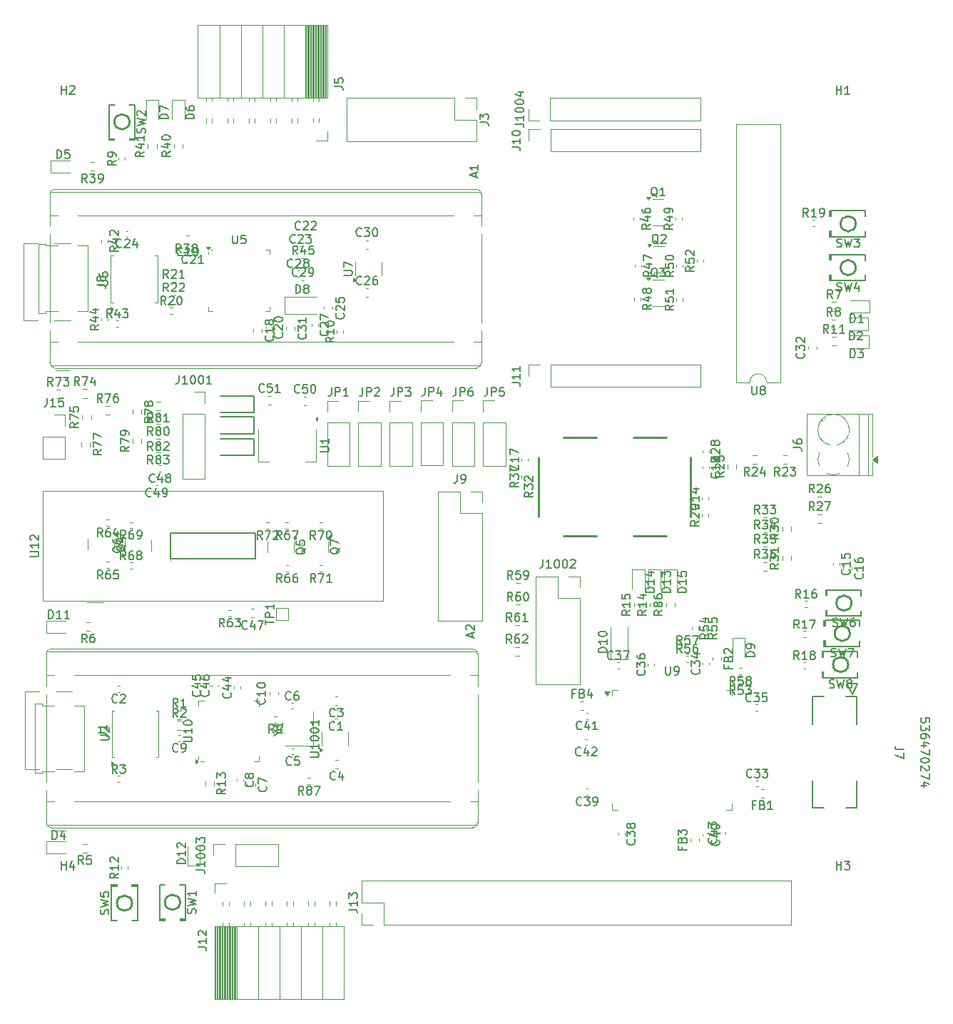
<source format=gbr>
%TF.GenerationSoftware,KiCad,Pcbnew,9.0.0*%
%TF.CreationDate,2025-06-09T15:05:36+02:00*%
%TF.ProjectId,stm32-fpga-bootloader,73746d33-322d-4667-9067-612d626f6f74,rev?*%
%TF.SameCoordinates,Original*%
%TF.FileFunction,Legend,Top*%
%TF.FilePolarity,Positive*%
%FSLAX46Y46*%
G04 Gerber Fmt 4.6, Leading zero omitted, Abs format (unit mm)*
G04 Created by KiCad (PCBNEW 9.0.0) date 2025-06-09 15:05:36*
%MOMM*%
%LPD*%
G01*
G04 APERTURE LIST*
%ADD10C,0.150000*%
%ADD11C,0.120000*%
%ADD12C,0.152500*%
%ADD13C,0.254000*%
%ADD14C,0.000000*%
%ADD15C,0.152400*%
G04 APERTURE END LIST*
D10*
X188129819Y-91617857D02*
X187653628Y-91951190D01*
X188129819Y-92189285D02*
X187129819Y-92189285D01*
X187129819Y-92189285D02*
X187129819Y-91808333D01*
X187129819Y-91808333D02*
X187177438Y-91713095D01*
X187177438Y-91713095D02*
X187225057Y-91665476D01*
X187225057Y-91665476D02*
X187320295Y-91617857D01*
X187320295Y-91617857D02*
X187463152Y-91617857D01*
X187463152Y-91617857D02*
X187558390Y-91665476D01*
X187558390Y-91665476D02*
X187606009Y-91713095D01*
X187606009Y-91713095D02*
X187653628Y-91808333D01*
X187653628Y-91808333D02*
X187653628Y-92189285D01*
X187558390Y-91046428D02*
X187510771Y-91141666D01*
X187510771Y-91141666D02*
X187463152Y-91189285D01*
X187463152Y-91189285D02*
X187367914Y-91236904D01*
X187367914Y-91236904D02*
X187320295Y-91236904D01*
X187320295Y-91236904D02*
X187225057Y-91189285D01*
X187225057Y-91189285D02*
X187177438Y-91141666D01*
X187177438Y-91141666D02*
X187129819Y-91046428D01*
X187129819Y-91046428D02*
X187129819Y-90855952D01*
X187129819Y-90855952D02*
X187177438Y-90760714D01*
X187177438Y-90760714D02*
X187225057Y-90713095D01*
X187225057Y-90713095D02*
X187320295Y-90665476D01*
X187320295Y-90665476D02*
X187367914Y-90665476D01*
X187367914Y-90665476D02*
X187463152Y-90713095D01*
X187463152Y-90713095D02*
X187510771Y-90760714D01*
X187510771Y-90760714D02*
X187558390Y-90855952D01*
X187558390Y-90855952D02*
X187558390Y-91046428D01*
X187558390Y-91046428D02*
X187606009Y-91141666D01*
X187606009Y-91141666D02*
X187653628Y-91189285D01*
X187653628Y-91189285D02*
X187748866Y-91236904D01*
X187748866Y-91236904D02*
X187939342Y-91236904D01*
X187939342Y-91236904D02*
X188034580Y-91189285D01*
X188034580Y-91189285D02*
X188082200Y-91141666D01*
X188082200Y-91141666D02*
X188129819Y-91046428D01*
X188129819Y-91046428D02*
X188129819Y-90855952D01*
X188129819Y-90855952D02*
X188082200Y-90760714D01*
X188082200Y-90760714D02*
X188034580Y-90713095D01*
X188034580Y-90713095D02*
X187939342Y-90665476D01*
X187939342Y-90665476D02*
X187748866Y-90665476D01*
X187748866Y-90665476D02*
X187653628Y-90713095D01*
X187653628Y-90713095D02*
X187606009Y-90760714D01*
X187606009Y-90760714D02*
X187558390Y-90855952D01*
X187129819Y-89808333D02*
X187129819Y-89998809D01*
X187129819Y-89998809D02*
X187177438Y-90094047D01*
X187177438Y-90094047D02*
X187225057Y-90141666D01*
X187225057Y-90141666D02*
X187367914Y-90236904D01*
X187367914Y-90236904D02*
X187558390Y-90284523D01*
X187558390Y-90284523D02*
X187939342Y-90284523D01*
X187939342Y-90284523D02*
X188034580Y-90236904D01*
X188034580Y-90236904D02*
X188082200Y-90189285D01*
X188082200Y-90189285D02*
X188129819Y-90094047D01*
X188129819Y-90094047D02*
X188129819Y-89903571D01*
X188129819Y-89903571D02*
X188082200Y-89808333D01*
X188082200Y-89808333D02*
X188034580Y-89760714D01*
X188034580Y-89760714D02*
X187939342Y-89713095D01*
X187939342Y-89713095D02*
X187701247Y-89713095D01*
X187701247Y-89713095D02*
X187606009Y-89760714D01*
X187606009Y-89760714D02*
X187558390Y-89808333D01*
X187558390Y-89808333D02*
X187510771Y-89903571D01*
X187510771Y-89903571D02*
X187510771Y-90094047D01*
X187510771Y-90094047D02*
X187558390Y-90189285D01*
X187558390Y-90189285D02*
X187606009Y-90236904D01*
X187606009Y-90236904D02*
X187701247Y-90284523D01*
X144862142Y-49409819D02*
X144528809Y-48933628D01*
X144290714Y-49409819D02*
X144290714Y-48409819D01*
X144290714Y-48409819D02*
X144671666Y-48409819D01*
X144671666Y-48409819D02*
X144766904Y-48457438D01*
X144766904Y-48457438D02*
X144814523Y-48505057D01*
X144814523Y-48505057D02*
X144862142Y-48600295D01*
X144862142Y-48600295D02*
X144862142Y-48743152D01*
X144862142Y-48743152D02*
X144814523Y-48838390D01*
X144814523Y-48838390D02*
X144766904Y-48886009D01*
X144766904Y-48886009D02*
X144671666Y-48933628D01*
X144671666Y-48933628D02*
X144290714Y-48933628D01*
X145719285Y-48743152D02*
X145719285Y-49409819D01*
X145481190Y-48362200D02*
X145243095Y-49076485D01*
X145243095Y-49076485D02*
X145862142Y-49076485D01*
X146719285Y-48409819D02*
X146243095Y-48409819D01*
X146243095Y-48409819D02*
X146195476Y-48886009D01*
X146195476Y-48886009D02*
X146243095Y-48838390D01*
X146243095Y-48838390D02*
X146338333Y-48790771D01*
X146338333Y-48790771D02*
X146576428Y-48790771D01*
X146576428Y-48790771D02*
X146671666Y-48838390D01*
X146671666Y-48838390D02*
X146719285Y-48886009D01*
X146719285Y-48886009D02*
X146766904Y-48981247D01*
X146766904Y-48981247D02*
X146766904Y-49219342D01*
X146766904Y-49219342D02*
X146719285Y-49314580D01*
X146719285Y-49314580D02*
X146671666Y-49362200D01*
X146671666Y-49362200D02*
X146576428Y-49409819D01*
X146576428Y-49409819D02*
X146338333Y-49409819D01*
X146338333Y-49409819D02*
X146243095Y-49362200D01*
X146243095Y-49362200D02*
X146195476Y-49314580D01*
X126629819Y-37227857D02*
X126153628Y-37561190D01*
X126629819Y-37799285D02*
X125629819Y-37799285D01*
X125629819Y-37799285D02*
X125629819Y-37418333D01*
X125629819Y-37418333D02*
X125677438Y-37323095D01*
X125677438Y-37323095D02*
X125725057Y-37275476D01*
X125725057Y-37275476D02*
X125820295Y-37227857D01*
X125820295Y-37227857D02*
X125963152Y-37227857D01*
X125963152Y-37227857D02*
X126058390Y-37275476D01*
X126058390Y-37275476D02*
X126106009Y-37323095D01*
X126106009Y-37323095D02*
X126153628Y-37418333D01*
X126153628Y-37418333D02*
X126153628Y-37799285D01*
X125963152Y-36370714D02*
X126629819Y-36370714D01*
X125582200Y-36608809D02*
X126296485Y-36846904D01*
X126296485Y-36846904D02*
X126296485Y-36227857D01*
X126629819Y-35323095D02*
X126629819Y-35894523D01*
X126629819Y-35608809D02*
X125629819Y-35608809D01*
X125629819Y-35608809D02*
X125772676Y-35704047D01*
X125772676Y-35704047D02*
X125867914Y-35799285D01*
X125867914Y-35799285D02*
X125915533Y-35894523D01*
X129729819Y-37177857D02*
X129253628Y-37511190D01*
X129729819Y-37749285D02*
X128729819Y-37749285D01*
X128729819Y-37749285D02*
X128729819Y-37368333D01*
X128729819Y-37368333D02*
X128777438Y-37273095D01*
X128777438Y-37273095D02*
X128825057Y-37225476D01*
X128825057Y-37225476D02*
X128920295Y-37177857D01*
X128920295Y-37177857D02*
X129063152Y-37177857D01*
X129063152Y-37177857D02*
X129158390Y-37225476D01*
X129158390Y-37225476D02*
X129206009Y-37273095D01*
X129206009Y-37273095D02*
X129253628Y-37368333D01*
X129253628Y-37368333D02*
X129253628Y-37749285D01*
X129063152Y-36320714D02*
X129729819Y-36320714D01*
X128682200Y-36558809D02*
X129396485Y-36796904D01*
X129396485Y-36796904D02*
X129396485Y-36177857D01*
X128729819Y-35606428D02*
X128729819Y-35511190D01*
X128729819Y-35511190D02*
X128777438Y-35415952D01*
X128777438Y-35415952D02*
X128825057Y-35368333D01*
X128825057Y-35368333D02*
X128920295Y-35320714D01*
X128920295Y-35320714D02*
X129110771Y-35273095D01*
X129110771Y-35273095D02*
X129348866Y-35273095D01*
X129348866Y-35273095D02*
X129539342Y-35320714D01*
X129539342Y-35320714D02*
X129634580Y-35368333D01*
X129634580Y-35368333D02*
X129682200Y-35415952D01*
X129682200Y-35415952D02*
X129729819Y-35511190D01*
X129729819Y-35511190D02*
X129729819Y-35606428D01*
X129729819Y-35606428D02*
X129682200Y-35701666D01*
X129682200Y-35701666D02*
X129634580Y-35749285D01*
X129634580Y-35749285D02*
X129539342Y-35796904D01*
X129539342Y-35796904D02*
X129348866Y-35844523D01*
X129348866Y-35844523D02*
X129110771Y-35844523D01*
X129110771Y-35844523D02*
X128920295Y-35796904D01*
X128920295Y-35796904D02*
X128825057Y-35749285D01*
X128825057Y-35749285D02*
X128777438Y-35701666D01*
X128777438Y-35701666D02*
X128729819Y-35606428D01*
X119862142Y-40869819D02*
X119528809Y-40393628D01*
X119290714Y-40869819D02*
X119290714Y-39869819D01*
X119290714Y-39869819D02*
X119671666Y-39869819D01*
X119671666Y-39869819D02*
X119766904Y-39917438D01*
X119766904Y-39917438D02*
X119814523Y-39965057D01*
X119814523Y-39965057D02*
X119862142Y-40060295D01*
X119862142Y-40060295D02*
X119862142Y-40203152D01*
X119862142Y-40203152D02*
X119814523Y-40298390D01*
X119814523Y-40298390D02*
X119766904Y-40346009D01*
X119766904Y-40346009D02*
X119671666Y-40393628D01*
X119671666Y-40393628D02*
X119290714Y-40393628D01*
X120195476Y-39869819D02*
X120814523Y-39869819D01*
X120814523Y-39869819D02*
X120481190Y-40250771D01*
X120481190Y-40250771D02*
X120624047Y-40250771D01*
X120624047Y-40250771D02*
X120719285Y-40298390D01*
X120719285Y-40298390D02*
X120766904Y-40346009D01*
X120766904Y-40346009D02*
X120814523Y-40441247D01*
X120814523Y-40441247D02*
X120814523Y-40679342D01*
X120814523Y-40679342D02*
X120766904Y-40774580D01*
X120766904Y-40774580D02*
X120719285Y-40822200D01*
X120719285Y-40822200D02*
X120624047Y-40869819D01*
X120624047Y-40869819D02*
X120338333Y-40869819D01*
X120338333Y-40869819D02*
X120243095Y-40822200D01*
X120243095Y-40822200D02*
X120195476Y-40774580D01*
X121290714Y-40869819D02*
X121481190Y-40869819D01*
X121481190Y-40869819D02*
X121576428Y-40822200D01*
X121576428Y-40822200D02*
X121624047Y-40774580D01*
X121624047Y-40774580D02*
X121719285Y-40631723D01*
X121719285Y-40631723D02*
X121766904Y-40441247D01*
X121766904Y-40441247D02*
X121766904Y-40060295D01*
X121766904Y-40060295D02*
X121719285Y-39965057D01*
X121719285Y-39965057D02*
X121671666Y-39917438D01*
X121671666Y-39917438D02*
X121576428Y-39869819D01*
X121576428Y-39869819D02*
X121385952Y-39869819D01*
X121385952Y-39869819D02*
X121290714Y-39917438D01*
X121290714Y-39917438D02*
X121243095Y-39965057D01*
X121243095Y-39965057D02*
X121195476Y-40060295D01*
X121195476Y-40060295D02*
X121195476Y-40298390D01*
X121195476Y-40298390D02*
X121243095Y-40393628D01*
X121243095Y-40393628D02*
X121290714Y-40441247D01*
X121290714Y-40441247D02*
X121385952Y-40488866D01*
X121385952Y-40488866D02*
X121576428Y-40488866D01*
X121576428Y-40488866D02*
X121671666Y-40441247D01*
X121671666Y-40441247D02*
X121719285Y-40393628D01*
X121719285Y-40393628D02*
X121766904Y-40298390D01*
X129512142Y-53809819D02*
X129178809Y-53333628D01*
X128940714Y-53809819D02*
X128940714Y-52809819D01*
X128940714Y-52809819D02*
X129321666Y-52809819D01*
X129321666Y-52809819D02*
X129416904Y-52857438D01*
X129416904Y-52857438D02*
X129464523Y-52905057D01*
X129464523Y-52905057D02*
X129512142Y-53000295D01*
X129512142Y-53000295D02*
X129512142Y-53143152D01*
X129512142Y-53143152D02*
X129464523Y-53238390D01*
X129464523Y-53238390D02*
X129416904Y-53286009D01*
X129416904Y-53286009D02*
X129321666Y-53333628D01*
X129321666Y-53333628D02*
X128940714Y-53333628D01*
X129893095Y-52905057D02*
X129940714Y-52857438D01*
X129940714Y-52857438D02*
X130035952Y-52809819D01*
X130035952Y-52809819D02*
X130274047Y-52809819D01*
X130274047Y-52809819D02*
X130369285Y-52857438D01*
X130369285Y-52857438D02*
X130416904Y-52905057D01*
X130416904Y-52905057D02*
X130464523Y-53000295D01*
X130464523Y-53000295D02*
X130464523Y-53095533D01*
X130464523Y-53095533D02*
X130416904Y-53238390D01*
X130416904Y-53238390D02*
X129845476Y-53809819D01*
X129845476Y-53809819D02*
X130464523Y-53809819D01*
X130845476Y-52905057D02*
X130893095Y-52857438D01*
X130893095Y-52857438D02*
X130988333Y-52809819D01*
X130988333Y-52809819D02*
X131226428Y-52809819D01*
X131226428Y-52809819D02*
X131321666Y-52857438D01*
X131321666Y-52857438D02*
X131369285Y-52905057D01*
X131369285Y-52905057D02*
X131416904Y-53000295D01*
X131416904Y-53000295D02*
X131416904Y-53095533D01*
X131416904Y-53095533D02*
X131369285Y-53238390D01*
X131369285Y-53238390D02*
X130797857Y-53809819D01*
X130797857Y-53809819D02*
X131416904Y-53809819D01*
X129512142Y-52209819D02*
X129178809Y-51733628D01*
X128940714Y-52209819D02*
X128940714Y-51209819D01*
X128940714Y-51209819D02*
X129321666Y-51209819D01*
X129321666Y-51209819D02*
X129416904Y-51257438D01*
X129416904Y-51257438D02*
X129464523Y-51305057D01*
X129464523Y-51305057D02*
X129512142Y-51400295D01*
X129512142Y-51400295D02*
X129512142Y-51543152D01*
X129512142Y-51543152D02*
X129464523Y-51638390D01*
X129464523Y-51638390D02*
X129416904Y-51686009D01*
X129416904Y-51686009D02*
X129321666Y-51733628D01*
X129321666Y-51733628D02*
X128940714Y-51733628D01*
X129893095Y-51305057D02*
X129940714Y-51257438D01*
X129940714Y-51257438D02*
X130035952Y-51209819D01*
X130035952Y-51209819D02*
X130274047Y-51209819D01*
X130274047Y-51209819D02*
X130369285Y-51257438D01*
X130369285Y-51257438D02*
X130416904Y-51305057D01*
X130416904Y-51305057D02*
X130464523Y-51400295D01*
X130464523Y-51400295D02*
X130464523Y-51495533D01*
X130464523Y-51495533D02*
X130416904Y-51638390D01*
X130416904Y-51638390D02*
X129845476Y-52209819D01*
X129845476Y-52209819D02*
X130464523Y-52209819D01*
X131416904Y-52209819D02*
X130845476Y-52209819D01*
X131131190Y-52209819D02*
X131131190Y-51209819D01*
X131131190Y-51209819D02*
X131035952Y-51352676D01*
X131035952Y-51352676D02*
X130940714Y-51447914D01*
X130940714Y-51447914D02*
X130845476Y-51495533D01*
X184329819Y-91627857D02*
X183853628Y-91961190D01*
X184329819Y-92199285D02*
X183329819Y-92199285D01*
X183329819Y-92199285D02*
X183329819Y-91818333D01*
X183329819Y-91818333D02*
X183377438Y-91723095D01*
X183377438Y-91723095D02*
X183425057Y-91675476D01*
X183425057Y-91675476D02*
X183520295Y-91627857D01*
X183520295Y-91627857D02*
X183663152Y-91627857D01*
X183663152Y-91627857D02*
X183758390Y-91675476D01*
X183758390Y-91675476D02*
X183806009Y-91723095D01*
X183806009Y-91723095D02*
X183853628Y-91818333D01*
X183853628Y-91818333D02*
X183853628Y-92199285D01*
X184329819Y-90675476D02*
X184329819Y-91246904D01*
X184329819Y-90961190D02*
X183329819Y-90961190D01*
X183329819Y-90961190D02*
X183472676Y-91056428D01*
X183472676Y-91056428D02*
X183567914Y-91151666D01*
X183567914Y-91151666D02*
X183615533Y-91246904D01*
X183329819Y-89770714D02*
X183329819Y-90246904D01*
X183329819Y-90246904D02*
X183806009Y-90294523D01*
X183806009Y-90294523D02*
X183758390Y-90246904D01*
X183758390Y-90246904D02*
X183710771Y-90151666D01*
X183710771Y-90151666D02*
X183710771Y-89913571D01*
X183710771Y-89913571D02*
X183758390Y-89818333D01*
X183758390Y-89818333D02*
X183806009Y-89770714D01*
X183806009Y-89770714D02*
X183901247Y-89723095D01*
X183901247Y-89723095D02*
X184139342Y-89723095D01*
X184139342Y-89723095D02*
X184234580Y-89770714D01*
X184234580Y-89770714D02*
X184282200Y-89818333D01*
X184282200Y-89818333D02*
X184329819Y-89913571D01*
X184329819Y-89913571D02*
X184329819Y-90151666D01*
X184329819Y-90151666D02*
X184282200Y-90246904D01*
X184282200Y-90246904D02*
X184234580Y-90294523D01*
X186229819Y-91627857D02*
X185753628Y-91961190D01*
X186229819Y-92199285D02*
X185229819Y-92199285D01*
X185229819Y-92199285D02*
X185229819Y-91818333D01*
X185229819Y-91818333D02*
X185277438Y-91723095D01*
X185277438Y-91723095D02*
X185325057Y-91675476D01*
X185325057Y-91675476D02*
X185420295Y-91627857D01*
X185420295Y-91627857D02*
X185563152Y-91627857D01*
X185563152Y-91627857D02*
X185658390Y-91675476D01*
X185658390Y-91675476D02*
X185706009Y-91723095D01*
X185706009Y-91723095D02*
X185753628Y-91818333D01*
X185753628Y-91818333D02*
X185753628Y-92199285D01*
X186229819Y-90675476D02*
X186229819Y-91246904D01*
X186229819Y-90961190D02*
X185229819Y-90961190D01*
X185229819Y-90961190D02*
X185372676Y-91056428D01*
X185372676Y-91056428D02*
X185467914Y-91151666D01*
X185467914Y-91151666D02*
X185515533Y-91246904D01*
X185563152Y-89818333D02*
X186229819Y-89818333D01*
X185182200Y-90056428D02*
X185896485Y-90294523D01*
X185896485Y-90294523D02*
X185896485Y-89675476D01*
X136289819Y-112837857D02*
X135813628Y-113171190D01*
X136289819Y-113409285D02*
X135289819Y-113409285D01*
X135289819Y-113409285D02*
X135289819Y-113028333D01*
X135289819Y-113028333D02*
X135337438Y-112933095D01*
X135337438Y-112933095D02*
X135385057Y-112885476D01*
X135385057Y-112885476D02*
X135480295Y-112837857D01*
X135480295Y-112837857D02*
X135623152Y-112837857D01*
X135623152Y-112837857D02*
X135718390Y-112885476D01*
X135718390Y-112885476D02*
X135766009Y-112933095D01*
X135766009Y-112933095D02*
X135813628Y-113028333D01*
X135813628Y-113028333D02*
X135813628Y-113409285D01*
X136289819Y-111885476D02*
X136289819Y-112456904D01*
X136289819Y-112171190D02*
X135289819Y-112171190D01*
X135289819Y-112171190D02*
X135432676Y-112266428D01*
X135432676Y-112266428D02*
X135527914Y-112361666D01*
X135527914Y-112361666D02*
X135575533Y-112456904D01*
X135289819Y-111552142D02*
X135289819Y-110933095D01*
X135289819Y-110933095D02*
X135670771Y-111266428D01*
X135670771Y-111266428D02*
X135670771Y-111123571D01*
X135670771Y-111123571D02*
X135718390Y-111028333D01*
X135718390Y-111028333D02*
X135766009Y-110980714D01*
X135766009Y-110980714D02*
X135861247Y-110933095D01*
X135861247Y-110933095D02*
X136099342Y-110933095D01*
X136099342Y-110933095D02*
X136194580Y-110980714D01*
X136194580Y-110980714D02*
X136242200Y-111028333D01*
X136242200Y-111028333D02*
X136289819Y-111123571D01*
X136289819Y-111123571D02*
X136289819Y-111409285D01*
X136289819Y-111409285D02*
X136242200Y-111504523D01*
X136242200Y-111504523D02*
X136194580Y-111552142D01*
X207862142Y-58729819D02*
X207528809Y-58253628D01*
X207290714Y-58729819D02*
X207290714Y-57729819D01*
X207290714Y-57729819D02*
X207671666Y-57729819D01*
X207671666Y-57729819D02*
X207766904Y-57777438D01*
X207766904Y-57777438D02*
X207814523Y-57825057D01*
X207814523Y-57825057D02*
X207862142Y-57920295D01*
X207862142Y-57920295D02*
X207862142Y-58063152D01*
X207862142Y-58063152D02*
X207814523Y-58158390D01*
X207814523Y-58158390D02*
X207766904Y-58206009D01*
X207766904Y-58206009D02*
X207671666Y-58253628D01*
X207671666Y-58253628D02*
X207290714Y-58253628D01*
X208814523Y-58729819D02*
X208243095Y-58729819D01*
X208528809Y-58729819D02*
X208528809Y-57729819D01*
X208528809Y-57729819D02*
X208433571Y-57872676D01*
X208433571Y-57872676D02*
X208338333Y-57967914D01*
X208338333Y-57967914D02*
X208243095Y-58015533D01*
X209766904Y-58729819D02*
X209195476Y-58729819D01*
X209481190Y-58729819D02*
X209481190Y-57729819D01*
X209481190Y-57729819D02*
X209385952Y-57872676D01*
X209385952Y-57872676D02*
X209290714Y-57967914D01*
X209290714Y-57967914D02*
X209195476Y-58015533D01*
X208290833Y-56729819D02*
X207957500Y-56253628D01*
X207719405Y-56729819D02*
X207719405Y-55729819D01*
X207719405Y-55729819D02*
X208100357Y-55729819D01*
X208100357Y-55729819D02*
X208195595Y-55777438D01*
X208195595Y-55777438D02*
X208243214Y-55825057D01*
X208243214Y-55825057D02*
X208290833Y-55920295D01*
X208290833Y-55920295D02*
X208290833Y-56063152D01*
X208290833Y-56063152D02*
X208243214Y-56158390D01*
X208243214Y-56158390D02*
X208195595Y-56206009D01*
X208195595Y-56206009D02*
X208100357Y-56253628D01*
X208100357Y-56253628D02*
X207719405Y-56253628D01*
X208862262Y-56158390D02*
X208767024Y-56110771D01*
X208767024Y-56110771D02*
X208719405Y-56063152D01*
X208719405Y-56063152D02*
X208671786Y-55967914D01*
X208671786Y-55967914D02*
X208671786Y-55920295D01*
X208671786Y-55920295D02*
X208719405Y-55825057D01*
X208719405Y-55825057D02*
X208767024Y-55777438D01*
X208767024Y-55777438D02*
X208862262Y-55729819D01*
X208862262Y-55729819D02*
X209052738Y-55729819D01*
X209052738Y-55729819D02*
X209147976Y-55777438D01*
X209147976Y-55777438D02*
X209195595Y-55825057D01*
X209195595Y-55825057D02*
X209243214Y-55920295D01*
X209243214Y-55920295D02*
X209243214Y-55967914D01*
X209243214Y-55967914D02*
X209195595Y-56063152D01*
X209195595Y-56063152D02*
X209147976Y-56110771D01*
X209147976Y-56110771D02*
X209052738Y-56158390D01*
X209052738Y-56158390D02*
X208862262Y-56158390D01*
X208862262Y-56158390D02*
X208767024Y-56206009D01*
X208767024Y-56206009D02*
X208719405Y-56253628D01*
X208719405Y-56253628D02*
X208671786Y-56348866D01*
X208671786Y-56348866D02*
X208671786Y-56539342D01*
X208671786Y-56539342D02*
X208719405Y-56634580D01*
X208719405Y-56634580D02*
X208767024Y-56682200D01*
X208767024Y-56682200D02*
X208862262Y-56729819D01*
X208862262Y-56729819D02*
X209052738Y-56729819D01*
X209052738Y-56729819D02*
X209147976Y-56682200D01*
X209147976Y-56682200D02*
X209195595Y-56634580D01*
X209195595Y-56634580D02*
X209243214Y-56539342D01*
X209243214Y-56539342D02*
X209243214Y-56348866D01*
X209243214Y-56348866D02*
X209195595Y-56253628D01*
X209195595Y-56253628D02*
X209147976Y-56206009D01*
X209147976Y-56206009D02*
X209052738Y-56158390D01*
X208350833Y-54609819D02*
X208017500Y-54133628D01*
X207779405Y-54609819D02*
X207779405Y-53609819D01*
X207779405Y-53609819D02*
X208160357Y-53609819D01*
X208160357Y-53609819D02*
X208255595Y-53657438D01*
X208255595Y-53657438D02*
X208303214Y-53705057D01*
X208303214Y-53705057D02*
X208350833Y-53800295D01*
X208350833Y-53800295D02*
X208350833Y-53943152D01*
X208350833Y-53943152D02*
X208303214Y-54038390D01*
X208303214Y-54038390D02*
X208255595Y-54086009D01*
X208255595Y-54086009D02*
X208160357Y-54133628D01*
X208160357Y-54133628D02*
X207779405Y-54133628D01*
X208684167Y-53609819D02*
X209350833Y-53609819D01*
X209350833Y-53609819D02*
X208922262Y-54609819D01*
X119825833Y-95469819D02*
X119492500Y-94993628D01*
X119254405Y-95469819D02*
X119254405Y-94469819D01*
X119254405Y-94469819D02*
X119635357Y-94469819D01*
X119635357Y-94469819D02*
X119730595Y-94517438D01*
X119730595Y-94517438D02*
X119778214Y-94565057D01*
X119778214Y-94565057D02*
X119825833Y-94660295D01*
X119825833Y-94660295D02*
X119825833Y-94803152D01*
X119825833Y-94803152D02*
X119778214Y-94898390D01*
X119778214Y-94898390D02*
X119730595Y-94946009D01*
X119730595Y-94946009D02*
X119635357Y-94993628D01*
X119635357Y-94993628D02*
X119254405Y-94993628D01*
X120682976Y-94469819D02*
X120492500Y-94469819D01*
X120492500Y-94469819D02*
X120397262Y-94517438D01*
X120397262Y-94517438D02*
X120349643Y-94565057D01*
X120349643Y-94565057D02*
X120254405Y-94707914D01*
X120254405Y-94707914D02*
X120206786Y-94898390D01*
X120206786Y-94898390D02*
X120206786Y-95279342D01*
X120206786Y-95279342D02*
X120254405Y-95374580D01*
X120254405Y-95374580D02*
X120302024Y-95422200D01*
X120302024Y-95422200D02*
X120397262Y-95469819D01*
X120397262Y-95469819D02*
X120587738Y-95469819D01*
X120587738Y-95469819D02*
X120682976Y-95422200D01*
X120682976Y-95422200D02*
X120730595Y-95374580D01*
X120730595Y-95374580D02*
X120778214Y-95279342D01*
X120778214Y-95279342D02*
X120778214Y-95041247D01*
X120778214Y-95041247D02*
X120730595Y-94946009D01*
X120730595Y-94946009D02*
X120682976Y-94898390D01*
X120682976Y-94898390D02*
X120587738Y-94850771D01*
X120587738Y-94850771D02*
X120397262Y-94850771D01*
X120397262Y-94850771D02*
X120302024Y-94898390D01*
X120302024Y-94898390D02*
X120254405Y-94946009D01*
X120254405Y-94946009D02*
X120206786Y-95041247D01*
X119435833Y-121769819D02*
X119102500Y-121293628D01*
X118864405Y-121769819D02*
X118864405Y-120769819D01*
X118864405Y-120769819D02*
X119245357Y-120769819D01*
X119245357Y-120769819D02*
X119340595Y-120817438D01*
X119340595Y-120817438D02*
X119388214Y-120865057D01*
X119388214Y-120865057D02*
X119435833Y-120960295D01*
X119435833Y-120960295D02*
X119435833Y-121103152D01*
X119435833Y-121103152D02*
X119388214Y-121198390D01*
X119388214Y-121198390D02*
X119340595Y-121246009D01*
X119340595Y-121246009D02*
X119245357Y-121293628D01*
X119245357Y-121293628D02*
X118864405Y-121293628D01*
X120340595Y-120769819D02*
X119864405Y-120769819D01*
X119864405Y-120769819D02*
X119816786Y-121246009D01*
X119816786Y-121246009D02*
X119864405Y-121198390D01*
X119864405Y-121198390D02*
X119959643Y-121150771D01*
X119959643Y-121150771D02*
X120197738Y-121150771D01*
X120197738Y-121150771D02*
X120292976Y-121198390D01*
X120292976Y-121198390D02*
X120340595Y-121246009D01*
X120340595Y-121246009D02*
X120388214Y-121341247D01*
X120388214Y-121341247D02*
X120388214Y-121579342D01*
X120388214Y-121579342D02*
X120340595Y-121674580D01*
X120340595Y-121674580D02*
X120292976Y-121722200D01*
X120292976Y-121722200D02*
X120197738Y-121769819D01*
X120197738Y-121769819D02*
X119959643Y-121769819D01*
X119959643Y-121769819D02*
X119864405Y-121722200D01*
X119864405Y-121722200D02*
X119816786Y-121674580D01*
X130638333Y-104309819D02*
X130305000Y-103833628D01*
X130066905Y-104309819D02*
X130066905Y-103309819D01*
X130066905Y-103309819D02*
X130447857Y-103309819D01*
X130447857Y-103309819D02*
X130543095Y-103357438D01*
X130543095Y-103357438D02*
X130590714Y-103405057D01*
X130590714Y-103405057D02*
X130638333Y-103500295D01*
X130638333Y-103500295D02*
X130638333Y-103643152D01*
X130638333Y-103643152D02*
X130590714Y-103738390D01*
X130590714Y-103738390D02*
X130543095Y-103786009D01*
X130543095Y-103786009D02*
X130447857Y-103833628D01*
X130447857Y-103833628D02*
X130066905Y-103833628D01*
X131019286Y-103405057D02*
X131066905Y-103357438D01*
X131066905Y-103357438D02*
X131162143Y-103309819D01*
X131162143Y-103309819D02*
X131400238Y-103309819D01*
X131400238Y-103309819D02*
X131495476Y-103357438D01*
X131495476Y-103357438D02*
X131543095Y-103405057D01*
X131543095Y-103405057D02*
X131590714Y-103500295D01*
X131590714Y-103500295D02*
X131590714Y-103595533D01*
X131590714Y-103595533D02*
X131543095Y-103738390D01*
X131543095Y-103738390D02*
X130971667Y-104309819D01*
X130971667Y-104309819D02*
X131590714Y-104309819D01*
X130638333Y-103109819D02*
X130305000Y-102633628D01*
X130066905Y-103109819D02*
X130066905Y-102109819D01*
X130066905Y-102109819D02*
X130447857Y-102109819D01*
X130447857Y-102109819D02*
X130543095Y-102157438D01*
X130543095Y-102157438D02*
X130590714Y-102205057D01*
X130590714Y-102205057D02*
X130638333Y-102300295D01*
X130638333Y-102300295D02*
X130638333Y-102443152D01*
X130638333Y-102443152D02*
X130590714Y-102538390D01*
X130590714Y-102538390D02*
X130543095Y-102586009D01*
X130543095Y-102586009D02*
X130447857Y-102633628D01*
X130447857Y-102633628D02*
X130066905Y-102633628D01*
X131590714Y-103109819D02*
X131019286Y-103109819D01*
X131305000Y-103109819D02*
X131305000Y-102109819D01*
X131305000Y-102109819D02*
X131209762Y-102252676D01*
X131209762Y-102252676D02*
X131114524Y-102347914D01*
X131114524Y-102347914D02*
X131019286Y-102395533D01*
X186829819Y-55362857D02*
X186353628Y-55696190D01*
X186829819Y-55934285D02*
X185829819Y-55934285D01*
X185829819Y-55934285D02*
X185829819Y-55553333D01*
X185829819Y-55553333D02*
X185877438Y-55458095D01*
X185877438Y-55458095D02*
X185925057Y-55410476D01*
X185925057Y-55410476D02*
X186020295Y-55362857D01*
X186020295Y-55362857D02*
X186163152Y-55362857D01*
X186163152Y-55362857D02*
X186258390Y-55410476D01*
X186258390Y-55410476D02*
X186306009Y-55458095D01*
X186306009Y-55458095D02*
X186353628Y-55553333D01*
X186353628Y-55553333D02*
X186353628Y-55934285D01*
X186163152Y-54505714D02*
X186829819Y-54505714D01*
X185782200Y-54743809D02*
X186496485Y-54981904D01*
X186496485Y-54981904D02*
X186496485Y-54362857D01*
X186258390Y-53839047D02*
X186210771Y-53934285D01*
X186210771Y-53934285D02*
X186163152Y-53981904D01*
X186163152Y-53981904D02*
X186067914Y-54029523D01*
X186067914Y-54029523D02*
X186020295Y-54029523D01*
X186020295Y-54029523D02*
X185925057Y-53981904D01*
X185925057Y-53981904D02*
X185877438Y-53934285D01*
X185877438Y-53934285D02*
X185829819Y-53839047D01*
X185829819Y-53839047D02*
X185829819Y-53648571D01*
X185829819Y-53648571D02*
X185877438Y-53553333D01*
X185877438Y-53553333D02*
X185925057Y-53505714D01*
X185925057Y-53505714D02*
X186020295Y-53458095D01*
X186020295Y-53458095D02*
X186067914Y-53458095D01*
X186067914Y-53458095D02*
X186163152Y-53505714D01*
X186163152Y-53505714D02*
X186210771Y-53553333D01*
X186210771Y-53553333D02*
X186258390Y-53648571D01*
X186258390Y-53648571D02*
X186258390Y-53839047D01*
X186258390Y-53839047D02*
X186306009Y-53934285D01*
X186306009Y-53934285D02*
X186353628Y-53981904D01*
X186353628Y-53981904D02*
X186448866Y-54029523D01*
X186448866Y-54029523D02*
X186639342Y-54029523D01*
X186639342Y-54029523D02*
X186734580Y-53981904D01*
X186734580Y-53981904D02*
X186782200Y-53934285D01*
X186782200Y-53934285D02*
X186829819Y-53839047D01*
X186829819Y-53839047D02*
X186829819Y-53648571D01*
X186829819Y-53648571D02*
X186782200Y-53553333D01*
X186782200Y-53553333D02*
X186734580Y-53505714D01*
X186734580Y-53505714D02*
X186639342Y-53458095D01*
X186639342Y-53458095D02*
X186448866Y-53458095D01*
X186448866Y-53458095D02*
X186353628Y-53505714D01*
X186353628Y-53505714D02*
X186306009Y-53553333D01*
X186306009Y-53553333D02*
X186258390Y-53648571D01*
X188543095Y-98289819D02*
X188543095Y-99099342D01*
X188543095Y-99099342D02*
X188590714Y-99194580D01*
X188590714Y-99194580D02*
X188638333Y-99242200D01*
X188638333Y-99242200D02*
X188733571Y-99289819D01*
X188733571Y-99289819D02*
X188924047Y-99289819D01*
X188924047Y-99289819D02*
X189019285Y-99242200D01*
X189019285Y-99242200D02*
X189066904Y-99194580D01*
X189066904Y-99194580D02*
X189114523Y-99099342D01*
X189114523Y-99099342D02*
X189114523Y-98289819D01*
X189638333Y-99289819D02*
X189828809Y-99289819D01*
X189828809Y-99289819D02*
X189924047Y-99242200D01*
X189924047Y-99242200D02*
X189971666Y-99194580D01*
X189971666Y-99194580D02*
X190066904Y-99051723D01*
X190066904Y-99051723D02*
X190114523Y-98861247D01*
X190114523Y-98861247D02*
X190114523Y-98480295D01*
X190114523Y-98480295D02*
X190066904Y-98385057D01*
X190066904Y-98385057D02*
X190019285Y-98337438D01*
X190019285Y-98337438D02*
X189924047Y-98289819D01*
X189924047Y-98289819D02*
X189733571Y-98289819D01*
X189733571Y-98289819D02*
X189638333Y-98337438D01*
X189638333Y-98337438D02*
X189590714Y-98385057D01*
X189590714Y-98385057D02*
X189543095Y-98480295D01*
X189543095Y-98480295D02*
X189543095Y-98718390D01*
X189543095Y-98718390D02*
X189590714Y-98813628D01*
X189590714Y-98813628D02*
X189638333Y-98861247D01*
X189638333Y-98861247D02*
X189733571Y-98908866D01*
X189733571Y-98908866D02*
X189924047Y-98908866D01*
X189924047Y-98908866D02*
X190019285Y-98861247D01*
X190019285Y-98861247D02*
X190066904Y-98813628D01*
X190066904Y-98813628D02*
X190114523Y-98718390D01*
X134254580Y-101227857D02*
X134302200Y-101275476D01*
X134302200Y-101275476D02*
X134349819Y-101418333D01*
X134349819Y-101418333D02*
X134349819Y-101513571D01*
X134349819Y-101513571D02*
X134302200Y-101656428D01*
X134302200Y-101656428D02*
X134206961Y-101751666D01*
X134206961Y-101751666D02*
X134111723Y-101799285D01*
X134111723Y-101799285D02*
X133921247Y-101846904D01*
X133921247Y-101846904D02*
X133778390Y-101846904D01*
X133778390Y-101846904D02*
X133587914Y-101799285D01*
X133587914Y-101799285D02*
X133492676Y-101751666D01*
X133492676Y-101751666D02*
X133397438Y-101656428D01*
X133397438Y-101656428D02*
X133349819Y-101513571D01*
X133349819Y-101513571D02*
X133349819Y-101418333D01*
X133349819Y-101418333D02*
X133397438Y-101275476D01*
X133397438Y-101275476D02*
X133445057Y-101227857D01*
X133683152Y-100370714D02*
X134349819Y-100370714D01*
X133302200Y-100608809D02*
X134016485Y-100846904D01*
X134016485Y-100846904D02*
X134016485Y-100227857D01*
X133349819Y-99418333D02*
X133349819Y-99608809D01*
X133349819Y-99608809D02*
X133397438Y-99704047D01*
X133397438Y-99704047D02*
X133445057Y-99751666D01*
X133445057Y-99751666D02*
X133587914Y-99846904D01*
X133587914Y-99846904D02*
X133778390Y-99894523D01*
X133778390Y-99894523D02*
X134159342Y-99894523D01*
X134159342Y-99894523D02*
X134254580Y-99846904D01*
X134254580Y-99846904D02*
X134302200Y-99799285D01*
X134302200Y-99799285D02*
X134349819Y-99704047D01*
X134349819Y-99704047D02*
X134349819Y-99513571D01*
X134349819Y-99513571D02*
X134302200Y-99418333D01*
X134302200Y-99418333D02*
X134254580Y-99370714D01*
X134254580Y-99370714D02*
X134159342Y-99323095D01*
X134159342Y-99323095D02*
X133921247Y-99323095D01*
X133921247Y-99323095D02*
X133826009Y-99370714D01*
X133826009Y-99370714D02*
X133778390Y-99418333D01*
X133778390Y-99418333D02*
X133730771Y-99513571D01*
X133730771Y-99513571D02*
X133730771Y-99704047D01*
X133730771Y-99704047D02*
X133778390Y-99799285D01*
X133778390Y-99799285D02*
X133826009Y-99846904D01*
X133826009Y-99846904D02*
X133921247Y-99894523D01*
X132729700Y-127618332D02*
X132777319Y-127475475D01*
X132777319Y-127475475D02*
X132777319Y-127237380D01*
X132777319Y-127237380D02*
X132729700Y-127142142D01*
X132729700Y-127142142D02*
X132682080Y-127094523D01*
X132682080Y-127094523D02*
X132586842Y-127046904D01*
X132586842Y-127046904D02*
X132491604Y-127046904D01*
X132491604Y-127046904D02*
X132396366Y-127094523D01*
X132396366Y-127094523D02*
X132348747Y-127142142D01*
X132348747Y-127142142D02*
X132301128Y-127237380D01*
X132301128Y-127237380D02*
X132253509Y-127427856D01*
X132253509Y-127427856D02*
X132205890Y-127523094D01*
X132205890Y-127523094D02*
X132158271Y-127570713D01*
X132158271Y-127570713D02*
X132063033Y-127618332D01*
X132063033Y-127618332D02*
X131967795Y-127618332D01*
X131967795Y-127618332D02*
X131872557Y-127570713D01*
X131872557Y-127570713D02*
X131824938Y-127523094D01*
X131824938Y-127523094D02*
X131777319Y-127427856D01*
X131777319Y-127427856D02*
X131777319Y-127189761D01*
X131777319Y-127189761D02*
X131824938Y-127046904D01*
X131777319Y-126713570D02*
X132777319Y-126475475D01*
X132777319Y-126475475D02*
X132063033Y-126284999D01*
X132063033Y-126284999D02*
X132777319Y-126094523D01*
X132777319Y-126094523D02*
X131777319Y-125856428D01*
X132777319Y-124951666D02*
X132777319Y-125523094D01*
X132777319Y-125237380D02*
X131777319Y-125237380D01*
X131777319Y-125237380D02*
X131920176Y-125332618D01*
X131920176Y-125332618D02*
X132015414Y-125427856D01*
X132015414Y-125427856D02*
X132063033Y-125523094D01*
X129212142Y-55369819D02*
X128878809Y-54893628D01*
X128640714Y-55369819D02*
X128640714Y-54369819D01*
X128640714Y-54369819D02*
X129021666Y-54369819D01*
X129021666Y-54369819D02*
X129116904Y-54417438D01*
X129116904Y-54417438D02*
X129164523Y-54465057D01*
X129164523Y-54465057D02*
X129212142Y-54560295D01*
X129212142Y-54560295D02*
X129212142Y-54703152D01*
X129212142Y-54703152D02*
X129164523Y-54798390D01*
X129164523Y-54798390D02*
X129116904Y-54846009D01*
X129116904Y-54846009D02*
X129021666Y-54893628D01*
X129021666Y-54893628D02*
X128640714Y-54893628D01*
X129593095Y-54465057D02*
X129640714Y-54417438D01*
X129640714Y-54417438D02*
X129735952Y-54369819D01*
X129735952Y-54369819D02*
X129974047Y-54369819D01*
X129974047Y-54369819D02*
X130069285Y-54417438D01*
X130069285Y-54417438D02*
X130116904Y-54465057D01*
X130116904Y-54465057D02*
X130164523Y-54560295D01*
X130164523Y-54560295D02*
X130164523Y-54655533D01*
X130164523Y-54655533D02*
X130116904Y-54798390D01*
X130116904Y-54798390D02*
X129545476Y-55369819D01*
X129545476Y-55369819D02*
X130164523Y-55369819D01*
X130783571Y-54369819D02*
X130878809Y-54369819D01*
X130878809Y-54369819D02*
X130974047Y-54417438D01*
X130974047Y-54417438D02*
X131021666Y-54465057D01*
X131021666Y-54465057D02*
X131069285Y-54560295D01*
X131069285Y-54560295D02*
X131116904Y-54750771D01*
X131116904Y-54750771D02*
X131116904Y-54988866D01*
X131116904Y-54988866D02*
X131069285Y-55179342D01*
X131069285Y-55179342D02*
X131021666Y-55274580D01*
X131021666Y-55274580D02*
X130974047Y-55322200D01*
X130974047Y-55322200D02*
X130878809Y-55369819D01*
X130878809Y-55369819D02*
X130783571Y-55369819D01*
X130783571Y-55369819D02*
X130688333Y-55322200D01*
X130688333Y-55322200D02*
X130640714Y-55274580D01*
X130640714Y-55274580D02*
X130593095Y-55179342D01*
X130593095Y-55179342D02*
X130545476Y-54988866D01*
X130545476Y-54988866D02*
X130545476Y-54750771D01*
X130545476Y-54750771D02*
X130593095Y-54560295D01*
X130593095Y-54560295D02*
X130640714Y-54465057D01*
X130640714Y-54465057D02*
X130688333Y-54417438D01*
X130688333Y-54417438D02*
X130783571Y-54369819D01*
X181554819Y-96626285D02*
X180554819Y-96626285D01*
X180554819Y-96626285D02*
X180554819Y-96388190D01*
X180554819Y-96388190D02*
X180602438Y-96245333D01*
X180602438Y-96245333D02*
X180697676Y-96150095D01*
X180697676Y-96150095D02*
X180792914Y-96102476D01*
X180792914Y-96102476D02*
X180983390Y-96054857D01*
X180983390Y-96054857D02*
X181126247Y-96054857D01*
X181126247Y-96054857D02*
X181316723Y-96102476D01*
X181316723Y-96102476D02*
X181411961Y-96150095D01*
X181411961Y-96150095D02*
X181507200Y-96245333D01*
X181507200Y-96245333D02*
X181554819Y-96388190D01*
X181554819Y-96388190D02*
X181554819Y-96626285D01*
X181554819Y-95102476D02*
X181554819Y-95673904D01*
X181554819Y-95388190D02*
X180554819Y-95388190D01*
X180554819Y-95388190D02*
X180697676Y-95483428D01*
X180697676Y-95483428D02*
X180792914Y-95578666D01*
X180792914Y-95578666D02*
X180840533Y-95673904D01*
X180554819Y-94483428D02*
X180554819Y-94388190D01*
X180554819Y-94388190D02*
X180602438Y-94292952D01*
X180602438Y-94292952D02*
X180650057Y-94245333D01*
X180650057Y-94245333D02*
X180745295Y-94197714D01*
X180745295Y-94197714D02*
X180935771Y-94150095D01*
X180935771Y-94150095D02*
X181173866Y-94150095D01*
X181173866Y-94150095D02*
X181364342Y-94197714D01*
X181364342Y-94197714D02*
X181459580Y-94245333D01*
X181459580Y-94245333D02*
X181507200Y-94292952D01*
X181507200Y-94292952D02*
X181554819Y-94388190D01*
X181554819Y-94388190D02*
X181554819Y-94483428D01*
X181554819Y-94483428D02*
X181507200Y-94578666D01*
X181507200Y-94578666D02*
X181459580Y-94626285D01*
X181459580Y-94626285D02*
X181364342Y-94673904D01*
X181364342Y-94673904D02*
X181173866Y-94721523D01*
X181173866Y-94721523D02*
X180935771Y-94721523D01*
X180935771Y-94721523D02*
X180745295Y-94673904D01*
X180745295Y-94673904D02*
X180650057Y-94626285D01*
X180650057Y-94626285D02*
X180602438Y-94578666D01*
X180602438Y-94578666D02*
X180554819Y-94483428D01*
X208371667Y-93509700D02*
X208514524Y-93557319D01*
X208514524Y-93557319D02*
X208752619Y-93557319D01*
X208752619Y-93557319D02*
X208847857Y-93509700D01*
X208847857Y-93509700D02*
X208895476Y-93462080D01*
X208895476Y-93462080D02*
X208943095Y-93366842D01*
X208943095Y-93366842D02*
X208943095Y-93271604D01*
X208943095Y-93271604D02*
X208895476Y-93176366D01*
X208895476Y-93176366D02*
X208847857Y-93128747D01*
X208847857Y-93128747D02*
X208752619Y-93081128D01*
X208752619Y-93081128D02*
X208562143Y-93033509D01*
X208562143Y-93033509D02*
X208466905Y-92985890D01*
X208466905Y-92985890D02*
X208419286Y-92938271D01*
X208419286Y-92938271D02*
X208371667Y-92843033D01*
X208371667Y-92843033D02*
X208371667Y-92747795D01*
X208371667Y-92747795D02*
X208419286Y-92652557D01*
X208419286Y-92652557D02*
X208466905Y-92604938D01*
X208466905Y-92604938D02*
X208562143Y-92557319D01*
X208562143Y-92557319D02*
X208800238Y-92557319D01*
X208800238Y-92557319D02*
X208943095Y-92604938D01*
X209276429Y-92557319D02*
X209514524Y-93557319D01*
X209514524Y-93557319D02*
X209705000Y-92843033D01*
X209705000Y-92843033D02*
X209895476Y-93557319D01*
X209895476Y-93557319D02*
X210133572Y-92557319D01*
X210943095Y-92557319D02*
X210752619Y-92557319D01*
X210752619Y-92557319D02*
X210657381Y-92604938D01*
X210657381Y-92604938D02*
X210609762Y-92652557D01*
X210609762Y-92652557D02*
X210514524Y-92795414D01*
X210514524Y-92795414D02*
X210466905Y-92985890D01*
X210466905Y-92985890D02*
X210466905Y-93366842D01*
X210466905Y-93366842D02*
X210514524Y-93462080D01*
X210514524Y-93462080D02*
X210562143Y-93509700D01*
X210562143Y-93509700D02*
X210657381Y-93557319D01*
X210657381Y-93557319D02*
X210847857Y-93557319D01*
X210847857Y-93557319D02*
X210943095Y-93509700D01*
X210943095Y-93509700D02*
X210990714Y-93462080D01*
X210990714Y-93462080D02*
X211038333Y-93366842D01*
X211038333Y-93366842D02*
X211038333Y-93128747D01*
X211038333Y-93128747D02*
X210990714Y-93033509D01*
X210990714Y-93033509D02*
X210943095Y-92985890D01*
X210943095Y-92985890D02*
X210847857Y-92938271D01*
X210847857Y-92938271D02*
X210657381Y-92938271D01*
X210657381Y-92938271D02*
X210562143Y-92985890D01*
X210562143Y-92985890D02*
X210514524Y-93033509D01*
X210514524Y-93033509D02*
X210466905Y-93128747D01*
X144562142Y-47984580D02*
X144514523Y-48032200D01*
X144514523Y-48032200D02*
X144371666Y-48079819D01*
X144371666Y-48079819D02*
X144276428Y-48079819D01*
X144276428Y-48079819D02*
X144133571Y-48032200D01*
X144133571Y-48032200D02*
X144038333Y-47936961D01*
X144038333Y-47936961D02*
X143990714Y-47841723D01*
X143990714Y-47841723D02*
X143943095Y-47651247D01*
X143943095Y-47651247D02*
X143943095Y-47508390D01*
X143943095Y-47508390D02*
X143990714Y-47317914D01*
X143990714Y-47317914D02*
X144038333Y-47222676D01*
X144038333Y-47222676D02*
X144133571Y-47127438D01*
X144133571Y-47127438D02*
X144276428Y-47079819D01*
X144276428Y-47079819D02*
X144371666Y-47079819D01*
X144371666Y-47079819D02*
X144514523Y-47127438D01*
X144514523Y-47127438D02*
X144562142Y-47175057D01*
X144943095Y-47175057D02*
X144990714Y-47127438D01*
X144990714Y-47127438D02*
X145085952Y-47079819D01*
X145085952Y-47079819D02*
X145324047Y-47079819D01*
X145324047Y-47079819D02*
X145419285Y-47127438D01*
X145419285Y-47127438D02*
X145466904Y-47175057D01*
X145466904Y-47175057D02*
X145514523Y-47270295D01*
X145514523Y-47270295D02*
X145514523Y-47365533D01*
X145514523Y-47365533D02*
X145466904Y-47508390D01*
X145466904Y-47508390D02*
X144895476Y-48079819D01*
X144895476Y-48079819D02*
X145514523Y-48079819D01*
X145847857Y-47079819D02*
X146466904Y-47079819D01*
X146466904Y-47079819D02*
X146133571Y-47460771D01*
X146133571Y-47460771D02*
X146276428Y-47460771D01*
X146276428Y-47460771D02*
X146371666Y-47508390D01*
X146371666Y-47508390D02*
X146419285Y-47556009D01*
X146419285Y-47556009D02*
X146466904Y-47651247D01*
X146466904Y-47651247D02*
X146466904Y-47889342D01*
X146466904Y-47889342D02*
X146419285Y-47984580D01*
X146419285Y-47984580D02*
X146371666Y-48032200D01*
X146371666Y-48032200D02*
X146276428Y-48079819D01*
X146276428Y-48079819D02*
X145990714Y-48079819D01*
X145990714Y-48079819D02*
X145895476Y-48032200D01*
X145895476Y-48032200D02*
X145847857Y-47984580D01*
X203707319Y-72318333D02*
X204421604Y-72318333D01*
X204421604Y-72318333D02*
X204564461Y-72365952D01*
X204564461Y-72365952D02*
X204659700Y-72461190D01*
X204659700Y-72461190D02*
X204707319Y-72604047D01*
X204707319Y-72604047D02*
X204707319Y-72699285D01*
X203707319Y-71413571D02*
X203707319Y-71604047D01*
X203707319Y-71604047D02*
X203754938Y-71699285D01*
X203754938Y-71699285D02*
X203802557Y-71746904D01*
X203802557Y-71746904D02*
X203945414Y-71842142D01*
X203945414Y-71842142D02*
X204135890Y-71889761D01*
X204135890Y-71889761D02*
X204516842Y-71889761D01*
X204516842Y-71889761D02*
X204612080Y-71842142D01*
X204612080Y-71842142D02*
X204659700Y-71794523D01*
X204659700Y-71794523D02*
X204707319Y-71699285D01*
X204707319Y-71699285D02*
X204707319Y-71508809D01*
X204707319Y-71508809D02*
X204659700Y-71413571D01*
X204659700Y-71413571D02*
X204612080Y-71365952D01*
X204612080Y-71365952D02*
X204516842Y-71318333D01*
X204516842Y-71318333D02*
X204278747Y-71318333D01*
X204278747Y-71318333D02*
X204183509Y-71365952D01*
X204183509Y-71365952D02*
X204135890Y-71413571D01*
X204135890Y-71413571D02*
X204088271Y-71508809D01*
X204088271Y-71508809D02*
X204088271Y-71699285D01*
X204088271Y-71699285D02*
X204135890Y-71794523D01*
X204135890Y-71794523D02*
X204183509Y-71842142D01*
X204183509Y-71842142D02*
X204278747Y-71889761D01*
X196762142Y-101609819D02*
X196428809Y-101133628D01*
X196190714Y-101609819D02*
X196190714Y-100609819D01*
X196190714Y-100609819D02*
X196571666Y-100609819D01*
X196571666Y-100609819D02*
X196666904Y-100657438D01*
X196666904Y-100657438D02*
X196714523Y-100705057D01*
X196714523Y-100705057D02*
X196762142Y-100800295D01*
X196762142Y-100800295D02*
X196762142Y-100943152D01*
X196762142Y-100943152D02*
X196714523Y-101038390D01*
X196714523Y-101038390D02*
X196666904Y-101086009D01*
X196666904Y-101086009D02*
X196571666Y-101133628D01*
X196571666Y-101133628D02*
X196190714Y-101133628D01*
X197666904Y-100609819D02*
X197190714Y-100609819D01*
X197190714Y-100609819D02*
X197143095Y-101086009D01*
X197143095Y-101086009D02*
X197190714Y-101038390D01*
X197190714Y-101038390D02*
X197285952Y-100990771D01*
X197285952Y-100990771D02*
X197524047Y-100990771D01*
X197524047Y-100990771D02*
X197619285Y-101038390D01*
X197619285Y-101038390D02*
X197666904Y-101086009D01*
X197666904Y-101086009D02*
X197714523Y-101181247D01*
X197714523Y-101181247D02*
X197714523Y-101419342D01*
X197714523Y-101419342D02*
X197666904Y-101514580D01*
X197666904Y-101514580D02*
X197619285Y-101562200D01*
X197619285Y-101562200D02*
X197524047Y-101609819D01*
X197524047Y-101609819D02*
X197285952Y-101609819D01*
X197285952Y-101609819D02*
X197190714Y-101562200D01*
X197190714Y-101562200D02*
X197143095Y-101514580D01*
X198047857Y-100609819D02*
X198666904Y-100609819D01*
X198666904Y-100609819D02*
X198333571Y-100990771D01*
X198333571Y-100990771D02*
X198476428Y-100990771D01*
X198476428Y-100990771D02*
X198571666Y-101038390D01*
X198571666Y-101038390D02*
X198619285Y-101086009D01*
X198619285Y-101086009D02*
X198666904Y-101181247D01*
X198666904Y-101181247D02*
X198666904Y-101419342D01*
X198666904Y-101419342D02*
X198619285Y-101514580D01*
X198619285Y-101514580D02*
X198571666Y-101562200D01*
X198571666Y-101562200D02*
X198476428Y-101609819D01*
X198476428Y-101609819D02*
X198190714Y-101609819D01*
X198190714Y-101609819D02*
X198095476Y-101562200D01*
X198095476Y-101562200D02*
X198047857Y-101514580D01*
X195429819Y-75227857D02*
X194953628Y-75561190D01*
X195429819Y-75799285D02*
X194429819Y-75799285D01*
X194429819Y-75799285D02*
X194429819Y-75418333D01*
X194429819Y-75418333D02*
X194477438Y-75323095D01*
X194477438Y-75323095D02*
X194525057Y-75275476D01*
X194525057Y-75275476D02*
X194620295Y-75227857D01*
X194620295Y-75227857D02*
X194763152Y-75227857D01*
X194763152Y-75227857D02*
X194858390Y-75275476D01*
X194858390Y-75275476D02*
X194906009Y-75323095D01*
X194906009Y-75323095D02*
X194953628Y-75418333D01*
X194953628Y-75418333D02*
X194953628Y-75799285D01*
X194525057Y-74846904D02*
X194477438Y-74799285D01*
X194477438Y-74799285D02*
X194429819Y-74704047D01*
X194429819Y-74704047D02*
X194429819Y-74465952D01*
X194429819Y-74465952D02*
X194477438Y-74370714D01*
X194477438Y-74370714D02*
X194525057Y-74323095D01*
X194525057Y-74323095D02*
X194620295Y-74275476D01*
X194620295Y-74275476D02*
X194715533Y-74275476D01*
X194715533Y-74275476D02*
X194858390Y-74323095D01*
X194858390Y-74323095D02*
X195429819Y-74894523D01*
X195429819Y-74894523D02*
X195429819Y-74275476D01*
X194429819Y-73370714D02*
X194429819Y-73846904D01*
X194429819Y-73846904D02*
X194906009Y-73894523D01*
X194906009Y-73894523D02*
X194858390Y-73846904D01*
X194858390Y-73846904D02*
X194810771Y-73751666D01*
X194810771Y-73751666D02*
X194810771Y-73513571D01*
X194810771Y-73513571D02*
X194858390Y-73418333D01*
X194858390Y-73418333D02*
X194906009Y-73370714D01*
X194906009Y-73370714D02*
X195001247Y-73323095D01*
X195001247Y-73323095D02*
X195239342Y-73323095D01*
X195239342Y-73323095D02*
X195334580Y-73370714D01*
X195334580Y-73370714D02*
X195382200Y-73418333D01*
X195382200Y-73418333D02*
X195429819Y-73513571D01*
X195429819Y-73513571D02*
X195429819Y-73751666D01*
X195429819Y-73751666D02*
X195382200Y-73846904D01*
X195382200Y-73846904D02*
X195334580Y-73894523D01*
X189389819Y-45827857D02*
X188913628Y-46161190D01*
X189389819Y-46399285D02*
X188389819Y-46399285D01*
X188389819Y-46399285D02*
X188389819Y-46018333D01*
X188389819Y-46018333D02*
X188437438Y-45923095D01*
X188437438Y-45923095D02*
X188485057Y-45875476D01*
X188485057Y-45875476D02*
X188580295Y-45827857D01*
X188580295Y-45827857D02*
X188723152Y-45827857D01*
X188723152Y-45827857D02*
X188818390Y-45875476D01*
X188818390Y-45875476D02*
X188866009Y-45923095D01*
X188866009Y-45923095D02*
X188913628Y-46018333D01*
X188913628Y-46018333D02*
X188913628Y-46399285D01*
X188723152Y-44970714D02*
X189389819Y-44970714D01*
X188342200Y-45208809D02*
X189056485Y-45446904D01*
X189056485Y-45446904D02*
X189056485Y-44827857D01*
X189389819Y-44399285D02*
X189389819Y-44208809D01*
X189389819Y-44208809D02*
X189342200Y-44113571D01*
X189342200Y-44113571D02*
X189294580Y-44065952D01*
X189294580Y-44065952D02*
X189151723Y-43970714D01*
X189151723Y-43970714D02*
X188961247Y-43923095D01*
X188961247Y-43923095D02*
X188580295Y-43923095D01*
X188580295Y-43923095D02*
X188485057Y-43970714D01*
X188485057Y-43970714D02*
X188437438Y-44018333D01*
X188437438Y-44018333D02*
X188389819Y-44113571D01*
X188389819Y-44113571D02*
X188389819Y-44304047D01*
X188389819Y-44304047D02*
X188437438Y-44399285D01*
X188437438Y-44399285D02*
X188485057Y-44446904D01*
X188485057Y-44446904D02*
X188580295Y-44494523D01*
X188580295Y-44494523D02*
X188818390Y-44494523D01*
X188818390Y-44494523D02*
X188913628Y-44446904D01*
X188913628Y-44446904D02*
X188961247Y-44399285D01*
X188961247Y-44399285D02*
X189008866Y-44304047D01*
X189008866Y-44304047D02*
X189008866Y-44113571D01*
X189008866Y-44113571D02*
X188961247Y-44018333D01*
X188961247Y-44018333D02*
X188913628Y-43970714D01*
X188913628Y-43970714D02*
X188818390Y-43923095D01*
X194629819Y-94427857D02*
X194153628Y-94761190D01*
X194629819Y-94999285D02*
X193629819Y-94999285D01*
X193629819Y-94999285D02*
X193629819Y-94618333D01*
X193629819Y-94618333D02*
X193677438Y-94523095D01*
X193677438Y-94523095D02*
X193725057Y-94475476D01*
X193725057Y-94475476D02*
X193820295Y-94427857D01*
X193820295Y-94427857D02*
X193963152Y-94427857D01*
X193963152Y-94427857D02*
X194058390Y-94475476D01*
X194058390Y-94475476D02*
X194106009Y-94523095D01*
X194106009Y-94523095D02*
X194153628Y-94618333D01*
X194153628Y-94618333D02*
X194153628Y-94999285D01*
X193629819Y-93523095D02*
X193629819Y-93999285D01*
X193629819Y-93999285D02*
X194106009Y-94046904D01*
X194106009Y-94046904D02*
X194058390Y-93999285D01*
X194058390Y-93999285D02*
X194010771Y-93904047D01*
X194010771Y-93904047D02*
X194010771Y-93665952D01*
X194010771Y-93665952D02*
X194058390Y-93570714D01*
X194058390Y-93570714D02*
X194106009Y-93523095D01*
X194106009Y-93523095D02*
X194201247Y-93475476D01*
X194201247Y-93475476D02*
X194439342Y-93475476D01*
X194439342Y-93475476D02*
X194534580Y-93523095D01*
X194534580Y-93523095D02*
X194582200Y-93570714D01*
X194582200Y-93570714D02*
X194629819Y-93665952D01*
X194629819Y-93665952D02*
X194629819Y-93904047D01*
X194629819Y-93904047D02*
X194582200Y-93999285D01*
X194582200Y-93999285D02*
X194534580Y-94046904D01*
X193629819Y-92570714D02*
X193629819Y-93046904D01*
X193629819Y-93046904D02*
X194106009Y-93094523D01*
X194106009Y-93094523D02*
X194058390Y-93046904D01*
X194058390Y-93046904D02*
X194010771Y-92951666D01*
X194010771Y-92951666D02*
X194010771Y-92713571D01*
X194010771Y-92713571D02*
X194058390Y-92618333D01*
X194058390Y-92618333D02*
X194106009Y-92570714D01*
X194106009Y-92570714D02*
X194201247Y-92523095D01*
X194201247Y-92523095D02*
X194439342Y-92523095D01*
X194439342Y-92523095D02*
X194534580Y-92570714D01*
X194534580Y-92570714D02*
X194582200Y-92618333D01*
X194582200Y-92618333D02*
X194629819Y-92713571D01*
X194629819Y-92713571D02*
X194629819Y-92951666D01*
X194629819Y-92951666D02*
X194582200Y-93046904D01*
X194582200Y-93046904D02*
X194534580Y-93094523D01*
X187189819Y-89499285D02*
X186189819Y-89499285D01*
X186189819Y-89499285D02*
X186189819Y-89261190D01*
X186189819Y-89261190D02*
X186237438Y-89118333D01*
X186237438Y-89118333D02*
X186332676Y-89023095D01*
X186332676Y-89023095D02*
X186427914Y-88975476D01*
X186427914Y-88975476D02*
X186618390Y-88927857D01*
X186618390Y-88927857D02*
X186761247Y-88927857D01*
X186761247Y-88927857D02*
X186951723Y-88975476D01*
X186951723Y-88975476D02*
X187046961Y-89023095D01*
X187046961Y-89023095D02*
X187142200Y-89118333D01*
X187142200Y-89118333D02*
X187189819Y-89261190D01*
X187189819Y-89261190D02*
X187189819Y-89499285D01*
X187189819Y-87975476D02*
X187189819Y-88546904D01*
X187189819Y-88261190D02*
X186189819Y-88261190D01*
X186189819Y-88261190D02*
X186332676Y-88356428D01*
X186332676Y-88356428D02*
X186427914Y-88451666D01*
X186427914Y-88451666D02*
X186475533Y-88546904D01*
X186523152Y-87118333D02*
X187189819Y-87118333D01*
X186142200Y-87356428D02*
X186856485Y-87594523D01*
X186856485Y-87594523D02*
X186856485Y-86975476D01*
X113119819Y-85243094D02*
X113929342Y-85243094D01*
X113929342Y-85243094D02*
X114024580Y-85195475D01*
X114024580Y-85195475D02*
X114072200Y-85147856D01*
X114072200Y-85147856D02*
X114119819Y-85052618D01*
X114119819Y-85052618D02*
X114119819Y-84862142D01*
X114119819Y-84862142D02*
X114072200Y-84766904D01*
X114072200Y-84766904D02*
X114024580Y-84719285D01*
X114024580Y-84719285D02*
X113929342Y-84671666D01*
X113929342Y-84671666D02*
X113119819Y-84671666D01*
X114119819Y-83671666D02*
X114119819Y-84243094D01*
X114119819Y-83957380D02*
X113119819Y-83957380D01*
X113119819Y-83957380D02*
X113262676Y-84052618D01*
X113262676Y-84052618D02*
X113357914Y-84147856D01*
X113357914Y-84147856D02*
X113405533Y-84243094D01*
X113215057Y-83290713D02*
X113167438Y-83243094D01*
X113167438Y-83243094D02*
X113119819Y-83147856D01*
X113119819Y-83147856D02*
X113119819Y-82909761D01*
X113119819Y-82909761D02*
X113167438Y-82814523D01*
X113167438Y-82814523D02*
X113215057Y-82766904D01*
X113215057Y-82766904D02*
X113310295Y-82719285D01*
X113310295Y-82719285D02*
X113405533Y-82719285D01*
X113405533Y-82719285D02*
X113548390Y-82766904D01*
X113548390Y-82766904D02*
X114119819Y-83338332D01*
X114119819Y-83338332D02*
X114119819Y-82719285D01*
X145794580Y-58827857D02*
X145842200Y-58875476D01*
X145842200Y-58875476D02*
X145889819Y-59018333D01*
X145889819Y-59018333D02*
X145889819Y-59113571D01*
X145889819Y-59113571D02*
X145842200Y-59256428D01*
X145842200Y-59256428D02*
X145746961Y-59351666D01*
X145746961Y-59351666D02*
X145651723Y-59399285D01*
X145651723Y-59399285D02*
X145461247Y-59446904D01*
X145461247Y-59446904D02*
X145318390Y-59446904D01*
X145318390Y-59446904D02*
X145127914Y-59399285D01*
X145127914Y-59399285D02*
X145032676Y-59351666D01*
X145032676Y-59351666D02*
X144937438Y-59256428D01*
X144937438Y-59256428D02*
X144889819Y-59113571D01*
X144889819Y-59113571D02*
X144889819Y-59018333D01*
X144889819Y-59018333D02*
X144937438Y-58875476D01*
X144937438Y-58875476D02*
X144985057Y-58827857D01*
X144889819Y-58494523D02*
X144889819Y-57875476D01*
X144889819Y-57875476D02*
X145270771Y-58208809D01*
X145270771Y-58208809D02*
X145270771Y-58065952D01*
X145270771Y-58065952D02*
X145318390Y-57970714D01*
X145318390Y-57970714D02*
X145366009Y-57923095D01*
X145366009Y-57923095D02*
X145461247Y-57875476D01*
X145461247Y-57875476D02*
X145699342Y-57875476D01*
X145699342Y-57875476D02*
X145794580Y-57923095D01*
X145794580Y-57923095D02*
X145842200Y-57970714D01*
X145842200Y-57970714D02*
X145889819Y-58065952D01*
X145889819Y-58065952D02*
X145889819Y-58351666D01*
X145889819Y-58351666D02*
X145842200Y-58446904D01*
X145842200Y-58446904D02*
X145794580Y-58494523D01*
X145889819Y-56923095D02*
X145889819Y-57494523D01*
X145889819Y-57208809D02*
X144889819Y-57208809D01*
X144889819Y-57208809D02*
X145032676Y-57304047D01*
X145032676Y-57304047D02*
X145127914Y-57399285D01*
X145127914Y-57399285D02*
X145175533Y-57494523D01*
X206162142Y-79789819D02*
X205828809Y-79313628D01*
X205590714Y-79789819D02*
X205590714Y-78789819D01*
X205590714Y-78789819D02*
X205971666Y-78789819D01*
X205971666Y-78789819D02*
X206066904Y-78837438D01*
X206066904Y-78837438D02*
X206114523Y-78885057D01*
X206114523Y-78885057D02*
X206162142Y-78980295D01*
X206162142Y-78980295D02*
X206162142Y-79123152D01*
X206162142Y-79123152D02*
X206114523Y-79218390D01*
X206114523Y-79218390D02*
X206066904Y-79266009D01*
X206066904Y-79266009D02*
X205971666Y-79313628D01*
X205971666Y-79313628D02*
X205590714Y-79313628D01*
X206543095Y-78885057D02*
X206590714Y-78837438D01*
X206590714Y-78837438D02*
X206685952Y-78789819D01*
X206685952Y-78789819D02*
X206924047Y-78789819D01*
X206924047Y-78789819D02*
X207019285Y-78837438D01*
X207019285Y-78837438D02*
X207066904Y-78885057D01*
X207066904Y-78885057D02*
X207114523Y-78980295D01*
X207114523Y-78980295D02*
X207114523Y-79075533D01*
X207114523Y-79075533D02*
X207066904Y-79218390D01*
X207066904Y-79218390D02*
X206495476Y-79789819D01*
X206495476Y-79789819D02*
X207114523Y-79789819D01*
X207447857Y-78789819D02*
X208114523Y-78789819D01*
X208114523Y-78789819D02*
X207685952Y-79789819D01*
X210479405Y-57469819D02*
X210479405Y-56469819D01*
X210479405Y-56469819D02*
X210717500Y-56469819D01*
X210717500Y-56469819D02*
X210860357Y-56517438D01*
X210860357Y-56517438D02*
X210955595Y-56612676D01*
X210955595Y-56612676D02*
X211003214Y-56707914D01*
X211003214Y-56707914D02*
X211050833Y-56898390D01*
X211050833Y-56898390D02*
X211050833Y-57041247D01*
X211050833Y-57041247D02*
X211003214Y-57231723D01*
X211003214Y-57231723D02*
X210955595Y-57326961D01*
X210955595Y-57326961D02*
X210860357Y-57422200D01*
X210860357Y-57422200D02*
X210717500Y-57469819D01*
X210717500Y-57469819D02*
X210479405Y-57469819D01*
X212003214Y-57469819D02*
X211431786Y-57469819D01*
X211717500Y-57469819D02*
X211717500Y-56469819D01*
X211717500Y-56469819D02*
X211622262Y-56612676D01*
X211622262Y-56612676D02*
X211527024Y-56707914D01*
X211527024Y-56707914D02*
X211431786Y-56755533D01*
X198462142Y-75669819D02*
X198128809Y-75193628D01*
X197890714Y-75669819D02*
X197890714Y-74669819D01*
X197890714Y-74669819D02*
X198271666Y-74669819D01*
X198271666Y-74669819D02*
X198366904Y-74717438D01*
X198366904Y-74717438D02*
X198414523Y-74765057D01*
X198414523Y-74765057D02*
X198462142Y-74860295D01*
X198462142Y-74860295D02*
X198462142Y-75003152D01*
X198462142Y-75003152D02*
X198414523Y-75098390D01*
X198414523Y-75098390D02*
X198366904Y-75146009D01*
X198366904Y-75146009D02*
X198271666Y-75193628D01*
X198271666Y-75193628D02*
X197890714Y-75193628D01*
X198843095Y-74765057D02*
X198890714Y-74717438D01*
X198890714Y-74717438D02*
X198985952Y-74669819D01*
X198985952Y-74669819D02*
X199224047Y-74669819D01*
X199224047Y-74669819D02*
X199319285Y-74717438D01*
X199319285Y-74717438D02*
X199366904Y-74765057D01*
X199366904Y-74765057D02*
X199414523Y-74860295D01*
X199414523Y-74860295D02*
X199414523Y-74955533D01*
X199414523Y-74955533D02*
X199366904Y-75098390D01*
X199366904Y-75098390D02*
X198795476Y-75669819D01*
X198795476Y-75669819D02*
X199414523Y-75669819D01*
X200271666Y-75003152D02*
X200271666Y-75669819D01*
X200033571Y-74622200D02*
X199795476Y-75336485D01*
X199795476Y-75336485D02*
X200414523Y-75336485D01*
X123554819Y-48472857D02*
X123078628Y-48806190D01*
X123554819Y-49044285D02*
X122554819Y-49044285D01*
X122554819Y-49044285D02*
X122554819Y-48663333D01*
X122554819Y-48663333D02*
X122602438Y-48568095D01*
X122602438Y-48568095D02*
X122650057Y-48520476D01*
X122650057Y-48520476D02*
X122745295Y-48472857D01*
X122745295Y-48472857D02*
X122888152Y-48472857D01*
X122888152Y-48472857D02*
X122983390Y-48520476D01*
X122983390Y-48520476D02*
X123031009Y-48568095D01*
X123031009Y-48568095D02*
X123078628Y-48663333D01*
X123078628Y-48663333D02*
X123078628Y-49044285D01*
X122888152Y-47615714D02*
X123554819Y-47615714D01*
X122507200Y-47853809D02*
X123221485Y-48091904D01*
X123221485Y-48091904D02*
X123221485Y-47472857D01*
X122650057Y-47139523D02*
X122602438Y-47091904D01*
X122602438Y-47091904D02*
X122554819Y-46996666D01*
X122554819Y-46996666D02*
X122554819Y-46758571D01*
X122554819Y-46758571D02*
X122602438Y-46663333D01*
X122602438Y-46663333D02*
X122650057Y-46615714D01*
X122650057Y-46615714D02*
X122745295Y-46568095D01*
X122745295Y-46568095D02*
X122840533Y-46568095D01*
X122840533Y-46568095D02*
X122983390Y-46615714D01*
X122983390Y-46615714D02*
X123554819Y-47187142D01*
X123554819Y-47187142D02*
X123554819Y-46568095D01*
X191919819Y-50827857D02*
X191443628Y-51161190D01*
X191919819Y-51399285D02*
X190919819Y-51399285D01*
X190919819Y-51399285D02*
X190919819Y-51018333D01*
X190919819Y-51018333D02*
X190967438Y-50923095D01*
X190967438Y-50923095D02*
X191015057Y-50875476D01*
X191015057Y-50875476D02*
X191110295Y-50827857D01*
X191110295Y-50827857D02*
X191253152Y-50827857D01*
X191253152Y-50827857D02*
X191348390Y-50875476D01*
X191348390Y-50875476D02*
X191396009Y-50923095D01*
X191396009Y-50923095D02*
X191443628Y-51018333D01*
X191443628Y-51018333D02*
X191443628Y-51399285D01*
X190919819Y-49923095D02*
X190919819Y-50399285D01*
X190919819Y-50399285D02*
X191396009Y-50446904D01*
X191396009Y-50446904D02*
X191348390Y-50399285D01*
X191348390Y-50399285D02*
X191300771Y-50304047D01*
X191300771Y-50304047D02*
X191300771Y-50065952D01*
X191300771Y-50065952D02*
X191348390Y-49970714D01*
X191348390Y-49970714D02*
X191396009Y-49923095D01*
X191396009Y-49923095D02*
X191491247Y-49875476D01*
X191491247Y-49875476D02*
X191729342Y-49875476D01*
X191729342Y-49875476D02*
X191824580Y-49923095D01*
X191824580Y-49923095D02*
X191872200Y-49970714D01*
X191872200Y-49970714D02*
X191919819Y-50065952D01*
X191919819Y-50065952D02*
X191919819Y-50304047D01*
X191919819Y-50304047D02*
X191872200Y-50399285D01*
X191872200Y-50399285D02*
X191824580Y-50446904D01*
X191015057Y-49494523D02*
X190967438Y-49446904D01*
X190967438Y-49446904D02*
X190919819Y-49351666D01*
X190919819Y-49351666D02*
X190919819Y-49113571D01*
X190919819Y-49113571D02*
X190967438Y-49018333D01*
X190967438Y-49018333D02*
X191015057Y-48970714D01*
X191015057Y-48970714D02*
X191110295Y-48923095D01*
X191110295Y-48923095D02*
X191205533Y-48923095D01*
X191205533Y-48923095D02*
X191348390Y-48970714D01*
X191348390Y-48970714D02*
X191919819Y-49542142D01*
X191919819Y-49542142D02*
X191919819Y-48923095D01*
X187677261Y-48165057D02*
X187582023Y-48117438D01*
X187582023Y-48117438D02*
X187486785Y-48022200D01*
X187486785Y-48022200D02*
X187343928Y-47879342D01*
X187343928Y-47879342D02*
X187248690Y-47831723D01*
X187248690Y-47831723D02*
X187153452Y-47831723D01*
X187201071Y-48069819D02*
X187105833Y-48022200D01*
X187105833Y-48022200D02*
X187010595Y-47926961D01*
X187010595Y-47926961D02*
X186962976Y-47736485D01*
X186962976Y-47736485D02*
X186962976Y-47403152D01*
X186962976Y-47403152D02*
X187010595Y-47212676D01*
X187010595Y-47212676D02*
X187105833Y-47117438D01*
X187105833Y-47117438D02*
X187201071Y-47069819D01*
X187201071Y-47069819D02*
X187391547Y-47069819D01*
X187391547Y-47069819D02*
X187486785Y-47117438D01*
X187486785Y-47117438D02*
X187582023Y-47212676D01*
X187582023Y-47212676D02*
X187629642Y-47403152D01*
X187629642Y-47403152D02*
X187629642Y-47736485D01*
X187629642Y-47736485D02*
X187582023Y-47926961D01*
X187582023Y-47926961D02*
X187486785Y-48022200D01*
X187486785Y-48022200D02*
X187391547Y-48069819D01*
X187391547Y-48069819D02*
X187201071Y-48069819D01*
X188010595Y-47165057D02*
X188058214Y-47117438D01*
X188058214Y-47117438D02*
X188153452Y-47069819D01*
X188153452Y-47069819D02*
X188391547Y-47069819D01*
X188391547Y-47069819D02*
X188486785Y-47117438D01*
X188486785Y-47117438D02*
X188534404Y-47165057D01*
X188534404Y-47165057D02*
X188582023Y-47260295D01*
X188582023Y-47260295D02*
X188582023Y-47355533D01*
X188582023Y-47355533D02*
X188534404Y-47498390D01*
X188534404Y-47498390D02*
X187962976Y-48069819D01*
X187962976Y-48069819D02*
X188582023Y-48069819D01*
X171004580Y-74427857D02*
X171052200Y-74475476D01*
X171052200Y-74475476D02*
X171099819Y-74618333D01*
X171099819Y-74618333D02*
X171099819Y-74713571D01*
X171099819Y-74713571D02*
X171052200Y-74856428D01*
X171052200Y-74856428D02*
X170956961Y-74951666D01*
X170956961Y-74951666D02*
X170861723Y-74999285D01*
X170861723Y-74999285D02*
X170671247Y-75046904D01*
X170671247Y-75046904D02*
X170528390Y-75046904D01*
X170528390Y-75046904D02*
X170337914Y-74999285D01*
X170337914Y-74999285D02*
X170242676Y-74951666D01*
X170242676Y-74951666D02*
X170147438Y-74856428D01*
X170147438Y-74856428D02*
X170099819Y-74713571D01*
X170099819Y-74713571D02*
X170099819Y-74618333D01*
X170099819Y-74618333D02*
X170147438Y-74475476D01*
X170147438Y-74475476D02*
X170195057Y-74427857D01*
X171099819Y-73475476D02*
X171099819Y-74046904D01*
X171099819Y-73761190D02*
X170099819Y-73761190D01*
X170099819Y-73761190D02*
X170242676Y-73856428D01*
X170242676Y-73856428D02*
X170337914Y-73951666D01*
X170337914Y-73951666D02*
X170385533Y-74046904D01*
X170099819Y-73142142D02*
X170099819Y-72475476D01*
X170099819Y-72475476D02*
X171099819Y-72904047D01*
X194929819Y-73417857D02*
X194453628Y-73751190D01*
X194929819Y-73989285D02*
X193929819Y-73989285D01*
X193929819Y-73989285D02*
X193929819Y-73608333D01*
X193929819Y-73608333D02*
X193977438Y-73513095D01*
X193977438Y-73513095D02*
X194025057Y-73465476D01*
X194025057Y-73465476D02*
X194120295Y-73417857D01*
X194120295Y-73417857D02*
X194263152Y-73417857D01*
X194263152Y-73417857D02*
X194358390Y-73465476D01*
X194358390Y-73465476D02*
X194406009Y-73513095D01*
X194406009Y-73513095D02*
X194453628Y-73608333D01*
X194453628Y-73608333D02*
X194453628Y-73989285D01*
X194025057Y-73036904D02*
X193977438Y-72989285D01*
X193977438Y-72989285D02*
X193929819Y-72894047D01*
X193929819Y-72894047D02*
X193929819Y-72655952D01*
X193929819Y-72655952D02*
X193977438Y-72560714D01*
X193977438Y-72560714D02*
X194025057Y-72513095D01*
X194025057Y-72513095D02*
X194120295Y-72465476D01*
X194120295Y-72465476D02*
X194215533Y-72465476D01*
X194215533Y-72465476D02*
X194358390Y-72513095D01*
X194358390Y-72513095D02*
X194929819Y-73084523D01*
X194929819Y-73084523D02*
X194929819Y-72465476D01*
X194358390Y-71894047D02*
X194310771Y-71989285D01*
X194310771Y-71989285D02*
X194263152Y-72036904D01*
X194263152Y-72036904D02*
X194167914Y-72084523D01*
X194167914Y-72084523D02*
X194120295Y-72084523D01*
X194120295Y-72084523D02*
X194025057Y-72036904D01*
X194025057Y-72036904D02*
X193977438Y-71989285D01*
X193977438Y-71989285D02*
X193929819Y-71894047D01*
X193929819Y-71894047D02*
X193929819Y-71703571D01*
X193929819Y-71703571D02*
X193977438Y-71608333D01*
X193977438Y-71608333D02*
X194025057Y-71560714D01*
X194025057Y-71560714D02*
X194120295Y-71513095D01*
X194120295Y-71513095D02*
X194167914Y-71513095D01*
X194167914Y-71513095D02*
X194263152Y-71560714D01*
X194263152Y-71560714D02*
X194310771Y-71608333D01*
X194310771Y-71608333D02*
X194358390Y-71703571D01*
X194358390Y-71703571D02*
X194358390Y-71894047D01*
X194358390Y-71894047D02*
X194406009Y-71989285D01*
X194406009Y-71989285D02*
X194453628Y-72036904D01*
X194453628Y-72036904D02*
X194548866Y-72084523D01*
X194548866Y-72084523D02*
X194739342Y-72084523D01*
X194739342Y-72084523D02*
X194834580Y-72036904D01*
X194834580Y-72036904D02*
X194882200Y-71989285D01*
X194882200Y-71989285D02*
X194929819Y-71894047D01*
X194929819Y-71894047D02*
X194929819Y-71703571D01*
X194929819Y-71703571D02*
X194882200Y-71608333D01*
X194882200Y-71608333D02*
X194834580Y-71560714D01*
X194834580Y-71560714D02*
X194739342Y-71513095D01*
X194739342Y-71513095D02*
X194548866Y-71513095D01*
X194548866Y-71513095D02*
X194453628Y-71560714D01*
X194453628Y-71560714D02*
X194406009Y-71608333D01*
X194406009Y-71608333D02*
X194358390Y-71703571D01*
X194504580Y-118707857D02*
X194552200Y-118755476D01*
X194552200Y-118755476D02*
X194599819Y-118898333D01*
X194599819Y-118898333D02*
X194599819Y-118993571D01*
X194599819Y-118993571D02*
X194552200Y-119136428D01*
X194552200Y-119136428D02*
X194456961Y-119231666D01*
X194456961Y-119231666D02*
X194361723Y-119279285D01*
X194361723Y-119279285D02*
X194171247Y-119326904D01*
X194171247Y-119326904D02*
X194028390Y-119326904D01*
X194028390Y-119326904D02*
X193837914Y-119279285D01*
X193837914Y-119279285D02*
X193742676Y-119231666D01*
X193742676Y-119231666D02*
X193647438Y-119136428D01*
X193647438Y-119136428D02*
X193599819Y-118993571D01*
X193599819Y-118993571D02*
X193599819Y-118898333D01*
X193599819Y-118898333D02*
X193647438Y-118755476D01*
X193647438Y-118755476D02*
X193695057Y-118707857D01*
X193933152Y-117850714D02*
X194599819Y-117850714D01*
X193552200Y-118088809D02*
X194266485Y-118326904D01*
X194266485Y-118326904D02*
X194266485Y-117707857D01*
X193599819Y-117422142D02*
X193599819Y-116803095D01*
X193599819Y-116803095D02*
X193980771Y-117136428D01*
X193980771Y-117136428D02*
X193980771Y-116993571D01*
X193980771Y-116993571D02*
X194028390Y-116898333D01*
X194028390Y-116898333D02*
X194076009Y-116850714D01*
X194076009Y-116850714D02*
X194171247Y-116803095D01*
X194171247Y-116803095D02*
X194409342Y-116803095D01*
X194409342Y-116803095D02*
X194504580Y-116850714D01*
X194504580Y-116850714D02*
X194552200Y-116898333D01*
X194552200Y-116898333D02*
X194599819Y-116993571D01*
X194599819Y-116993571D02*
X194599819Y-117279285D01*
X194599819Y-117279285D02*
X194552200Y-117374523D01*
X194552200Y-117374523D02*
X194504580Y-117422142D01*
X127662142Y-74269819D02*
X127328809Y-73793628D01*
X127090714Y-74269819D02*
X127090714Y-73269819D01*
X127090714Y-73269819D02*
X127471666Y-73269819D01*
X127471666Y-73269819D02*
X127566904Y-73317438D01*
X127566904Y-73317438D02*
X127614523Y-73365057D01*
X127614523Y-73365057D02*
X127662142Y-73460295D01*
X127662142Y-73460295D02*
X127662142Y-73603152D01*
X127662142Y-73603152D02*
X127614523Y-73698390D01*
X127614523Y-73698390D02*
X127566904Y-73746009D01*
X127566904Y-73746009D02*
X127471666Y-73793628D01*
X127471666Y-73793628D02*
X127090714Y-73793628D01*
X128233571Y-73698390D02*
X128138333Y-73650771D01*
X128138333Y-73650771D02*
X128090714Y-73603152D01*
X128090714Y-73603152D02*
X128043095Y-73507914D01*
X128043095Y-73507914D02*
X128043095Y-73460295D01*
X128043095Y-73460295D02*
X128090714Y-73365057D01*
X128090714Y-73365057D02*
X128138333Y-73317438D01*
X128138333Y-73317438D02*
X128233571Y-73269819D01*
X128233571Y-73269819D02*
X128424047Y-73269819D01*
X128424047Y-73269819D02*
X128519285Y-73317438D01*
X128519285Y-73317438D02*
X128566904Y-73365057D01*
X128566904Y-73365057D02*
X128614523Y-73460295D01*
X128614523Y-73460295D02*
X128614523Y-73507914D01*
X128614523Y-73507914D02*
X128566904Y-73603152D01*
X128566904Y-73603152D02*
X128519285Y-73650771D01*
X128519285Y-73650771D02*
X128424047Y-73698390D01*
X128424047Y-73698390D02*
X128233571Y-73698390D01*
X128233571Y-73698390D02*
X128138333Y-73746009D01*
X128138333Y-73746009D02*
X128090714Y-73793628D01*
X128090714Y-73793628D02*
X128043095Y-73888866D01*
X128043095Y-73888866D02*
X128043095Y-74079342D01*
X128043095Y-74079342D02*
X128090714Y-74174580D01*
X128090714Y-74174580D02*
X128138333Y-74222200D01*
X128138333Y-74222200D02*
X128233571Y-74269819D01*
X128233571Y-74269819D02*
X128424047Y-74269819D01*
X128424047Y-74269819D02*
X128519285Y-74222200D01*
X128519285Y-74222200D02*
X128566904Y-74174580D01*
X128566904Y-74174580D02*
X128614523Y-74079342D01*
X128614523Y-74079342D02*
X128614523Y-73888866D01*
X128614523Y-73888866D02*
X128566904Y-73793628D01*
X128566904Y-73793628D02*
X128519285Y-73746009D01*
X128519285Y-73746009D02*
X128424047Y-73698390D01*
X128947857Y-73269819D02*
X129566904Y-73269819D01*
X129566904Y-73269819D02*
X129233571Y-73650771D01*
X129233571Y-73650771D02*
X129376428Y-73650771D01*
X129376428Y-73650771D02*
X129471666Y-73698390D01*
X129471666Y-73698390D02*
X129519285Y-73746009D01*
X129519285Y-73746009D02*
X129566904Y-73841247D01*
X129566904Y-73841247D02*
X129566904Y-74079342D01*
X129566904Y-74079342D02*
X129519285Y-74174580D01*
X129519285Y-74174580D02*
X129471666Y-74222200D01*
X129471666Y-74222200D02*
X129376428Y-74269819D01*
X129376428Y-74269819D02*
X129090714Y-74269819D01*
X129090714Y-74269819D02*
X128995476Y-74222200D01*
X128995476Y-74222200D02*
X128947857Y-74174580D01*
X210466905Y-61669819D02*
X210466905Y-60669819D01*
X210466905Y-60669819D02*
X210705000Y-60669819D01*
X210705000Y-60669819D02*
X210847857Y-60717438D01*
X210847857Y-60717438D02*
X210943095Y-60812676D01*
X210943095Y-60812676D02*
X210990714Y-60907914D01*
X210990714Y-60907914D02*
X211038333Y-61098390D01*
X211038333Y-61098390D02*
X211038333Y-61241247D01*
X211038333Y-61241247D02*
X210990714Y-61431723D01*
X210990714Y-61431723D02*
X210943095Y-61526961D01*
X210943095Y-61526961D02*
X210847857Y-61622200D01*
X210847857Y-61622200D02*
X210705000Y-61669819D01*
X210705000Y-61669819D02*
X210466905Y-61669819D01*
X211371667Y-60669819D02*
X211990714Y-60669819D01*
X211990714Y-60669819D02*
X211657381Y-61050771D01*
X211657381Y-61050771D02*
X211800238Y-61050771D01*
X211800238Y-61050771D02*
X211895476Y-61098390D01*
X211895476Y-61098390D02*
X211943095Y-61146009D01*
X211943095Y-61146009D02*
X211990714Y-61241247D01*
X211990714Y-61241247D02*
X211990714Y-61479342D01*
X211990714Y-61479342D02*
X211943095Y-61574580D01*
X211943095Y-61574580D02*
X211895476Y-61622200D01*
X211895476Y-61622200D02*
X211800238Y-61669819D01*
X211800238Y-61669819D02*
X211514524Y-61669819D01*
X211514524Y-61669819D02*
X211419286Y-61622200D01*
X211419286Y-61622200D02*
X211371667Y-61574580D01*
X206162142Y-77689819D02*
X205828809Y-77213628D01*
X205590714Y-77689819D02*
X205590714Y-76689819D01*
X205590714Y-76689819D02*
X205971666Y-76689819D01*
X205971666Y-76689819D02*
X206066904Y-76737438D01*
X206066904Y-76737438D02*
X206114523Y-76785057D01*
X206114523Y-76785057D02*
X206162142Y-76880295D01*
X206162142Y-76880295D02*
X206162142Y-77023152D01*
X206162142Y-77023152D02*
X206114523Y-77118390D01*
X206114523Y-77118390D02*
X206066904Y-77166009D01*
X206066904Y-77166009D02*
X205971666Y-77213628D01*
X205971666Y-77213628D02*
X205590714Y-77213628D01*
X206543095Y-76785057D02*
X206590714Y-76737438D01*
X206590714Y-76737438D02*
X206685952Y-76689819D01*
X206685952Y-76689819D02*
X206924047Y-76689819D01*
X206924047Y-76689819D02*
X207019285Y-76737438D01*
X207019285Y-76737438D02*
X207066904Y-76785057D01*
X207066904Y-76785057D02*
X207114523Y-76880295D01*
X207114523Y-76880295D02*
X207114523Y-76975533D01*
X207114523Y-76975533D02*
X207066904Y-77118390D01*
X207066904Y-77118390D02*
X206495476Y-77689819D01*
X206495476Y-77689819D02*
X207114523Y-77689819D01*
X207971666Y-76689819D02*
X207781190Y-76689819D01*
X207781190Y-76689819D02*
X207685952Y-76737438D01*
X207685952Y-76737438D02*
X207638333Y-76785057D01*
X207638333Y-76785057D02*
X207543095Y-76927914D01*
X207543095Y-76927914D02*
X207495476Y-77118390D01*
X207495476Y-77118390D02*
X207495476Y-77499342D01*
X207495476Y-77499342D02*
X207543095Y-77594580D01*
X207543095Y-77594580D02*
X207590714Y-77642200D01*
X207590714Y-77642200D02*
X207685952Y-77689819D01*
X207685952Y-77689819D02*
X207876428Y-77689819D01*
X207876428Y-77689819D02*
X207971666Y-77642200D01*
X207971666Y-77642200D02*
X208019285Y-77594580D01*
X208019285Y-77594580D02*
X208066904Y-77499342D01*
X208066904Y-77499342D02*
X208066904Y-77261247D01*
X208066904Y-77261247D02*
X208019285Y-77166009D01*
X208019285Y-77166009D02*
X207971666Y-77118390D01*
X207971666Y-77118390D02*
X207876428Y-77070771D01*
X207876428Y-77070771D02*
X207685952Y-77070771D01*
X207685952Y-77070771D02*
X207590714Y-77118390D01*
X207590714Y-77118390D02*
X207543095Y-77166009D01*
X207543095Y-77166009D02*
X207495476Y-77261247D01*
X189089819Y-89511785D02*
X188089819Y-89511785D01*
X188089819Y-89511785D02*
X188089819Y-89273690D01*
X188089819Y-89273690D02*
X188137438Y-89130833D01*
X188137438Y-89130833D02*
X188232676Y-89035595D01*
X188232676Y-89035595D02*
X188327914Y-88987976D01*
X188327914Y-88987976D02*
X188518390Y-88940357D01*
X188518390Y-88940357D02*
X188661247Y-88940357D01*
X188661247Y-88940357D02*
X188851723Y-88987976D01*
X188851723Y-88987976D02*
X188946961Y-89035595D01*
X188946961Y-89035595D02*
X189042200Y-89130833D01*
X189042200Y-89130833D02*
X189089819Y-89273690D01*
X189089819Y-89273690D02*
X189089819Y-89511785D01*
X189089819Y-87987976D02*
X189089819Y-88559404D01*
X189089819Y-88273690D02*
X188089819Y-88273690D01*
X188089819Y-88273690D02*
X188232676Y-88368928D01*
X188232676Y-88368928D02*
X188327914Y-88464166D01*
X188327914Y-88464166D02*
X188375533Y-88559404D01*
X188089819Y-87654642D02*
X188089819Y-87035595D01*
X188089819Y-87035595D02*
X188470771Y-87368928D01*
X188470771Y-87368928D02*
X188470771Y-87226071D01*
X188470771Y-87226071D02*
X188518390Y-87130833D01*
X188518390Y-87130833D02*
X188566009Y-87083214D01*
X188566009Y-87083214D02*
X188661247Y-87035595D01*
X188661247Y-87035595D02*
X188899342Y-87035595D01*
X188899342Y-87035595D02*
X188994580Y-87083214D01*
X188994580Y-87083214D02*
X189042200Y-87130833D01*
X189042200Y-87130833D02*
X189089819Y-87226071D01*
X189089819Y-87226071D02*
X189089819Y-87511785D01*
X189089819Y-87511785D02*
X189042200Y-87607023D01*
X189042200Y-87607023D02*
X188994580Y-87654642D01*
X172759819Y-77627857D02*
X172283628Y-77961190D01*
X172759819Y-78199285D02*
X171759819Y-78199285D01*
X171759819Y-78199285D02*
X171759819Y-77818333D01*
X171759819Y-77818333D02*
X171807438Y-77723095D01*
X171807438Y-77723095D02*
X171855057Y-77675476D01*
X171855057Y-77675476D02*
X171950295Y-77627857D01*
X171950295Y-77627857D02*
X172093152Y-77627857D01*
X172093152Y-77627857D02*
X172188390Y-77675476D01*
X172188390Y-77675476D02*
X172236009Y-77723095D01*
X172236009Y-77723095D02*
X172283628Y-77818333D01*
X172283628Y-77818333D02*
X172283628Y-78199285D01*
X171759819Y-77294523D02*
X171759819Y-76675476D01*
X171759819Y-76675476D02*
X172140771Y-77008809D01*
X172140771Y-77008809D02*
X172140771Y-76865952D01*
X172140771Y-76865952D02*
X172188390Y-76770714D01*
X172188390Y-76770714D02*
X172236009Y-76723095D01*
X172236009Y-76723095D02*
X172331247Y-76675476D01*
X172331247Y-76675476D02*
X172569342Y-76675476D01*
X172569342Y-76675476D02*
X172664580Y-76723095D01*
X172664580Y-76723095D02*
X172712200Y-76770714D01*
X172712200Y-76770714D02*
X172759819Y-76865952D01*
X172759819Y-76865952D02*
X172759819Y-77151666D01*
X172759819Y-77151666D02*
X172712200Y-77246904D01*
X172712200Y-77246904D02*
X172664580Y-77294523D01*
X171855057Y-76294523D02*
X171807438Y-76246904D01*
X171807438Y-76246904D02*
X171759819Y-76151666D01*
X171759819Y-76151666D02*
X171759819Y-75913571D01*
X171759819Y-75913571D02*
X171807438Y-75818333D01*
X171807438Y-75818333D02*
X171855057Y-75770714D01*
X171855057Y-75770714D02*
X171950295Y-75723095D01*
X171950295Y-75723095D02*
X172045533Y-75723095D01*
X172045533Y-75723095D02*
X172188390Y-75770714D01*
X172188390Y-75770714D02*
X172759819Y-76342142D01*
X172759819Y-76342142D02*
X172759819Y-75723095D01*
X178562142Y-114704580D02*
X178514523Y-114752200D01*
X178514523Y-114752200D02*
X178371666Y-114799819D01*
X178371666Y-114799819D02*
X178276428Y-114799819D01*
X178276428Y-114799819D02*
X178133571Y-114752200D01*
X178133571Y-114752200D02*
X178038333Y-114656961D01*
X178038333Y-114656961D02*
X177990714Y-114561723D01*
X177990714Y-114561723D02*
X177943095Y-114371247D01*
X177943095Y-114371247D02*
X177943095Y-114228390D01*
X177943095Y-114228390D02*
X177990714Y-114037914D01*
X177990714Y-114037914D02*
X178038333Y-113942676D01*
X178038333Y-113942676D02*
X178133571Y-113847438D01*
X178133571Y-113847438D02*
X178276428Y-113799819D01*
X178276428Y-113799819D02*
X178371666Y-113799819D01*
X178371666Y-113799819D02*
X178514523Y-113847438D01*
X178514523Y-113847438D02*
X178562142Y-113895057D01*
X178895476Y-113799819D02*
X179514523Y-113799819D01*
X179514523Y-113799819D02*
X179181190Y-114180771D01*
X179181190Y-114180771D02*
X179324047Y-114180771D01*
X179324047Y-114180771D02*
X179419285Y-114228390D01*
X179419285Y-114228390D02*
X179466904Y-114276009D01*
X179466904Y-114276009D02*
X179514523Y-114371247D01*
X179514523Y-114371247D02*
X179514523Y-114609342D01*
X179514523Y-114609342D02*
X179466904Y-114704580D01*
X179466904Y-114704580D02*
X179419285Y-114752200D01*
X179419285Y-114752200D02*
X179324047Y-114799819D01*
X179324047Y-114799819D02*
X179038333Y-114799819D01*
X179038333Y-114799819D02*
X178943095Y-114752200D01*
X178943095Y-114752200D02*
X178895476Y-114704580D01*
X179990714Y-114799819D02*
X180181190Y-114799819D01*
X180181190Y-114799819D02*
X180276428Y-114752200D01*
X180276428Y-114752200D02*
X180324047Y-114704580D01*
X180324047Y-114704580D02*
X180419285Y-114561723D01*
X180419285Y-114561723D02*
X180466904Y-114371247D01*
X180466904Y-114371247D02*
X180466904Y-113990295D01*
X180466904Y-113990295D02*
X180419285Y-113895057D01*
X180419285Y-113895057D02*
X180371666Y-113847438D01*
X180371666Y-113847438D02*
X180276428Y-113799819D01*
X180276428Y-113799819D02*
X180085952Y-113799819D01*
X180085952Y-113799819D02*
X179990714Y-113847438D01*
X179990714Y-113847438D02*
X179943095Y-113895057D01*
X179943095Y-113895057D02*
X179895476Y-113990295D01*
X179895476Y-113990295D02*
X179895476Y-114228390D01*
X179895476Y-114228390D02*
X179943095Y-114323628D01*
X179943095Y-114323628D02*
X179990714Y-114371247D01*
X179990714Y-114371247D02*
X180085952Y-114418866D01*
X180085952Y-114418866D02*
X180276428Y-114418866D01*
X180276428Y-114418866D02*
X180371666Y-114371247D01*
X180371666Y-114371247D02*
X180419285Y-114323628D01*
X180419285Y-114323628D02*
X180466904Y-114228390D01*
X141894580Y-59077857D02*
X141942200Y-59125476D01*
X141942200Y-59125476D02*
X141989819Y-59268333D01*
X141989819Y-59268333D02*
X141989819Y-59363571D01*
X141989819Y-59363571D02*
X141942200Y-59506428D01*
X141942200Y-59506428D02*
X141846961Y-59601666D01*
X141846961Y-59601666D02*
X141751723Y-59649285D01*
X141751723Y-59649285D02*
X141561247Y-59696904D01*
X141561247Y-59696904D02*
X141418390Y-59696904D01*
X141418390Y-59696904D02*
X141227914Y-59649285D01*
X141227914Y-59649285D02*
X141132676Y-59601666D01*
X141132676Y-59601666D02*
X141037438Y-59506428D01*
X141037438Y-59506428D02*
X140989819Y-59363571D01*
X140989819Y-59363571D02*
X140989819Y-59268333D01*
X140989819Y-59268333D02*
X141037438Y-59125476D01*
X141037438Y-59125476D02*
X141085057Y-59077857D01*
X141989819Y-58125476D02*
X141989819Y-58696904D01*
X141989819Y-58411190D02*
X140989819Y-58411190D01*
X140989819Y-58411190D02*
X141132676Y-58506428D01*
X141132676Y-58506428D02*
X141227914Y-58601666D01*
X141227914Y-58601666D02*
X141275533Y-58696904D01*
X141418390Y-57554047D02*
X141370771Y-57649285D01*
X141370771Y-57649285D02*
X141323152Y-57696904D01*
X141323152Y-57696904D02*
X141227914Y-57744523D01*
X141227914Y-57744523D02*
X141180295Y-57744523D01*
X141180295Y-57744523D02*
X141085057Y-57696904D01*
X141085057Y-57696904D02*
X141037438Y-57649285D01*
X141037438Y-57649285D02*
X140989819Y-57554047D01*
X140989819Y-57554047D02*
X140989819Y-57363571D01*
X140989819Y-57363571D02*
X141037438Y-57268333D01*
X141037438Y-57268333D02*
X141085057Y-57220714D01*
X141085057Y-57220714D02*
X141180295Y-57173095D01*
X141180295Y-57173095D02*
X141227914Y-57173095D01*
X141227914Y-57173095D02*
X141323152Y-57220714D01*
X141323152Y-57220714D02*
X141370771Y-57268333D01*
X141370771Y-57268333D02*
X141418390Y-57363571D01*
X141418390Y-57363571D02*
X141418390Y-57554047D01*
X141418390Y-57554047D02*
X141466009Y-57649285D01*
X141466009Y-57649285D02*
X141513628Y-57696904D01*
X141513628Y-57696904D02*
X141608866Y-57744523D01*
X141608866Y-57744523D02*
X141799342Y-57744523D01*
X141799342Y-57744523D02*
X141894580Y-57696904D01*
X141894580Y-57696904D02*
X141942200Y-57649285D01*
X141942200Y-57649285D02*
X141989819Y-57554047D01*
X141989819Y-57554047D02*
X141989819Y-57363571D01*
X141989819Y-57363571D02*
X141942200Y-57268333D01*
X141942200Y-57268333D02*
X141894580Y-57220714D01*
X141894580Y-57220714D02*
X141799342Y-57173095D01*
X141799342Y-57173095D02*
X141608866Y-57173095D01*
X141608866Y-57173095D02*
X141513628Y-57220714D01*
X141513628Y-57220714D02*
X141466009Y-57268333D01*
X141466009Y-57268333D02*
X141418390Y-57363571D01*
X189489819Y-55427857D02*
X189013628Y-55761190D01*
X189489819Y-55999285D02*
X188489819Y-55999285D01*
X188489819Y-55999285D02*
X188489819Y-55618333D01*
X188489819Y-55618333D02*
X188537438Y-55523095D01*
X188537438Y-55523095D02*
X188585057Y-55475476D01*
X188585057Y-55475476D02*
X188680295Y-55427857D01*
X188680295Y-55427857D02*
X188823152Y-55427857D01*
X188823152Y-55427857D02*
X188918390Y-55475476D01*
X188918390Y-55475476D02*
X188966009Y-55523095D01*
X188966009Y-55523095D02*
X189013628Y-55618333D01*
X189013628Y-55618333D02*
X189013628Y-55999285D01*
X188489819Y-54523095D02*
X188489819Y-54999285D01*
X188489819Y-54999285D02*
X188966009Y-55046904D01*
X188966009Y-55046904D02*
X188918390Y-54999285D01*
X188918390Y-54999285D02*
X188870771Y-54904047D01*
X188870771Y-54904047D02*
X188870771Y-54665952D01*
X188870771Y-54665952D02*
X188918390Y-54570714D01*
X188918390Y-54570714D02*
X188966009Y-54523095D01*
X188966009Y-54523095D02*
X189061247Y-54475476D01*
X189061247Y-54475476D02*
X189299342Y-54475476D01*
X189299342Y-54475476D02*
X189394580Y-54523095D01*
X189394580Y-54523095D02*
X189442200Y-54570714D01*
X189442200Y-54570714D02*
X189489819Y-54665952D01*
X189489819Y-54665952D02*
X189489819Y-54904047D01*
X189489819Y-54904047D02*
X189442200Y-54999285D01*
X189442200Y-54999285D02*
X189394580Y-55046904D01*
X189489819Y-53523095D02*
X189489819Y-54094523D01*
X189489819Y-53808809D02*
X188489819Y-53808809D01*
X188489819Y-53808809D02*
X188632676Y-53904047D01*
X188632676Y-53904047D02*
X188727914Y-53999285D01*
X188727914Y-53999285D02*
X188775533Y-54094523D01*
X142038333Y-106209819D02*
X141705000Y-105733628D01*
X141466905Y-106209819D02*
X141466905Y-105209819D01*
X141466905Y-105209819D02*
X141847857Y-105209819D01*
X141847857Y-105209819D02*
X141943095Y-105257438D01*
X141943095Y-105257438D02*
X141990714Y-105305057D01*
X141990714Y-105305057D02*
X142038333Y-105400295D01*
X142038333Y-105400295D02*
X142038333Y-105543152D01*
X142038333Y-105543152D02*
X141990714Y-105638390D01*
X141990714Y-105638390D02*
X141943095Y-105686009D01*
X141943095Y-105686009D02*
X141847857Y-105733628D01*
X141847857Y-105733628D02*
X141466905Y-105733628D01*
X142895476Y-105543152D02*
X142895476Y-106209819D01*
X142657381Y-105162200D02*
X142419286Y-105876485D01*
X142419286Y-105876485D02*
X143038333Y-105876485D01*
X208871667Y-53709700D02*
X209014524Y-53757319D01*
X209014524Y-53757319D02*
X209252619Y-53757319D01*
X209252619Y-53757319D02*
X209347857Y-53709700D01*
X209347857Y-53709700D02*
X209395476Y-53662080D01*
X209395476Y-53662080D02*
X209443095Y-53566842D01*
X209443095Y-53566842D02*
X209443095Y-53471604D01*
X209443095Y-53471604D02*
X209395476Y-53376366D01*
X209395476Y-53376366D02*
X209347857Y-53328747D01*
X209347857Y-53328747D02*
X209252619Y-53281128D01*
X209252619Y-53281128D02*
X209062143Y-53233509D01*
X209062143Y-53233509D02*
X208966905Y-53185890D01*
X208966905Y-53185890D02*
X208919286Y-53138271D01*
X208919286Y-53138271D02*
X208871667Y-53043033D01*
X208871667Y-53043033D02*
X208871667Y-52947795D01*
X208871667Y-52947795D02*
X208919286Y-52852557D01*
X208919286Y-52852557D02*
X208966905Y-52804938D01*
X208966905Y-52804938D02*
X209062143Y-52757319D01*
X209062143Y-52757319D02*
X209300238Y-52757319D01*
X209300238Y-52757319D02*
X209443095Y-52804938D01*
X209776429Y-52757319D02*
X210014524Y-53757319D01*
X210014524Y-53757319D02*
X210205000Y-53043033D01*
X210205000Y-53043033D02*
X210395476Y-53757319D01*
X210395476Y-53757319D02*
X210633572Y-52757319D01*
X211443095Y-53090652D02*
X211443095Y-53757319D01*
X211205000Y-52709700D02*
X210966905Y-53423985D01*
X210966905Y-53423985D02*
X211585952Y-53423985D01*
X170252142Y-95539819D02*
X169918809Y-95063628D01*
X169680714Y-95539819D02*
X169680714Y-94539819D01*
X169680714Y-94539819D02*
X170061666Y-94539819D01*
X170061666Y-94539819D02*
X170156904Y-94587438D01*
X170156904Y-94587438D02*
X170204523Y-94635057D01*
X170204523Y-94635057D02*
X170252142Y-94730295D01*
X170252142Y-94730295D02*
X170252142Y-94873152D01*
X170252142Y-94873152D02*
X170204523Y-94968390D01*
X170204523Y-94968390D02*
X170156904Y-95016009D01*
X170156904Y-95016009D02*
X170061666Y-95063628D01*
X170061666Y-95063628D02*
X169680714Y-95063628D01*
X171109285Y-94539819D02*
X170918809Y-94539819D01*
X170918809Y-94539819D02*
X170823571Y-94587438D01*
X170823571Y-94587438D02*
X170775952Y-94635057D01*
X170775952Y-94635057D02*
X170680714Y-94777914D01*
X170680714Y-94777914D02*
X170633095Y-94968390D01*
X170633095Y-94968390D02*
X170633095Y-95349342D01*
X170633095Y-95349342D02*
X170680714Y-95444580D01*
X170680714Y-95444580D02*
X170728333Y-95492200D01*
X170728333Y-95492200D02*
X170823571Y-95539819D01*
X170823571Y-95539819D02*
X171014047Y-95539819D01*
X171014047Y-95539819D02*
X171109285Y-95492200D01*
X171109285Y-95492200D02*
X171156904Y-95444580D01*
X171156904Y-95444580D02*
X171204523Y-95349342D01*
X171204523Y-95349342D02*
X171204523Y-95111247D01*
X171204523Y-95111247D02*
X171156904Y-95016009D01*
X171156904Y-95016009D02*
X171109285Y-94968390D01*
X171109285Y-94968390D02*
X171014047Y-94920771D01*
X171014047Y-94920771D02*
X170823571Y-94920771D01*
X170823571Y-94920771D02*
X170728333Y-94968390D01*
X170728333Y-94968390D02*
X170680714Y-95016009D01*
X170680714Y-95016009D02*
X170633095Y-95111247D01*
X171585476Y-94635057D02*
X171633095Y-94587438D01*
X171633095Y-94587438D02*
X171728333Y-94539819D01*
X171728333Y-94539819D02*
X171966428Y-94539819D01*
X171966428Y-94539819D02*
X172061666Y-94587438D01*
X172061666Y-94587438D02*
X172109285Y-94635057D01*
X172109285Y-94635057D02*
X172156904Y-94730295D01*
X172156904Y-94730295D02*
X172156904Y-94825533D01*
X172156904Y-94825533D02*
X172109285Y-94968390D01*
X172109285Y-94968390D02*
X171537857Y-95539819D01*
X171537857Y-95539819D02*
X172156904Y-95539819D01*
X149263333Y-104174580D02*
X149215714Y-104222200D01*
X149215714Y-104222200D02*
X149072857Y-104269819D01*
X149072857Y-104269819D02*
X148977619Y-104269819D01*
X148977619Y-104269819D02*
X148834762Y-104222200D01*
X148834762Y-104222200D02*
X148739524Y-104126961D01*
X148739524Y-104126961D02*
X148691905Y-104031723D01*
X148691905Y-104031723D02*
X148644286Y-103841247D01*
X148644286Y-103841247D02*
X148644286Y-103698390D01*
X148644286Y-103698390D02*
X148691905Y-103507914D01*
X148691905Y-103507914D02*
X148739524Y-103412676D01*
X148739524Y-103412676D02*
X148834762Y-103317438D01*
X148834762Y-103317438D02*
X148977619Y-103269819D01*
X148977619Y-103269819D02*
X149072857Y-103269819D01*
X149072857Y-103269819D02*
X149215714Y-103317438D01*
X149215714Y-103317438D02*
X149263333Y-103365057D01*
X149596667Y-103269819D02*
X150215714Y-103269819D01*
X150215714Y-103269819D02*
X149882381Y-103650771D01*
X149882381Y-103650771D02*
X150025238Y-103650771D01*
X150025238Y-103650771D02*
X150120476Y-103698390D01*
X150120476Y-103698390D02*
X150168095Y-103746009D01*
X150168095Y-103746009D02*
X150215714Y-103841247D01*
X150215714Y-103841247D02*
X150215714Y-104079342D01*
X150215714Y-104079342D02*
X150168095Y-104174580D01*
X150168095Y-104174580D02*
X150120476Y-104222200D01*
X150120476Y-104222200D02*
X150025238Y-104269819D01*
X150025238Y-104269819D02*
X149739524Y-104269819D01*
X149739524Y-104269819D02*
X149644286Y-104222200D01*
X149644286Y-104222200D02*
X149596667Y-104174580D01*
X184824580Y-118827857D02*
X184872200Y-118875476D01*
X184872200Y-118875476D02*
X184919819Y-119018333D01*
X184919819Y-119018333D02*
X184919819Y-119113571D01*
X184919819Y-119113571D02*
X184872200Y-119256428D01*
X184872200Y-119256428D02*
X184776961Y-119351666D01*
X184776961Y-119351666D02*
X184681723Y-119399285D01*
X184681723Y-119399285D02*
X184491247Y-119446904D01*
X184491247Y-119446904D02*
X184348390Y-119446904D01*
X184348390Y-119446904D02*
X184157914Y-119399285D01*
X184157914Y-119399285D02*
X184062676Y-119351666D01*
X184062676Y-119351666D02*
X183967438Y-119256428D01*
X183967438Y-119256428D02*
X183919819Y-119113571D01*
X183919819Y-119113571D02*
X183919819Y-119018333D01*
X183919819Y-119018333D02*
X183967438Y-118875476D01*
X183967438Y-118875476D02*
X184015057Y-118827857D01*
X183919819Y-118494523D02*
X183919819Y-117875476D01*
X183919819Y-117875476D02*
X184300771Y-118208809D01*
X184300771Y-118208809D02*
X184300771Y-118065952D01*
X184300771Y-118065952D02*
X184348390Y-117970714D01*
X184348390Y-117970714D02*
X184396009Y-117923095D01*
X184396009Y-117923095D02*
X184491247Y-117875476D01*
X184491247Y-117875476D02*
X184729342Y-117875476D01*
X184729342Y-117875476D02*
X184824580Y-117923095D01*
X184824580Y-117923095D02*
X184872200Y-117970714D01*
X184872200Y-117970714D02*
X184919819Y-118065952D01*
X184919819Y-118065952D02*
X184919819Y-118351666D01*
X184919819Y-118351666D02*
X184872200Y-118446904D01*
X184872200Y-118446904D02*
X184824580Y-118494523D01*
X184348390Y-117304047D02*
X184300771Y-117399285D01*
X184300771Y-117399285D02*
X184253152Y-117446904D01*
X184253152Y-117446904D02*
X184157914Y-117494523D01*
X184157914Y-117494523D02*
X184110295Y-117494523D01*
X184110295Y-117494523D02*
X184015057Y-117446904D01*
X184015057Y-117446904D02*
X183967438Y-117399285D01*
X183967438Y-117399285D02*
X183919819Y-117304047D01*
X183919819Y-117304047D02*
X183919819Y-117113571D01*
X183919819Y-117113571D02*
X183967438Y-117018333D01*
X183967438Y-117018333D02*
X184015057Y-116970714D01*
X184015057Y-116970714D02*
X184110295Y-116923095D01*
X184110295Y-116923095D02*
X184157914Y-116923095D01*
X184157914Y-116923095D02*
X184253152Y-116970714D01*
X184253152Y-116970714D02*
X184300771Y-117018333D01*
X184300771Y-117018333D02*
X184348390Y-117113571D01*
X184348390Y-117113571D02*
X184348390Y-117304047D01*
X184348390Y-117304047D02*
X184396009Y-117399285D01*
X184396009Y-117399285D02*
X184443628Y-117446904D01*
X184443628Y-117446904D02*
X184538866Y-117494523D01*
X184538866Y-117494523D02*
X184729342Y-117494523D01*
X184729342Y-117494523D02*
X184824580Y-117446904D01*
X184824580Y-117446904D02*
X184872200Y-117399285D01*
X184872200Y-117399285D02*
X184919819Y-117304047D01*
X184919819Y-117304047D02*
X184919819Y-117113571D01*
X184919819Y-117113571D02*
X184872200Y-117018333D01*
X184872200Y-117018333D02*
X184824580Y-116970714D01*
X184824580Y-116970714D02*
X184729342Y-116923095D01*
X184729342Y-116923095D02*
X184538866Y-116923095D01*
X184538866Y-116923095D02*
X184443628Y-116970714D01*
X184443628Y-116970714D02*
X184396009Y-117018333D01*
X184396009Y-117018333D02*
X184348390Y-117113571D01*
X199171666Y-114746009D02*
X198838333Y-114746009D01*
X198838333Y-115269819D02*
X198838333Y-114269819D01*
X198838333Y-114269819D02*
X199314523Y-114269819D01*
X200028809Y-114746009D02*
X200171666Y-114793628D01*
X200171666Y-114793628D02*
X200219285Y-114841247D01*
X200219285Y-114841247D02*
X200266904Y-114936485D01*
X200266904Y-114936485D02*
X200266904Y-115079342D01*
X200266904Y-115079342D02*
X200219285Y-115174580D01*
X200219285Y-115174580D02*
X200171666Y-115222200D01*
X200171666Y-115222200D02*
X200076428Y-115269819D01*
X200076428Y-115269819D02*
X199695476Y-115269819D01*
X199695476Y-115269819D02*
X199695476Y-114269819D01*
X199695476Y-114269819D02*
X200028809Y-114269819D01*
X200028809Y-114269819D02*
X200124047Y-114317438D01*
X200124047Y-114317438D02*
X200171666Y-114365057D01*
X200171666Y-114365057D02*
X200219285Y-114460295D01*
X200219285Y-114460295D02*
X200219285Y-114555533D01*
X200219285Y-114555533D02*
X200171666Y-114650771D01*
X200171666Y-114650771D02*
X200124047Y-114698390D01*
X200124047Y-114698390D02*
X200028809Y-114746009D01*
X200028809Y-114746009D02*
X199695476Y-114746009D01*
X201219285Y-115269819D02*
X200647857Y-115269819D01*
X200933571Y-115269819D02*
X200933571Y-114269819D01*
X200933571Y-114269819D02*
X200838333Y-114412676D01*
X200838333Y-114412676D02*
X200743095Y-114507914D01*
X200743095Y-114507914D02*
X200647857Y-114555533D01*
X118829819Y-69377857D02*
X118353628Y-69711190D01*
X118829819Y-69949285D02*
X117829819Y-69949285D01*
X117829819Y-69949285D02*
X117829819Y-69568333D01*
X117829819Y-69568333D02*
X117877438Y-69473095D01*
X117877438Y-69473095D02*
X117925057Y-69425476D01*
X117925057Y-69425476D02*
X118020295Y-69377857D01*
X118020295Y-69377857D02*
X118163152Y-69377857D01*
X118163152Y-69377857D02*
X118258390Y-69425476D01*
X118258390Y-69425476D02*
X118306009Y-69473095D01*
X118306009Y-69473095D02*
X118353628Y-69568333D01*
X118353628Y-69568333D02*
X118353628Y-69949285D01*
X117829819Y-69044523D02*
X117829819Y-68377857D01*
X117829819Y-68377857D02*
X118829819Y-68806428D01*
X117829819Y-67520714D02*
X117829819Y-67996904D01*
X117829819Y-67996904D02*
X118306009Y-68044523D01*
X118306009Y-68044523D02*
X118258390Y-67996904D01*
X118258390Y-67996904D02*
X118210771Y-67901666D01*
X118210771Y-67901666D02*
X118210771Y-67663571D01*
X118210771Y-67663571D02*
X118258390Y-67568333D01*
X118258390Y-67568333D02*
X118306009Y-67520714D01*
X118306009Y-67520714D02*
X118401247Y-67473095D01*
X118401247Y-67473095D02*
X118639342Y-67473095D01*
X118639342Y-67473095D02*
X118734580Y-67520714D01*
X118734580Y-67520714D02*
X118782200Y-67568333D01*
X118782200Y-67568333D02*
X118829819Y-67663571D01*
X118829819Y-67663571D02*
X118829819Y-67901666D01*
X118829819Y-67901666D02*
X118782200Y-67996904D01*
X118782200Y-67996904D02*
X118734580Y-68044523D01*
X165559104Y-94788339D02*
X165559104Y-94312149D01*
X165844819Y-94883577D02*
X164844819Y-94550244D01*
X164844819Y-94550244D02*
X165844819Y-94216911D01*
X164940057Y-93931196D02*
X164892438Y-93883577D01*
X164892438Y-93883577D02*
X164844819Y-93788339D01*
X164844819Y-93788339D02*
X164844819Y-93550244D01*
X164844819Y-93550244D02*
X164892438Y-93455006D01*
X164892438Y-93455006D02*
X164940057Y-93407387D01*
X164940057Y-93407387D02*
X165035295Y-93359768D01*
X165035295Y-93359768D02*
X165130533Y-93359768D01*
X165130533Y-93359768D02*
X165273390Y-93407387D01*
X165273390Y-93407387D02*
X165844819Y-93978815D01*
X165844819Y-93978815D02*
X165844819Y-93359768D01*
X201929819Y-82607857D02*
X201453628Y-82941190D01*
X201929819Y-83179285D02*
X200929819Y-83179285D01*
X200929819Y-83179285D02*
X200929819Y-82798333D01*
X200929819Y-82798333D02*
X200977438Y-82703095D01*
X200977438Y-82703095D02*
X201025057Y-82655476D01*
X201025057Y-82655476D02*
X201120295Y-82607857D01*
X201120295Y-82607857D02*
X201263152Y-82607857D01*
X201263152Y-82607857D02*
X201358390Y-82655476D01*
X201358390Y-82655476D02*
X201406009Y-82703095D01*
X201406009Y-82703095D02*
X201453628Y-82798333D01*
X201453628Y-82798333D02*
X201453628Y-83179285D01*
X200929819Y-82274523D02*
X200929819Y-81655476D01*
X200929819Y-81655476D02*
X201310771Y-81988809D01*
X201310771Y-81988809D02*
X201310771Y-81845952D01*
X201310771Y-81845952D02*
X201358390Y-81750714D01*
X201358390Y-81750714D02*
X201406009Y-81703095D01*
X201406009Y-81703095D02*
X201501247Y-81655476D01*
X201501247Y-81655476D02*
X201739342Y-81655476D01*
X201739342Y-81655476D02*
X201834580Y-81703095D01*
X201834580Y-81703095D02*
X201882200Y-81750714D01*
X201882200Y-81750714D02*
X201929819Y-81845952D01*
X201929819Y-81845952D02*
X201929819Y-82131666D01*
X201929819Y-82131666D02*
X201882200Y-82226904D01*
X201882200Y-82226904D02*
X201834580Y-82274523D01*
X200929819Y-81036428D02*
X200929819Y-80941190D01*
X200929819Y-80941190D02*
X200977438Y-80845952D01*
X200977438Y-80845952D02*
X201025057Y-80798333D01*
X201025057Y-80798333D02*
X201120295Y-80750714D01*
X201120295Y-80750714D02*
X201310771Y-80703095D01*
X201310771Y-80703095D02*
X201548866Y-80703095D01*
X201548866Y-80703095D02*
X201739342Y-80750714D01*
X201739342Y-80750714D02*
X201834580Y-80798333D01*
X201834580Y-80798333D02*
X201882200Y-80845952D01*
X201882200Y-80845952D02*
X201929819Y-80941190D01*
X201929819Y-80941190D02*
X201929819Y-81036428D01*
X201929819Y-81036428D02*
X201882200Y-81131666D01*
X201882200Y-81131666D02*
X201834580Y-81179285D01*
X201834580Y-81179285D02*
X201739342Y-81226904D01*
X201739342Y-81226904D02*
X201548866Y-81274523D01*
X201548866Y-81274523D02*
X201310771Y-81274523D01*
X201310771Y-81274523D02*
X201120295Y-81226904D01*
X201120295Y-81226904D02*
X201025057Y-81179285D01*
X201025057Y-81179285D02*
X200977438Y-81131666D01*
X200977438Y-81131666D02*
X200929819Y-81036428D01*
X146359819Y-109075475D02*
X147169342Y-109075475D01*
X147169342Y-109075475D02*
X147264580Y-109027856D01*
X147264580Y-109027856D02*
X147312200Y-108980237D01*
X147312200Y-108980237D02*
X147359819Y-108884999D01*
X147359819Y-108884999D02*
X147359819Y-108694523D01*
X147359819Y-108694523D02*
X147312200Y-108599285D01*
X147312200Y-108599285D02*
X147264580Y-108551666D01*
X147264580Y-108551666D02*
X147169342Y-108504047D01*
X147169342Y-108504047D02*
X146359819Y-108504047D01*
X147359819Y-107504047D02*
X147359819Y-108075475D01*
X147359819Y-107789761D02*
X146359819Y-107789761D01*
X146359819Y-107789761D02*
X146502676Y-107884999D01*
X146502676Y-107884999D02*
X146597914Y-107980237D01*
X146597914Y-107980237D02*
X146645533Y-108075475D01*
X146359819Y-106884999D02*
X146359819Y-106789761D01*
X146359819Y-106789761D02*
X146407438Y-106694523D01*
X146407438Y-106694523D02*
X146455057Y-106646904D01*
X146455057Y-106646904D02*
X146550295Y-106599285D01*
X146550295Y-106599285D02*
X146740771Y-106551666D01*
X146740771Y-106551666D02*
X146978866Y-106551666D01*
X146978866Y-106551666D02*
X147169342Y-106599285D01*
X147169342Y-106599285D02*
X147264580Y-106646904D01*
X147264580Y-106646904D02*
X147312200Y-106694523D01*
X147312200Y-106694523D02*
X147359819Y-106789761D01*
X147359819Y-106789761D02*
X147359819Y-106884999D01*
X147359819Y-106884999D02*
X147312200Y-106980237D01*
X147312200Y-106980237D02*
X147264580Y-107027856D01*
X147264580Y-107027856D02*
X147169342Y-107075475D01*
X147169342Y-107075475D02*
X146978866Y-107123094D01*
X146978866Y-107123094D02*
X146740771Y-107123094D01*
X146740771Y-107123094D02*
X146550295Y-107075475D01*
X146550295Y-107075475D02*
X146455057Y-107027856D01*
X146455057Y-107027856D02*
X146407438Y-106980237D01*
X146407438Y-106980237D02*
X146359819Y-106884999D01*
X146359819Y-105932618D02*
X146359819Y-105837380D01*
X146359819Y-105837380D02*
X146407438Y-105742142D01*
X146407438Y-105742142D02*
X146455057Y-105694523D01*
X146455057Y-105694523D02*
X146550295Y-105646904D01*
X146550295Y-105646904D02*
X146740771Y-105599285D01*
X146740771Y-105599285D02*
X146978866Y-105599285D01*
X146978866Y-105599285D02*
X147169342Y-105646904D01*
X147169342Y-105646904D02*
X147264580Y-105694523D01*
X147264580Y-105694523D02*
X147312200Y-105742142D01*
X147312200Y-105742142D02*
X147359819Y-105837380D01*
X147359819Y-105837380D02*
X147359819Y-105932618D01*
X147359819Y-105932618D02*
X147312200Y-106027856D01*
X147312200Y-106027856D02*
X147264580Y-106075475D01*
X147264580Y-106075475D02*
X147169342Y-106123094D01*
X147169342Y-106123094D02*
X146978866Y-106170713D01*
X146978866Y-106170713D02*
X146740771Y-106170713D01*
X146740771Y-106170713D02*
X146550295Y-106123094D01*
X146550295Y-106123094D02*
X146455057Y-106075475D01*
X146455057Y-106075475D02*
X146407438Y-106027856D01*
X146407438Y-106027856D02*
X146359819Y-105932618D01*
X147359819Y-104646904D02*
X147359819Y-105218332D01*
X147359819Y-104932618D02*
X146359819Y-104932618D01*
X146359819Y-104932618D02*
X146502676Y-105027856D01*
X146502676Y-105027856D02*
X146597914Y-105123094D01*
X146597914Y-105123094D02*
X146645533Y-105218332D01*
X194824580Y-75327857D02*
X194872200Y-75375476D01*
X194872200Y-75375476D02*
X194919819Y-75518333D01*
X194919819Y-75518333D02*
X194919819Y-75613571D01*
X194919819Y-75613571D02*
X194872200Y-75756428D01*
X194872200Y-75756428D02*
X194776961Y-75851666D01*
X194776961Y-75851666D02*
X194681723Y-75899285D01*
X194681723Y-75899285D02*
X194491247Y-75946904D01*
X194491247Y-75946904D02*
X194348390Y-75946904D01*
X194348390Y-75946904D02*
X194157914Y-75899285D01*
X194157914Y-75899285D02*
X194062676Y-75851666D01*
X194062676Y-75851666D02*
X193967438Y-75756428D01*
X193967438Y-75756428D02*
X193919819Y-75613571D01*
X193919819Y-75613571D02*
X193919819Y-75518333D01*
X193919819Y-75518333D02*
X193967438Y-75375476D01*
X193967438Y-75375476D02*
X194015057Y-75327857D01*
X194919819Y-74375476D02*
X194919819Y-74946904D01*
X194919819Y-74661190D02*
X193919819Y-74661190D01*
X193919819Y-74661190D02*
X194062676Y-74756428D01*
X194062676Y-74756428D02*
X194157914Y-74851666D01*
X194157914Y-74851666D02*
X194205533Y-74946904D01*
X193919819Y-74042142D02*
X193919819Y-73423095D01*
X193919819Y-73423095D02*
X194300771Y-73756428D01*
X194300771Y-73756428D02*
X194300771Y-73613571D01*
X194300771Y-73613571D02*
X194348390Y-73518333D01*
X194348390Y-73518333D02*
X194396009Y-73470714D01*
X194396009Y-73470714D02*
X194491247Y-73423095D01*
X194491247Y-73423095D02*
X194729342Y-73423095D01*
X194729342Y-73423095D02*
X194824580Y-73470714D01*
X194824580Y-73470714D02*
X194872200Y-73518333D01*
X194872200Y-73518333D02*
X194919819Y-73613571D01*
X194919819Y-73613571D02*
X194919819Y-73899285D01*
X194919819Y-73899285D02*
X194872200Y-73994523D01*
X194872200Y-73994523D02*
X194824580Y-74042142D01*
X123438333Y-110969819D02*
X123105000Y-110493628D01*
X122866905Y-110969819D02*
X122866905Y-109969819D01*
X122866905Y-109969819D02*
X123247857Y-109969819D01*
X123247857Y-109969819D02*
X123343095Y-110017438D01*
X123343095Y-110017438D02*
X123390714Y-110065057D01*
X123390714Y-110065057D02*
X123438333Y-110160295D01*
X123438333Y-110160295D02*
X123438333Y-110303152D01*
X123438333Y-110303152D02*
X123390714Y-110398390D01*
X123390714Y-110398390D02*
X123343095Y-110446009D01*
X123343095Y-110446009D02*
X123247857Y-110493628D01*
X123247857Y-110493628D02*
X122866905Y-110493628D01*
X123771667Y-109969819D02*
X124390714Y-109969819D01*
X124390714Y-109969819D02*
X124057381Y-110350771D01*
X124057381Y-110350771D02*
X124200238Y-110350771D01*
X124200238Y-110350771D02*
X124295476Y-110398390D01*
X124295476Y-110398390D02*
X124343095Y-110446009D01*
X124343095Y-110446009D02*
X124390714Y-110541247D01*
X124390714Y-110541247D02*
X124390714Y-110779342D01*
X124390714Y-110779342D02*
X124343095Y-110874580D01*
X124343095Y-110874580D02*
X124295476Y-110922200D01*
X124295476Y-110922200D02*
X124200238Y-110969819D01*
X124200238Y-110969819D02*
X123914524Y-110969819D01*
X123914524Y-110969819D02*
X123819286Y-110922200D01*
X123819286Y-110922200D02*
X123771667Y-110874580D01*
X142974580Y-58727857D02*
X143022200Y-58775476D01*
X143022200Y-58775476D02*
X143069819Y-58918333D01*
X143069819Y-58918333D02*
X143069819Y-59013571D01*
X143069819Y-59013571D02*
X143022200Y-59156428D01*
X143022200Y-59156428D02*
X142926961Y-59251666D01*
X142926961Y-59251666D02*
X142831723Y-59299285D01*
X142831723Y-59299285D02*
X142641247Y-59346904D01*
X142641247Y-59346904D02*
X142498390Y-59346904D01*
X142498390Y-59346904D02*
X142307914Y-59299285D01*
X142307914Y-59299285D02*
X142212676Y-59251666D01*
X142212676Y-59251666D02*
X142117438Y-59156428D01*
X142117438Y-59156428D02*
X142069819Y-59013571D01*
X142069819Y-59013571D02*
X142069819Y-58918333D01*
X142069819Y-58918333D02*
X142117438Y-58775476D01*
X142117438Y-58775476D02*
X142165057Y-58727857D01*
X142165057Y-58346904D02*
X142117438Y-58299285D01*
X142117438Y-58299285D02*
X142069819Y-58204047D01*
X142069819Y-58204047D02*
X142069819Y-57965952D01*
X142069819Y-57965952D02*
X142117438Y-57870714D01*
X142117438Y-57870714D02*
X142165057Y-57823095D01*
X142165057Y-57823095D02*
X142260295Y-57775476D01*
X142260295Y-57775476D02*
X142355533Y-57775476D01*
X142355533Y-57775476D02*
X142498390Y-57823095D01*
X142498390Y-57823095D02*
X143069819Y-58394523D01*
X143069819Y-58394523D02*
X143069819Y-57775476D01*
X142069819Y-57156428D02*
X142069819Y-57061190D01*
X142069819Y-57061190D02*
X142117438Y-56965952D01*
X142117438Y-56965952D02*
X142165057Y-56918333D01*
X142165057Y-56918333D02*
X142260295Y-56870714D01*
X142260295Y-56870714D02*
X142450771Y-56823095D01*
X142450771Y-56823095D02*
X142688866Y-56823095D01*
X142688866Y-56823095D02*
X142879342Y-56870714D01*
X142879342Y-56870714D02*
X142974580Y-56918333D01*
X142974580Y-56918333D02*
X143022200Y-56965952D01*
X143022200Y-56965952D02*
X143069819Y-57061190D01*
X143069819Y-57061190D02*
X143069819Y-57156428D01*
X143069819Y-57156428D02*
X143022200Y-57251666D01*
X143022200Y-57251666D02*
X142974580Y-57299285D01*
X142974580Y-57299285D02*
X142879342Y-57346904D01*
X142879342Y-57346904D02*
X142688866Y-57394523D01*
X142688866Y-57394523D02*
X142450771Y-57394523D01*
X142450771Y-57394523D02*
X142260295Y-57346904D01*
X142260295Y-57346904D02*
X142165057Y-57299285D01*
X142165057Y-57299285D02*
X142117438Y-57251666D01*
X142117438Y-57251666D02*
X142069819Y-57156428D01*
X121692142Y-87909819D02*
X121358809Y-87433628D01*
X121120714Y-87909819D02*
X121120714Y-86909819D01*
X121120714Y-86909819D02*
X121501666Y-86909819D01*
X121501666Y-86909819D02*
X121596904Y-86957438D01*
X121596904Y-86957438D02*
X121644523Y-87005057D01*
X121644523Y-87005057D02*
X121692142Y-87100295D01*
X121692142Y-87100295D02*
X121692142Y-87243152D01*
X121692142Y-87243152D02*
X121644523Y-87338390D01*
X121644523Y-87338390D02*
X121596904Y-87386009D01*
X121596904Y-87386009D02*
X121501666Y-87433628D01*
X121501666Y-87433628D02*
X121120714Y-87433628D01*
X122549285Y-86909819D02*
X122358809Y-86909819D01*
X122358809Y-86909819D02*
X122263571Y-86957438D01*
X122263571Y-86957438D02*
X122215952Y-87005057D01*
X122215952Y-87005057D02*
X122120714Y-87147914D01*
X122120714Y-87147914D02*
X122073095Y-87338390D01*
X122073095Y-87338390D02*
X122073095Y-87719342D01*
X122073095Y-87719342D02*
X122120714Y-87814580D01*
X122120714Y-87814580D02*
X122168333Y-87862200D01*
X122168333Y-87862200D02*
X122263571Y-87909819D01*
X122263571Y-87909819D02*
X122454047Y-87909819D01*
X122454047Y-87909819D02*
X122549285Y-87862200D01*
X122549285Y-87862200D02*
X122596904Y-87814580D01*
X122596904Y-87814580D02*
X122644523Y-87719342D01*
X122644523Y-87719342D02*
X122644523Y-87481247D01*
X122644523Y-87481247D02*
X122596904Y-87386009D01*
X122596904Y-87386009D02*
X122549285Y-87338390D01*
X122549285Y-87338390D02*
X122454047Y-87290771D01*
X122454047Y-87290771D02*
X122263571Y-87290771D01*
X122263571Y-87290771D02*
X122168333Y-87338390D01*
X122168333Y-87338390D02*
X122120714Y-87386009D01*
X122120714Y-87386009D02*
X122073095Y-87481247D01*
X123549285Y-86909819D02*
X123073095Y-86909819D01*
X123073095Y-86909819D02*
X123025476Y-87386009D01*
X123025476Y-87386009D02*
X123073095Y-87338390D01*
X123073095Y-87338390D02*
X123168333Y-87290771D01*
X123168333Y-87290771D02*
X123406428Y-87290771D01*
X123406428Y-87290771D02*
X123501666Y-87338390D01*
X123501666Y-87338390D02*
X123549285Y-87386009D01*
X123549285Y-87386009D02*
X123596904Y-87481247D01*
X123596904Y-87481247D02*
X123596904Y-87719342D01*
X123596904Y-87719342D02*
X123549285Y-87814580D01*
X123549285Y-87814580D02*
X123501666Y-87862200D01*
X123501666Y-87862200D02*
X123406428Y-87909819D01*
X123406428Y-87909819D02*
X123168333Y-87909819D01*
X123168333Y-87909819D02*
X123073095Y-87862200D01*
X123073095Y-87862200D02*
X123025476Y-87814580D01*
X129489819Y-33323094D02*
X128489819Y-33323094D01*
X128489819Y-33323094D02*
X128489819Y-33084999D01*
X128489819Y-33084999D02*
X128537438Y-32942142D01*
X128537438Y-32942142D02*
X128632676Y-32846904D01*
X128632676Y-32846904D02*
X128727914Y-32799285D01*
X128727914Y-32799285D02*
X128918390Y-32751666D01*
X128918390Y-32751666D02*
X129061247Y-32751666D01*
X129061247Y-32751666D02*
X129251723Y-32799285D01*
X129251723Y-32799285D02*
X129346961Y-32846904D01*
X129346961Y-32846904D02*
X129442200Y-32942142D01*
X129442200Y-32942142D02*
X129489819Y-33084999D01*
X129489819Y-33084999D02*
X129489819Y-33323094D01*
X128489819Y-32418332D02*
X128489819Y-31751666D01*
X128489819Y-31751666D02*
X129489819Y-32180237D01*
X195966009Y-98230833D02*
X195966009Y-98564166D01*
X196489819Y-98564166D02*
X195489819Y-98564166D01*
X195489819Y-98564166D02*
X195489819Y-98087976D01*
X195966009Y-97373690D02*
X196013628Y-97230833D01*
X196013628Y-97230833D02*
X196061247Y-97183214D01*
X196061247Y-97183214D02*
X196156485Y-97135595D01*
X196156485Y-97135595D02*
X196299342Y-97135595D01*
X196299342Y-97135595D02*
X196394580Y-97183214D01*
X196394580Y-97183214D02*
X196442200Y-97230833D01*
X196442200Y-97230833D02*
X196489819Y-97326071D01*
X196489819Y-97326071D02*
X196489819Y-97707023D01*
X196489819Y-97707023D02*
X195489819Y-97707023D01*
X195489819Y-97707023D02*
X195489819Y-97373690D01*
X195489819Y-97373690D02*
X195537438Y-97278452D01*
X195537438Y-97278452D02*
X195585057Y-97230833D01*
X195585057Y-97230833D02*
X195680295Y-97183214D01*
X195680295Y-97183214D02*
X195775533Y-97183214D01*
X195775533Y-97183214D02*
X195870771Y-97230833D01*
X195870771Y-97230833D02*
X195918390Y-97278452D01*
X195918390Y-97278452D02*
X195966009Y-97373690D01*
X195966009Y-97373690D02*
X195966009Y-97707023D01*
X195585057Y-96754642D02*
X195537438Y-96707023D01*
X195537438Y-96707023D02*
X195489819Y-96611785D01*
X195489819Y-96611785D02*
X195489819Y-96373690D01*
X195489819Y-96373690D02*
X195537438Y-96278452D01*
X195537438Y-96278452D02*
X195585057Y-96230833D01*
X195585057Y-96230833D02*
X195680295Y-96183214D01*
X195680295Y-96183214D02*
X195775533Y-96183214D01*
X195775533Y-96183214D02*
X195918390Y-96230833D01*
X195918390Y-96230833D02*
X196489819Y-96802261D01*
X196489819Y-96802261D02*
X196489819Y-96183214D01*
X210324580Y-86807857D02*
X210372200Y-86855476D01*
X210372200Y-86855476D02*
X210419819Y-86998333D01*
X210419819Y-86998333D02*
X210419819Y-87093571D01*
X210419819Y-87093571D02*
X210372200Y-87236428D01*
X210372200Y-87236428D02*
X210276961Y-87331666D01*
X210276961Y-87331666D02*
X210181723Y-87379285D01*
X210181723Y-87379285D02*
X209991247Y-87426904D01*
X209991247Y-87426904D02*
X209848390Y-87426904D01*
X209848390Y-87426904D02*
X209657914Y-87379285D01*
X209657914Y-87379285D02*
X209562676Y-87331666D01*
X209562676Y-87331666D02*
X209467438Y-87236428D01*
X209467438Y-87236428D02*
X209419819Y-87093571D01*
X209419819Y-87093571D02*
X209419819Y-86998333D01*
X209419819Y-86998333D02*
X209467438Y-86855476D01*
X209467438Y-86855476D02*
X209515057Y-86807857D01*
X210419819Y-85855476D02*
X210419819Y-86426904D01*
X210419819Y-86141190D02*
X209419819Y-86141190D01*
X209419819Y-86141190D02*
X209562676Y-86236428D01*
X209562676Y-86236428D02*
X209657914Y-86331666D01*
X209657914Y-86331666D02*
X209705533Y-86426904D01*
X209419819Y-84950714D02*
X209419819Y-85426904D01*
X209419819Y-85426904D02*
X209896009Y-85474523D01*
X209896009Y-85474523D02*
X209848390Y-85426904D01*
X209848390Y-85426904D02*
X209800771Y-85331666D01*
X209800771Y-85331666D02*
X209800771Y-85093571D01*
X209800771Y-85093571D02*
X209848390Y-84998333D01*
X209848390Y-84998333D02*
X209896009Y-84950714D01*
X209896009Y-84950714D02*
X209991247Y-84903095D01*
X209991247Y-84903095D02*
X210229342Y-84903095D01*
X210229342Y-84903095D02*
X210324580Y-84950714D01*
X210324580Y-84950714D02*
X210372200Y-84998333D01*
X210372200Y-84998333D02*
X210419819Y-85093571D01*
X210419819Y-85093571D02*
X210419819Y-85331666D01*
X210419819Y-85331666D02*
X210372200Y-85426904D01*
X210372200Y-85426904D02*
X210324580Y-85474523D01*
X124829819Y-72202857D02*
X124353628Y-72536190D01*
X124829819Y-72774285D02*
X123829819Y-72774285D01*
X123829819Y-72774285D02*
X123829819Y-72393333D01*
X123829819Y-72393333D02*
X123877438Y-72298095D01*
X123877438Y-72298095D02*
X123925057Y-72250476D01*
X123925057Y-72250476D02*
X124020295Y-72202857D01*
X124020295Y-72202857D02*
X124163152Y-72202857D01*
X124163152Y-72202857D02*
X124258390Y-72250476D01*
X124258390Y-72250476D02*
X124306009Y-72298095D01*
X124306009Y-72298095D02*
X124353628Y-72393333D01*
X124353628Y-72393333D02*
X124353628Y-72774285D01*
X123829819Y-71869523D02*
X123829819Y-71202857D01*
X123829819Y-71202857D02*
X124829819Y-71631428D01*
X124829819Y-70774285D02*
X124829819Y-70583809D01*
X124829819Y-70583809D02*
X124782200Y-70488571D01*
X124782200Y-70488571D02*
X124734580Y-70440952D01*
X124734580Y-70440952D02*
X124591723Y-70345714D01*
X124591723Y-70345714D02*
X124401247Y-70298095D01*
X124401247Y-70298095D02*
X124020295Y-70298095D01*
X124020295Y-70298095D02*
X123925057Y-70345714D01*
X123925057Y-70345714D02*
X123877438Y-70393333D01*
X123877438Y-70393333D02*
X123829819Y-70488571D01*
X123829819Y-70488571D02*
X123829819Y-70679047D01*
X123829819Y-70679047D02*
X123877438Y-70774285D01*
X123877438Y-70774285D02*
X123925057Y-70821904D01*
X123925057Y-70821904D02*
X124020295Y-70869523D01*
X124020295Y-70869523D02*
X124258390Y-70869523D01*
X124258390Y-70869523D02*
X124353628Y-70821904D01*
X124353628Y-70821904D02*
X124401247Y-70774285D01*
X124401247Y-70774285D02*
X124448866Y-70679047D01*
X124448866Y-70679047D02*
X124448866Y-70488571D01*
X124448866Y-70488571D02*
X124401247Y-70393333D01*
X124401247Y-70393333D02*
X124353628Y-70345714D01*
X124353628Y-70345714D02*
X124258390Y-70298095D01*
X139524580Y-111951666D02*
X139572200Y-111999285D01*
X139572200Y-111999285D02*
X139619819Y-112142142D01*
X139619819Y-112142142D02*
X139619819Y-112237380D01*
X139619819Y-112237380D02*
X139572200Y-112380237D01*
X139572200Y-112380237D02*
X139476961Y-112475475D01*
X139476961Y-112475475D02*
X139381723Y-112523094D01*
X139381723Y-112523094D02*
X139191247Y-112570713D01*
X139191247Y-112570713D02*
X139048390Y-112570713D01*
X139048390Y-112570713D02*
X138857914Y-112523094D01*
X138857914Y-112523094D02*
X138762676Y-112475475D01*
X138762676Y-112475475D02*
X138667438Y-112380237D01*
X138667438Y-112380237D02*
X138619819Y-112237380D01*
X138619819Y-112237380D02*
X138619819Y-112142142D01*
X138619819Y-112142142D02*
X138667438Y-111999285D01*
X138667438Y-111999285D02*
X138715057Y-111951666D01*
X139048390Y-111380237D02*
X139000771Y-111475475D01*
X139000771Y-111475475D02*
X138953152Y-111523094D01*
X138953152Y-111523094D02*
X138857914Y-111570713D01*
X138857914Y-111570713D02*
X138810295Y-111570713D01*
X138810295Y-111570713D02*
X138715057Y-111523094D01*
X138715057Y-111523094D02*
X138667438Y-111475475D01*
X138667438Y-111475475D02*
X138619819Y-111380237D01*
X138619819Y-111380237D02*
X138619819Y-111189761D01*
X138619819Y-111189761D02*
X138667438Y-111094523D01*
X138667438Y-111094523D02*
X138715057Y-111046904D01*
X138715057Y-111046904D02*
X138810295Y-110999285D01*
X138810295Y-110999285D02*
X138857914Y-110999285D01*
X138857914Y-110999285D02*
X138953152Y-111046904D01*
X138953152Y-111046904D02*
X139000771Y-111094523D01*
X139000771Y-111094523D02*
X139048390Y-111189761D01*
X139048390Y-111189761D02*
X139048390Y-111380237D01*
X139048390Y-111380237D02*
X139096009Y-111475475D01*
X139096009Y-111475475D02*
X139143628Y-111523094D01*
X139143628Y-111523094D02*
X139238866Y-111570713D01*
X139238866Y-111570713D02*
X139429342Y-111570713D01*
X139429342Y-111570713D02*
X139524580Y-111523094D01*
X139524580Y-111523094D02*
X139572200Y-111475475D01*
X139572200Y-111475475D02*
X139619819Y-111380237D01*
X139619819Y-111380237D02*
X139619819Y-111189761D01*
X139619819Y-111189761D02*
X139572200Y-111094523D01*
X139572200Y-111094523D02*
X139524580Y-111046904D01*
X139524580Y-111046904D02*
X139429342Y-110999285D01*
X139429342Y-110999285D02*
X139238866Y-110999285D01*
X139238866Y-110999285D02*
X139143628Y-111046904D01*
X139143628Y-111046904D02*
X139096009Y-111094523D01*
X139096009Y-111094523D02*
X139048390Y-111189761D01*
X136892080Y-101447857D02*
X136939700Y-101495476D01*
X136939700Y-101495476D02*
X136987319Y-101638333D01*
X136987319Y-101638333D02*
X136987319Y-101733571D01*
X136987319Y-101733571D02*
X136939700Y-101876428D01*
X136939700Y-101876428D02*
X136844461Y-101971666D01*
X136844461Y-101971666D02*
X136749223Y-102019285D01*
X136749223Y-102019285D02*
X136558747Y-102066904D01*
X136558747Y-102066904D02*
X136415890Y-102066904D01*
X136415890Y-102066904D02*
X136225414Y-102019285D01*
X136225414Y-102019285D02*
X136130176Y-101971666D01*
X136130176Y-101971666D02*
X136034938Y-101876428D01*
X136034938Y-101876428D02*
X135987319Y-101733571D01*
X135987319Y-101733571D02*
X135987319Y-101638333D01*
X135987319Y-101638333D02*
X136034938Y-101495476D01*
X136034938Y-101495476D02*
X136082557Y-101447857D01*
X136320652Y-100590714D02*
X136987319Y-100590714D01*
X135939700Y-100828809D02*
X136653985Y-101066904D01*
X136653985Y-101066904D02*
X136653985Y-100447857D01*
X136320652Y-99638333D02*
X136987319Y-99638333D01*
X135939700Y-99876428D02*
X136653985Y-100114523D01*
X136653985Y-100114523D02*
X136653985Y-99495476D01*
X177784166Y-101486009D02*
X177450833Y-101486009D01*
X177450833Y-102009819D02*
X177450833Y-101009819D01*
X177450833Y-101009819D02*
X177927023Y-101009819D01*
X178641309Y-101486009D02*
X178784166Y-101533628D01*
X178784166Y-101533628D02*
X178831785Y-101581247D01*
X178831785Y-101581247D02*
X178879404Y-101676485D01*
X178879404Y-101676485D02*
X178879404Y-101819342D01*
X178879404Y-101819342D02*
X178831785Y-101914580D01*
X178831785Y-101914580D02*
X178784166Y-101962200D01*
X178784166Y-101962200D02*
X178688928Y-102009819D01*
X178688928Y-102009819D02*
X178307976Y-102009819D01*
X178307976Y-102009819D02*
X178307976Y-101009819D01*
X178307976Y-101009819D02*
X178641309Y-101009819D01*
X178641309Y-101009819D02*
X178736547Y-101057438D01*
X178736547Y-101057438D02*
X178784166Y-101105057D01*
X178784166Y-101105057D02*
X178831785Y-101200295D01*
X178831785Y-101200295D02*
X178831785Y-101295533D01*
X178831785Y-101295533D02*
X178784166Y-101390771D01*
X178784166Y-101390771D02*
X178736547Y-101438390D01*
X178736547Y-101438390D02*
X178641309Y-101486009D01*
X178641309Y-101486009D02*
X178307976Y-101486009D01*
X179736547Y-101343152D02*
X179736547Y-102009819D01*
X179498452Y-100962200D02*
X179260357Y-101676485D01*
X179260357Y-101676485D02*
X179879404Y-101676485D01*
X144639905Y-54034819D02*
X144639905Y-53034819D01*
X144639905Y-53034819D02*
X144878000Y-53034819D01*
X144878000Y-53034819D02*
X145020857Y-53082438D01*
X145020857Y-53082438D02*
X145116095Y-53177676D01*
X145116095Y-53177676D02*
X145163714Y-53272914D01*
X145163714Y-53272914D02*
X145211333Y-53463390D01*
X145211333Y-53463390D02*
X145211333Y-53606247D01*
X145211333Y-53606247D02*
X145163714Y-53796723D01*
X145163714Y-53796723D02*
X145116095Y-53891961D01*
X145116095Y-53891961D02*
X145020857Y-53987200D01*
X145020857Y-53987200D02*
X144878000Y-54034819D01*
X144878000Y-54034819D02*
X144639905Y-54034819D01*
X145782762Y-53463390D02*
X145687524Y-53415771D01*
X145687524Y-53415771D02*
X145639905Y-53368152D01*
X145639905Y-53368152D02*
X145592286Y-53272914D01*
X145592286Y-53272914D02*
X145592286Y-53225295D01*
X145592286Y-53225295D02*
X145639905Y-53130057D01*
X145639905Y-53130057D02*
X145687524Y-53082438D01*
X145687524Y-53082438D02*
X145782762Y-53034819D01*
X145782762Y-53034819D02*
X145973238Y-53034819D01*
X145973238Y-53034819D02*
X146068476Y-53082438D01*
X146068476Y-53082438D02*
X146116095Y-53130057D01*
X146116095Y-53130057D02*
X146163714Y-53225295D01*
X146163714Y-53225295D02*
X146163714Y-53272914D01*
X146163714Y-53272914D02*
X146116095Y-53368152D01*
X146116095Y-53368152D02*
X146068476Y-53415771D01*
X146068476Y-53415771D02*
X145973238Y-53463390D01*
X145973238Y-53463390D02*
X145782762Y-53463390D01*
X145782762Y-53463390D02*
X145687524Y-53511009D01*
X145687524Y-53511009D02*
X145639905Y-53558628D01*
X145639905Y-53558628D02*
X145592286Y-53653866D01*
X145592286Y-53653866D02*
X145592286Y-53844342D01*
X145592286Y-53844342D02*
X145639905Y-53939580D01*
X145639905Y-53939580D02*
X145687524Y-53987200D01*
X145687524Y-53987200D02*
X145782762Y-54034819D01*
X145782762Y-54034819D02*
X145973238Y-54034819D01*
X145973238Y-54034819D02*
X146068476Y-53987200D01*
X146068476Y-53987200D02*
X146116095Y-53939580D01*
X146116095Y-53939580D02*
X146163714Y-53844342D01*
X146163714Y-53844342D02*
X146163714Y-53653866D01*
X146163714Y-53653866D02*
X146116095Y-53558628D01*
X146116095Y-53558628D02*
X146068476Y-53511009D01*
X146068476Y-53511009D02*
X145973238Y-53463390D01*
X204934580Y-61152857D02*
X204982200Y-61200476D01*
X204982200Y-61200476D02*
X205029819Y-61343333D01*
X205029819Y-61343333D02*
X205029819Y-61438571D01*
X205029819Y-61438571D02*
X204982200Y-61581428D01*
X204982200Y-61581428D02*
X204886961Y-61676666D01*
X204886961Y-61676666D02*
X204791723Y-61724285D01*
X204791723Y-61724285D02*
X204601247Y-61771904D01*
X204601247Y-61771904D02*
X204458390Y-61771904D01*
X204458390Y-61771904D02*
X204267914Y-61724285D01*
X204267914Y-61724285D02*
X204172676Y-61676666D01*
X204172676Y-61676666D02*
X204077438Y-61581428D01*
X204077438Y-61581428D02*
X204029819Y-61438571D01*
X204029819Y-61438571D02*
X204029819Y-61343333D01*
X204029819Y-61343333D02*
X204077438Y-61200476D01*
X204077438Y-61200476D02*
X204125057Y-61152857D01*
X204029819Y-60819523D02*
X204029819Y-60200476D01*
X204029819Y-60200476D02*
X204410771Y-60533809D01*
X204410771Y-60533809D02*
X204410771Y-60390952D01*
X204410771Y-60390952D02*
X204458390Y-60295714D01*
X204458390Y-60295714D02*
X204506009Y-60248095D01*
X204506009Y-60248095D02*
X204601247Y-60200476D01*
X204601247Y-60200476D02*
X204839342Y-60200476D01*
X204839342Y-60200476D02*
X204934580Y-60248095D01*
X204934580Y-60248095D02*
X204982200Y-60295714D01*
X204982200Y-60295714D02*
X205029819Y-60390952D01*
X205029819Y-60390952D02*
X205029819Y-60676666D01*
X205029819Y-60676666D02*
X204982200Y-60771904D01*
X204982200Y-60771904D02*
X204934580Y-60819523D01*
X204125057Y-59819523D02*
X204077438Y-59771904D01*
X204077438Y-59771904D02*
X204029819Y-59676666D01*
X204029819Y-59676666D02*
X204029819Y-59438571D01*
X204029819Y-59438571D02*
X204077438Y-59343333D01*
X204077438Y-59343333D02*
X204125057Y-59295714D01*
X204125057Y-59295714D02*
X204220295Y-59248095D01*
X204220295Y-59248095D02*
X204315533Y-59248095D01*
X204315533Y-59248095D02*
X204458390Y-59295714D01*
X204458390Y-59295714D02*
X205029819Y-59867142D01*
X205029819Y-59867142D02*
X205029819Y-59248095D01*
X165989104Y-40238339D02*
X165989104Y-39762149D01*
X166274819Y-40333577D02*
X165274819Y-40000244D01*
X165274819Y-40000244D02*
X166274819Y-39666911D01*
X166274819Y-38809768D02*
X166274819Y-39381196D01*
X166274819Y-39095482D02*
X165274819Y-39095482D01*
X165274819Y-39095482D02*
X165417676Y-39190720D01*
X165417676Y-39190720D02*
X165512914Y-39285958D01*
X165512914Y-39285958D02*
X165560533Y-39381196D01*
X146992142Y-88309819D02*
X146658809Y-87833628D01*
X146420714Y-88309819D02*
X146420714Y-87309819D01*
X146420714Y-87309819D02*
X146801666Y-87309819D01*
X146801666Y-87309819D02*
X146896904Y-87357438D01*
X146896904Y-87357438D02*
X146944523Y-87405057D01*
X146944523Y-87405057D02*
X146992142Y-87500295D01*
X146992142Y-87500295D02*
X146992142Y-87643152D01*
X146992142Y-87643152D02*
X146944523Y-87738390D01*
X146944523Y-87738390D02*
X146896904Y-87786009D01*
X146896904Y-87786009D02*
X146801666Y-87833628D01*
X146801666Y-87833628D02*
X146420714Y-87833628D01*
X147325476Y-87309819D02*
X147992142Y-87309819D01*
X147992142Y-87309819D02*
X147563571Y-88309819D01*
X148896904Y-88309819D02*
X148325476Y-88309819D01*
X148611190Y-88309819D02*
X148611190Y-87309819D01*
X148611190Y-87309819D02*
X148515952Y-87452676D01*
X148515952Y-87452676D02*
X148420714Y-87547914D01*
X148420714Y-87547914D02*
X148325476Y-87595533D01*
X133029819Y-131604523D02*
X133744104Y-131604523D01*
X133744104Y-131604523D02*
X133886961Y-131652142D01*
X133886961Y-131652142D02*
X133982200Y-131747380D01*
X133982200Y-131747380D02*
X134029819Y-131890237D01*
X134029819Y-131890237D02*
X134029819Y-131985475D01*
X134029819Y-130604523D02*
X134029819Y-131175951D01*
X134029819Y-130890237D02*
X133029819Y-130890237D01*
X133029819Y-130890237D02*
X133172676Y-130985475D01*
X133172676Y-130985475D02*
X133267914Y-131080713D01*
X133267914Y-131080713D02*
X133315533Y-131175951D01*
X133125057Y-130223570D02*
X133077438Y-130175951D01*
X133077438Y-130175951D02*
X133029819Y-130080713D01*
X133029819Y-130080713D02*
X133029819Y-129842618D01*
X133029819Y-129842618D02*
X133077438Y-129747380D01*
X133077438Y-129747380D02*
X133125057Y-129699761D01*
X133125057Y-129699761D02*
X133220295Y-129652142D01*
X133220295Y-129652142D02*
X133315533Y-129652142D01*
X133315533Y-129652142D02*
X133458390Y-129699761D01*
X133458390Y-129699761D02*
X134029819Y-130271189D01*
X134029819Y-130271189D02*
X134029819Y-129652142D01*
X127462142Y-78074580D02*
X127414523Y-78122200D01*
X127414523Y-78122200D02*
X127271666Y-78169819D01*
X127271666Y-78169819D02*
X127176428Y-78169819D01*
X127176428Y-78169819D02*
X127033571Y-78122200D01*
X127033571Y-78122200D02*
X126938333Y-78026961D01*
X126938333Y-78026961D02*
X126890714Y-77931723D01*
X126890714Y-77931723D02*
X126843095Y-77741247D01*
X126843095Y-77741247D02*
X126843095Y-77598390D01*
X126843095Y-77598390D02*
X126890714Y-77407914D01*
X126890714Y-77407914D02*
X126938333Y-77312676D01*
X126938333Y-77312676D02*
X127033571Y-77217438D01*
X127033571Y-77217438D02*
X127176428Y-77169819D01*
X127176428Y-77169819D02*
X127271666Y-77169819D01*
X127271666Y-77169819D02*
X127414523Y-77217438D01*
X127414523Y-77217438D02*
X127462142Y-77265057D01*
X128319285Y-77503152D02*
X128319285Y-78169819D01*
X128081190Y-77122200D02*
X127843095Y-77836485D01*
X127843095Y-77836485D02*
X128462142Y-77836485D01*
X128890714Y-78169819D02*
X129081190Y-78169819D01*
X129081190Y-78169819D02*
X129176428Y-78122200D01*
X129176428Y-78122200D02*
X129224047Y-78074580D01*
X129224047Y-78074580D02*
X129319285Y-77931723D01*
X129319285Y-77931723D02*
X129366904Y-77741247D01*
X129366904Y-77741247D02*
X129366904Y-77360295D01*
X129366904Y-77360295D02*
X129319285Y-77265057D01*
X129319285Y-77265057D02*
X129271666Y-77217438D01*
X129271666Y-77217438D02*
X129176428Y-77169819D01*
X129176428Y-77169819D02*
X128985952Y-77169819D01*
X128985952Y-77169819D02*
X128890714Y-77217438D01*
X128890714Y-77217438D02*
X128843095Y-77265057D01*
X128843095Y-77265057D02*
X128795476Y-77360295D01*
X128795476Y-77360295D02*
X128795476Y-77598390D01*
X128795476Y-77598390D02*
X128843095Y-77693628D01*
X128843095Y-77693628D02*
X128890714Y-77741247D01*
X128890714Y-77741247D02*
X128985952Y-77788866D01*
X128985952Y-77788866D02*
X129176428Y-77788866D01*
X129176428Y-77788866D02*
X129271666Y-77741247D01*
X129271666Y-77741247D02*
X129319285Y-77693628D01*
X129319285Y-77693628D02*
X129366904Y-77598390D01*
X144118333Y-109904580D02*
X144070714Y-109952200D01*
X144070714Y-109952200D02*
X143927857Y-109999819D01*
X143927857Y-109999819D02*
X143832619Y-109999819D01*
X143832619Y-109999819D02*
X143689762Y-109952200D01*
X143689762Y-109952200D02*
X143594524Y-109856961D01*
X143594524Y-109856961D02*
X143546905Y-109761723D01*
X143546905Y-109761723D02*
X143499286Y-109571247D01*
X143499286Y-109571247D02*
X143499286Y-109428390D01*
X143499286Y-109428390D02*
X143546905Y-109237914D01*
X143546905Y-109237914D02*
X143594524Y-109142676D01*
X143594524Y-109142676D02*
X143689762Y-109047438D01*
X143689762Y-109047438D02*
X143832619Y-108999819D01*
X143832619Y-108999819D02*
X143927857Y-108999819D01*
X143927857Y-108999819D02*
X144070714Y-109047438D01*
X144070714Y-109047438D02*
X144118333Y-109095057D01*
X145023095Y-108999819D02*
X144546905Y-108999819D01*
X144546905Y-108999819D02*
X144499286Y-109476009D01*
X144499286Y-109476009D02*
X144546905Y-109428390D01*
X144546905Y-109428390D02*
X144642143Y-109380771D01*
X144642143Y-109380771D02*
X144880238Y-109380771D01*
X144880238Y-109380771D02*
X144975476Y-109428390D01*
X144975476Y-109428390D02*
X145023095Y-109476009D01*
X145023095Y-109476009D02*
X145070714Y-109571247D01*
X145070714Y-109571247D02*
X145070714Y-109809342D01*
X145070714Y-109809342D02*
X145023095Y-109904580D01*
X145023095Y-109904580D02*
X144975476Y-109952200D01*
X144975476Y-109952200D02*
X144880238Y-109999819D01*
X144880238Y-109999819D02*
X144642143Y-109999819D01*
X144642143Y-109999819D02*
X144546905Y-109952200D01*
X144546905Y-109952200D02*
X144499286Y-109904580D01*
X136152142Y-93609819D02*
X135818809Y-93133628D01*
X135580714Y-93609819D02*
X135580714Y-92609819D01*
X135580714Y-92609819D02*
X135961666Y-92609819D01*
X135961666Y-92609819D02*
X136056904Y-92657438D01*
X136056904Y-92657438D02*
X136104523Y-92705057D01*
X136104523Y-92705057D02*
X136152142Y-92800295D01*
X136152142Y-92800295D02*
X136152142Y-92943152D01*
X136152142Y-92943152D02*
X136104523Y-93038390D01*
X136104523Y-93038390D02*
X136056904Y-93086009D01*
X136056904Y-93086009D02*
X135961666Y-93133628D01*
X135961666Y-93133628D02*
X135580714Y-93133628D01*
X137009285Y-92609819D02*
X136818809Y-92609819D01*
X136818809Y-92609819D02*
X136723571Y-92657438D01*
X136723571Y-92657438D02*
X136675952Y-92705057D01*
X136675952Y-92705057D02*
X136580714Y-92847914D01*
X136580714Y-92847914D02*
X136533095Y-93038390D01*
X136533095Y-93038390D02*
X136533095Y-93419342D01*
X136533095Y-93419342D02*
X136580714Y-93514580D01*
X136580714Y-93514580D02*
X136628333Y-93562200D01*
X136628333Y-93562200D02*
X136723571Y-93609819D01*
X136723571Y-93609819D02*
X136914047Y-93609819D01*
X136914047Y-93609819D02*
X137009285Y-93562200D01*
X137009285Y-93562200D02*
X137056904Y-93514580D01*
X137056904Y-93514580D02*
X137104523Y-93419342D01*
X137104523Y-93419342D02*
X137104523Y-93181247D01*
X137104523Y-93181247D02*
X137056904Y-93086009D01*
X137056904Y-93086009D02*
X137009285Y-93038390D01*
X137009285Y-93038390D02*
X136914047Y-92990771D01*
X136914047Y-92990771D02*
X136723571Y-92990771D01*
X136723571Y-92990771D02*
X136628333Y-93038390D01*
X136628333Y-93038390D02*
X136580714Y-93086009D01*
X136580714Y-93086009D02*
X136533095Y-93181247D01*
X137437857Y-92609819D02*
X138056904Y-92609819D01*
X138056904Y-92609819D02*
X137723571Y-92990771D01*
X137723571Y-92990771D02*
X137866428Y-92990771D01*
X137866428Y-92990771D02*
X137961666Y-93038390D01*
X137961666Y-93038390D02*
X138009285Y-93086009D01*
X138009285Y-93086009D02*
X138056904Y-93181247D01*
X138056904Y-93181247D02*
X138056904Y-93419342D01*
X138056904Y-93419342D02*
X138009285Y-93514580D01*
X138009285Y-93514580D02*
X137961666Y-93562200D01*
X137961666Y-93562200D02*
X137866428Y-93609819D01*
X137866428Y-93609819D02*
X137580714Y-93609819D01*
X137580714Y-93609819D02*
X137485476Y-93562200D01*
X137485476Y-93562200D02*
X137437857Y-93514580D01*
X186729819Y-45817857D02*
X186253628Y-46151190D01*
X186729819Y-46389285D02*
X185729819Y-46389285D01*
X185729819Y-46389285D02*
X185729819Y-46008333D01*
X185729819Y-46008333D02*
X185777438Y-45913095D01*
X185777438Y-45913095D02*
X185825057Y-45865476D01*
X185825057Y-45865476D02*
X185920295Y-45817857D01*
X185920295Y-45817857D02*
X186063152Y-45817857D01*
X186063152Y-45817857D02*
X186158390Y-45865476D01*
X186158390Y-45865476D02*
X186206009Y-45913095D01*
X186206009Y-45913095D02*
X186253628Y-46008333D01*
X186253628Y-46008333D02*
X186253628Y-46389285D01*
X186063152Y-44960714D02*
X186729819Y-44960714D01*
X185682200Y-45198809D02*
X186396485Y-45436904D01*
X186396485Y-45436904D02*
X186396485Y-44817857D01*
X185729819Y-44008333D02*
X185729819Y-44198809D01*
X185729819Y-44198809D02*
X185777438Y-44294047D01*
X185777438Y-44294047D02*
X185825057Y-44341666D01*
X185825057Y-44341666D02*
X185967914Y-44436904D01*
X185967914Y-44436904D02*
X186158390Y-44484523D01*
X186158390Y-44484523D02*
X186539342Y-44484523D01*
X186539342Y-44484523D02*
X186634580Y-44436904D01*
X186634580Y-44436904D02*
X186682200Y-44389285D01*
X186682200Y-44389285D02*
X186729819Y-44294047D01*
X186729819Y-44294047D02*
X186729819Y-44103571D01*
X186729819Y-44103571D02*
X186682200Y-44008333D01*
X186682200Y-44008333D02*
X186634580Y-43960714D01*
X186634580Y-43960714D02*
X186539342Y-43913095D01*
X186539342Y-43913095D02*
X186301247Y-43913095D01*
X186301247Y-43913095D02*
X186206009Y-43960714D01*
X186206009Y-43960714D02*
X186158390Y-44008333D01*
X186158390Y-44008333D02*
X186110771Y-44103571D01*
X186110771Y-44103571D02*
X186110771Y-44294047D01*
X186110771Y-44294047D02*
X186158390Y-44389285D01*
X186158390Y-44389285D02*
X186206009Y-44436904D01*
X186206009Y-44436904D02*
X186301247Y-44484523D01*
X194824580Y-118947857D02*
X194872200Y-118995476D01*
X194872200Y-118995476D02*
X194919819Y-119138333D01*
X194919819Y-119138333D02*
X194919819Y-119233571D01*
X194919819Y-119233571D02*
X194872200Y-119376428D01*
X194872200Y-119376428D02*
X194776961Y-119471666D01*
X194776961Y-119471666D02*
X194681723Y-119519285D01*
X194681723Y-119519285D02*
X194491247Y-119566904D01*
X194491247Y-119566904D02*
X194348390Y-119566904D01*
X194348390Y-119566904D02*
X194157914Y-119519285D01*
X194157914Y-119519285D02*
X194062676Y-119471666D01*
X194062676Y-119471666D02*
X193967438Y-119376428D01*
X193967438Y-119376428D02*
X193919819Y-119233571D01*
X193919819Y-119233571D02*
X193919819Y-119138333D01*
X193919819Y-119138333D02*
X193967438Y-118995476D01*
X193967438Y-118995476D02*
X194015057Y-118947857D01*
X194253152Y-118090714D02*
X194919819Y-118090714D01*
X193872200Y-118328809D02*
X194586485Y-118566904D01*
X194586485Y-118566904D02*
X194586485Y-117947857D01*
X193919819Y-117376428D02*
X193919819Y-117281190D01*
X193919819Y-117281190D02*
X193967438Y-117185952D01*
X193967438Y-117185952D02*
X194015057Y-117138333D01*
X194015057Y-117138333D02*
X194110295Y-117090714D01*
X194110295Y-117090714D02*
X194300771Y-117043095D01*
X194300771Y-117043095D02*
X194538866Y-117043095D01*
X194538866Y-117043095D02*
X194729342Y-117090714D01*
X194729342Y-117090714D02*
X194824580Y-117138333D01*
X194824580Y-117138333D02*
X194872200Y-117185952D01*
X194872200Y-117185952D02*
X194919819Y-117281190D01*
X194919819Y-117281190D02*
X194919819Y-117376428D01*
X194919819Y-117376428D02*
X194872200Y-117471666D01*
X194872200Y-117471666D02*
X194824580Y-117519285D01*
X194824580Y-117519285D02*
X194729342Y-117566904D01*
X194729342Y-117566904D02*
X194538866Y-117614523D01*
X194538866Y-117614523D02*
X194300771Y-117614523D01*
X194300771Y-117614523D02*
X194110295Y-117566904D01*
X194110295Y-117566904D02*
X194015057Y-117519285D01*
X194015057Y-117519285D02*
X193967438Y-117471666D01*
X193967438Y-117471666D02*
X193919819Y-117376428D01*
X170362142Y-90509819D02*
X170028809Y-90033628D01*
X169790714Y-90509819D02*
X169790714Y-89509819D01*
X169790714Y-89509819D02*
X170171666Y-89509819D01*
X170171666Y-89509819D02*
X170266904Y-89557438D01*
X170266904Y-89557438D02*
X170314523Y-89605057D01*
X170314523Y-89605057D02*
X170362142Y-89700295D01*
X170362142Y-89700295D02*
X170362142Y-89843152D01*
X170362142Y-89843152D02*
X170314523Y-89938390D01*
X170314523Y-89938390D02*
X170266904Y-89986009D01*
X170266904Y-89986009D02*
X170171666Y-90033628D01*
X170171666Y-90033628D02*
X169790714Y-90033628D01*
X171219285Y-89509819D02*
X171028809Y-89509819D01*
X171028809Y-89509819D02*
X170933571Y-89557438D01*
X170933571Y-89557438D02*
X170885952Y-89605057D01*
X170885952Y-89605057D02*
X170790714Y-89747914D01*
X170790714Y-89747914D02*
X170743095Y-89938390D01*
X170743095Y-89938390D02*
X170743095Y-90319342D01*
X170743095Y-90319342D02*
X170790714Y-90414580D01*
X170790714Y-90414580D02*
X170838333Y-90462200D01*
X170838333Y-90462200D02*
X170933571Y-90509819D01*
X170933571Y-90509819D02*
X171124047Y-90509819D01*
X171124047Y-90509819D02*
X171219285Y-90462200D01*
X171219285Y-90462200D02*
X171266904Y-90414580D01*
X171266904Y-90414580D02*
X171314523Y-90319342D01*
X171314523Y-90319342D02*
X171314523Y-90081247D01*
X171314523Y-90081247D02*
X171266904Y-89986009D01*
X171266904Y-89986009D02*
X171219285Y-89938390D01*
X171219285Y-89938390D02*
X171124047Y-89890771D01*
X171124047Y-89890771D02*
X170933571Y-89890771D01*
X170933571Y-89890771D02*
X170838333Y-89938390D01*
X170838333Y-89938390D02*
X170790714Y-89986009D01*
X170790714Y-89986009D02*
X170743095Y-90081247D01*
X171933571Y-89509819D02*
X172028809Y-89509819D01*
X172028809Y-89509819D02*
X172124047Y-89557438D01*
X172124047Y-89557438D02*
X172171666Y-89605057D01*
X172171666Y-89605057D02*
X172219285Y-89700295D01*
X172219285Y-89700295D02*
X172266904Y-89890771D01*
X172266904Y-89890771D02*
X172266904Y-90128866D01*
X172266904Y-90128866D02*
X172219285Y-90319342D01*
X172219285Y-90319342D02*
X172171666Y-90414580D01*
X172171666Y-90414580D02*
X172124047Y-90462200D01*
X172124047Y-90462200D02*
X172028809Y-90509819D01*
X172028809Y-90509819D02*
X171933571Y-90509819D01*
X171933571Y-90509819D02*
X171838333Y-90462200D01*
X171838333Y-90462200D02*
X171790714Y-90414580D01*
X171790714Y-90414580D02*
X171743095Y-90319342D01*
X171743095Y-90319342D02*
X171695476Y-90128866D01*
X171695476Y-90128866D02*
X171695476Y-89890771D01*
X171695476Y-89890771D02*
X171743095Y-89700295D01*
X171743095Y-89700295D02*
X171790714Y-89605057D01*
X171790714Y-89605057D02*
X171838333Y-89557438D01*
X171838333Y-89557438D02*
X171933571Y-89509819D01*
X131317319Y-107223094D02*
X132126842Y-107223094D01*
X132126842Y-107223094D02*
X132222080Y-107175475D01*
X132222080Y-107175475D02*
X132269700Y-107127856D01*
X132269700Y-107127856D02*
X132317319Y-107032618D01*
X132317319Y-107032618D02*
X132317319Y-106842142D01*
X132317319Y-106842142D02*
X132269700Y-106746904D01*
X132269700Y-106746904D02*
X132222080Y-106699285D01*
X132222080Y-106699285D02*
X132126842Y-106651666D01*
X132126842Y-106651666D02*
X131317319Y-106651666D01*
X132317319Y-105651666D02*
X132317319Y-106223094D01*
X132317319Y-105937380D02*
X131317319Y-105937380D01*
X131317319Y-105937380D02*
X131460176Y-106032618D01*
X131460176Y-106032618D02*
X131555414Y-106127856D01*
X131555414Y-106127856D02*
X131603033Y-106223094D01*
X131317319Y-105032618D02*
X131317319Y-104937380D01*
X131317319Y-104937380D02*
X131364938Y-104842142D01*
X131364938Y-104842142D02*
X131412557Y-104794523D01*
X131412557Y-104794523D02*
X131507795Y-104746904D01*
X131507795Y-104746904D02*
X131698271Y-104699285D01*
X131698271Y-104699285D02*
X131936366Y-104699285D01*
X131936366Y-104699285D02*
X132126842Y-104746904D01*
X132126842Y-104746904D02*
X132222080Y-104794523D01*
X132222080Y-104794523D02*
X132269700Y-104842142D01*
X132269700Y-104842142D02*
X132317319Y-104937380D01*
X132317319Y-104937380D02*
X132317319Y-105032618D01*
X132317319Y-105032618D02*
X132269700Y-105127856D01*
X132269700Y-105127856D02*
X132222080Y-105175475D01*
X132222080Y-105175475D02*
X132126842Y-105223094D01*
X132126842Y-105223094D02*
X131936366Y-105270713D01*
X131936366Y-105270713D02*
X131698271Y-105270713D01*
X131698271Y-105270713D02*
X131507795Y-105223094D01*
X131507795Y-105223094D02*
X131412557Y-105175475D01*
X131412557Y-105175475D02*
X131364938Y-105127856D01*
X131364938Y-105127856D02*
X131317319Y-105032618D01*
X121212319Y-106218333D02*
X121926604Y-106218333D01*
X121926604Y-106218333D02*
X122069461Y-106265952D01*
X122069461Y-106265952D02*
X122164700Y-106361190D01*
X122164700Y-106361190D02*
X122212319Y-106504047D01*
X122212319Y-106504047D02*
X122212319Y-106599285D01*
X122212319Y-105218333D02*
X122212319Y-105789761D01*
X122212319Y-105504047D02*
X121212319Y-105504047D01*
X121212319Y-105504047D02*
X121355176Y-105599285D01*
X121355176Y-105599285D02*
X121450414Y-105694523D01*
X121450414Y-105694523D02*
X121498033Y-105789761D01*
X121024819Y-53018333D02*
X121739104Y-53018333D01*
X121739104Y-53018333D02*
X121881961Y-53065952D01*
X121881961Y-53065952D02*
X121977200Y-53161190D01*
X121977200Y-53161190D02*
X122024819Y-53304047D01*
X122024819Y-53304047D02*
X122024819Y-53399285D01*
X121453390Y-52399285D02*
X121405771Y-52494523D01*
X121405771Y-52494523D02*
X121358152Y-52542142D01*
X121358152Y-52542142D02*
X121262914Y-52589761D01*
X121262914Y-52589761D02*
X121215295Y-52589761D01*
X121215295Y-52589761D02*
X121120057Y-52542142D01*
X121120057Y-52542142D02*
X121072438Y-52494523D01*
X121072438Y-52494523D02*
X121024819Y-52399285D01*
X121024819Y-52399285D02*
X121024819Y-52208809D01*
X121024819Y-52208809D02*
X121072438Y-52113571D01*
X121072438Y-52113571D02*
X121120057Y-52065952D01*
X121120057Y-52065952D02*
X121215295Y-52018333D01*
X121215295Y-52018333D02*
X121262914Y-52018333D01*
X121262914Y-52018333D02*
X121358152Y-52065952D01*
X121358152Y-52065952D02*
X121405771Y-52113571D01*
X121405771Y-52113571D02*
X121453390Y-52208809D01*
X121453390Y-52208809D02*
X121453390Y-52399285D01*
X121453390Y-52399285D02*
X121501009Y-52494523D01*
X121501009Y-52494523D02*
X121548628Y-52542142D01*
X121548628Y-52542142D02*
X121643866Y-52589761D01*
X121643866Y-52589761D02*
X121834342Y-52589761D01*
X121834342Y-52589761D02*
X121929580Y-52542142D01*
X121929580Y-52542142D02*
X121977200Y-52494523D01*
X121977200Y-52494523D02*
X122024819Y-52399285D01*
X122024819Y-52399285D02*
X122024819Y-52208809D01*
X122024819Y-52208809D02*
X121977200Y-52113571D01*
X121977200Y-52113571D02*
X121929580Y-52065952D01*
X121929580Y-52065952D02*
X121834342Y-52018333D01*
X121834342Y-52018333D02*
X121643866Y-52018333D01*
X121643866Y-52018333D02*
X121548628Y-52065952D01*
X121548628Y-52065952D02*
X121501009Y-52113571D01*
X121501009Y-52113571D02*
X121453390Y-52208809D01*
X121662142Y-66959819D02*
X121328809Y-66483628D01*
X121090714Y-66959819D02*
X121090714Y-65959819D01*
X121090714Y-65959819D02*
X121471666Y-65959819D01*
X121471666Y-65959819D02*
X121566904Y-66007438D01*
X121566904Y-66007438D02*
X121614523Y-66055057D01*
X121614523Y-66055057D02*
X121662142Y-66150295D01*
X121662142Y-66150295D02*
X121662142Y-66293152D01*
X121662142Y-66293152D02*
X121614523Y-66388390D01*
X121614523Y-66388390D02*
X121566904Y-66436009D01*
X121566904Y-66436009D02*
X121471666Y-66483628D01*
X121471666Y-66483628D02*
X121090714Y-66483628D01*
X121995476Y-65959819D02*
X122662142Y-65959819D01*
X122662142Y-65959819D02*
X122233571Y-66959819D01*
X123471666Y-65959819D02*
X123281190Y-65959819D01*
X123281190Y-65959819D02*
X123185952Y-66007438D01*
X123185952Y-66007438D02*
X123138333Y-66055057D01*
X123138333Y-66055057D02*
X123043095Y-66197914D01*
X123043095Y-66197914D02*
X122995476Y-66388390D01*
X122995476Y-66388390D02*
X122995476Y-66769342D01*
X122995476Y-66769342D02*
X123043095Y-66864580D01*
X123043095Y-66864580D02*
X123090714Y-66912200D01*
X123090714Y-66912200D02*
X123185952Y-66959819D01*
X123185952Y-66959819D02*
X123376428Y-66959819D01*
X123376428Y-66959819D02*
X123471666Y-66912200D01*
X123471666Y-66912200D02*
X123519285Y-66864580D01*
X123519285Y-66864580D02*
X123566904Y-66769342D01*
X123566904Y-66769342D02*
X123566904Y-66531247D01*
X123566904Y-66531247D02*
X123519285Y-66436009D01*
X123519285Y-66436009D02*
X123471666Y-66388390D01*
X123471666Y-66388390D02*
X123376428Y-66340771D01*
X123376428Y-66340771D02*
X123185952Y-66340771D01*
X123185952Y-66340771D02*
X123090714Y-66388390D01*
X123090714Y-66388390D02*
X123043095Y-66436009D01*
X123043095Y-66436009D02*
X122995476Y-66531247D01*
X149238333Y-105774580D02*
X149190714Y-105822200D01*
X149190714Y-105822200D02*
X149047857Y-105869819D01*
X149047857Y-105869819D02*
X148952619Y-105869819D01*
X148952619Y-105869819D02*
X148809762Y-105822200D01*
X148809762Y-105822200D02*
X148714524Y-105726961D01*
X148714524Y-105726961D02*
X148666905Y-105631723D01*
X148666905Y-105631723D02*
X148619286Y-105441247D01*
X148619286Y-105441247D02*
X148619286Y-105298390D01*
X148619286Y-105298390D02*
X148666905Y-105107914D01*
X148666905Y-105107914D02*
X148714524Y-105012676D01*
X148714524Y-105012676D02*
X148809762Y-104917438D01*
X148809762Y-104917438D02*
X148952619Y-104869819D01*
X148952619Y-104869819D02*
X149047857Y-104869819D01*
X149047857Y-104869819D02*
X149190714Y-104917438D01*
X149190714Y-104917438D02*
X149238333Y-104965057D01*
X150190714Y-105869819D02*
X149619286Y-105869819D01*
X149905000Y-105869819D02*
X149905000Y-104869819D01*
X149905000Y-104869819D02*
X149809762Y-105012676D01*
X149809762Y-105012676D02*
X149714524Y-105107914D01*
X149714524Y-105107914D02*
X149619286Y-105155533D01*
X156271666Y-65229819D02*
X156271666Y-65944104D01*
X156271666Y-65944104D02*
X156224047Y-66086961D01*
X156224047Y-66086961D02*
X156128809Y-66182200D01*
X156128809Y-66182200D02*
X155985952Y-66229819D01*
X155985952Y-66229819D02*
X155890714Y-66229819D01*
X156747857Y-66229819D02*
X156747857Y-65229819D01*
X156747857Y-65229819D02*
X157128809Y-65229819D01*
X157128809Y-65229819D02*
X157224047Y-65277438D01*
X157224047Y-65277438D02*
X157271666Y-65325057D01*
X157271666Y-65325057D02*
X157319285Y-65420295D01*
X157319285Y-65420295D02*
X157319285Y-65563152D01*
X157319285Y-65563152D02*
X157271666Y-65658390D01*
X157271666Y-65658390D02*
X157224047Y-65706009D01*
X157224047Y-65706009D02*
X157128809Y-65753628D01*
X157128809Y-65753628D02*
X156747857Y-65753628D01*
X157652619Y-65229819D02*
X158271666Y-65229819D01*
X158271666Y-65229819D02*
X157938333Y-65610771D01*
X157938333Y-65610771D02*
X158081190Y-65610771D01*
X158081190Y-65610771D02*
X158176428Y-65658390D01*
X158176428Y-65658390D02*
X158224047Y-65706009D01*
X158224047Y-65706009D02*
X158271666Y-65801247D01*
X158271666Y-65801247D02*
X158271666Y-66039342D01*
X158271666Y-66039342D02*
X158224047Y-66134580D01*
X158224047Y-66134580D02*
X158176428Y-66182200D01*
X158176428Y-66182200D02*
X158081190Y-66229819D01*
X158081190Y-66229819D02*
X157795476Y-66229819D01*
X157795476Y-66229819D02*
X157700238Y-66182200D01*
X157700238Y-66182200D02*
X157652619Y-66134580D01*
X141094580Y-112526666D02*
X141142200Y-112574285D01*
X141142200Y-112574285D02*
X141189819Y-112717142D01*
X141189819Y-112717142D02*
X141189819Y-112812380D01*
X141189819Y-112812380D02*
X141142200Y-112955237D01*
X141142200Y-112955237D02*
X141046961Y-113050475D01*
X141046961Y-113050475D02*
X140951723Y-113098094D01*
X140951723Y-113098094D02*
X140761247Y-113145713D01*
X140761247Y-113145713D02*
X140618390Y-113145713D01*
X140618390Y-113145713D02*
X140427914Y-113098094D01*
X140427914Y-113098094D02*
X140332676Y-113050475D01*
X140332676Y-113050475D02*
X140237438Y-112955237D01*
X140237438Y-112955237D02*
X140189819Y-112812380D01*
X140189819Y-112812380D02*
X140189819Y-112717142D01*
X140189819Y-112717142D02*
X140237438Y-112574285D01*
X140237438Y-112574285D02*
X140285057Y-112526666D01*
X140189819Y-112193332D02*
X140189819Y-111526666D01*
X140189819Y-111526666D02*
X141189819Y-111955237D01*
X190462142Y-95669819D02*
X190128809Y-95193628D01*
X189890714Y-95669819D02*
X189890714Y-94669819D01*
X189890714Y-94669819D02*
X190271666Y-94669819D01*
X190271666Y-94669819D02*
X190366904Y-94717438D01*
X190366904Y-94717438D02*
X190414523Y-94765057D01*
X190414523Y-94765057D02*
X190462142Y-94860295D01*
X190462142Y-94860295D02*
X190462142Y-95003152D01*
X190462142Y-95003152D02*
X190414523Y-95098390D01*
X190414523Y-95098390D02*
X190366904Y-95146009D01*
X190366904Y-95146009D02*
X190271666Y-95193628D01*
X190271666Y-95193628D02*
X189890714Y-95193628D01*
X191366904Y-94669819D02*
X190890714Y-94669819D01*
X190890714Y-94669819D02*
X190843095Y-95146009D01*
X190843095Y-95146009D02*
X190890714Y-95098390D01*
X190890714Y-95098390D02*
X190985952Y-95050771D01*
X190985952Y-95050771D02*
X191224047Y-95050771D01*
X191224047Y-95050771D02*
X191319285Y-95098390D01*
X191319285Y-95098390D02*
X191366904Y-95146009D01*
X191366904Y-95146009D02*
X191414523Y-95241247D01*
X191414523Y-95241247D02*
X191414523Y-95479342D01*
X191414523Y-95479342D02*
X191366904Y-95574580D01*
X191366904Y-95574580D02*
X191319285Y-95622200D01*
X191319285Y-95622200D02*
X191224047Y-95669819D01*
X191224047Y-95669819D02*
X190985952Y-95669819D01*
X190985952Y-95669819D02*
X190890714Y-95622200D01*
X190890714Y-95622200D02*
X190843095Y-95574580D01*
X191747857Y-94669819D02*
X192414523Y-94669819D01*
X192414523Y-94669819D02*
X191985952Y-95669819D01*
X145162142Y-46414580D02*
X145114523Y-46462200D01*
X145114523Y-46462200D02*
X144971666Y-46509819D01*
X144971666Y-46509819D02*
X144876428Y-46509819D01*
X144876428Y-46509819D02*
X144733571Y-46462200D01*
X144733571Y-46462200D02*
X144638333Y-46366961D01*
X144638333Y-46366961D02*
X144590714Y-46271723D01*
X144590714Y-46271723D02*
X144543095Y-46081247D01*
X144543095Y-46081247D02*
X144543095Y-45938390D01*
X144543095Y-45938390D02*
X144590714Y-45747914D01*
X144590714Y-45747914D02*
X144638333Y-45652676D01*
X144638333Y-45652676D02*
X144733571Y-45557438D01*
X144733571Y-45557438D02*
X144876428Y-45509819D01*
X144876428Y-45509819D02*
X144971666Y-45509819D01*
X144971666Y-45509819D02*
X145114523Y-45557438D01*
X145114523Y-45557438D02*
X145162142Y-45605057D01*
X145543095Y-45605057D02*
X145590714Y-45557438D01*
X145590714Y-45557438D02*
X145685952Y-45509819D01*
X145685952Y-45509819D02*
X145924047Y-45509819D01*
X145924047Y-45509819D02*
X146019285Y-45557438D01*
X146019285Y-45557438D02*
X146066904Y-45605057D01*
X146066904Y-45605057D02*
X146114523Y-45700295D01*
X146114523Y-45700295D02*
X146114523Y-45795533D01*
X146114523Y-45795533D02*
X146066904Y-45938390D01*
X146066904Y-45938390D02*
X145495476Y-46509819D01*
X145495476Y-46509819D02*
X146114523Y-46509819D01*
X146495476Y-45605057D02*
X146543095Y-45557438D01*
X146543095Y-45557438D02*
X146638333Y-45509819D01*
X146638333Y-45509819D02*
X146876428Y-45509819D01*
X146876428Y-45509819D02*
X146971666Y-45557438D01*
X146971666Y-45557438D02*
X147019285Y-45605057D01*
X147019285Y-45605057D02*
X147066904Y-45700295D01*
X147066904Y-45700295D02*
X147066904Y-45795533D01*
X147066904Y-45795533D02*
X147019285Y-45938390D01*
X147019285Y-45938390D02*
X146447857Y-46509819D01*
X146447857Y-46509819D02*
X147066904Y-46509819D01*
X187547261Y-42560057D02*
X187452023Y-42512438D01*
X187452023Y-42512438D02*
X187356785Y-42417200D01*
X187356785Y-42417200D02*
X187213928Y-42274342D01*
X187213928Y-42274342D02*
X187118690Y-42226723D01*
X187118690Y-42226723D02*
X187023452Y-42226723D01*
X187071071Y-42464819D02*
X186975833Y-42417200D01*
X186975833Y-42417200D02*
X186880595Y-42321961D01*
X186880595Y-42321961D02*
X186832976Y-42131485D01*
X186832976Y-42131485D02*
X186832976Y-41798152D01*
X186832976Y-41798152D02*
X186880595Y-41607676D01*
X186880595Y-41607676D02*
X186975833Y-41512438D01*
X186975833Y-41512438D02*
X187071071Y-41464819D01*
X187071071Y-41464819D02*
X187261547Y-41464819D01*
X187261547Y-41464819D02*
X187356785Y-41512438D01*
X187356785Y-41512438D02*
X187452023Y-41607676D01*
X187452023Y-41607676D02*
X187499642Y-41798152D01*
X187499642Y-41798152D02*
X187499642Y-42131485D01*
X187499642Y-42131485D02*
X187452023Y-42321961D01*
X187452023Y-42321961D02*
X187356785Y-42417200D01*
X187356785Y-42417200D02*
X187261547Y-42464819D01*
X187261547Y-42464819D02*
X187071071Y-42464819D01*
X188452023Y-42464819D02*
X187880595Y-42464819D01*
X188166309Y-42464819D02*
X188166309Y-41464819D01*
X188166309Y-41464819D02*
X188071071Y-41607676D01*
X188071071Y-41607676D02*
X187975833Y-41702914D01*
X187975833Y-41702914D02*
X187880595Y-41750533D01*
X142583628Y-106161190D02*
X143059819Y-106161190D01*
X142059819Y-106494523D02*
X142583628Y-106161190D01*
X142583628Y-106161190D02*
X142059819Y-105827857D01*
X143059819Y-104970714D02*
X143059819Y-105542142D01*
X143059819Y-105256428D02*
X142059819Y-105256428D01*
X142059819Y-105256428D02*
X142202676Y-105351666D01*
X142202676Y-105351666D02*
X142297914Y-105446904D01*
X142297914Y-105446904D02*
X142345533Y-105542142D01*
X202062142Y-75669819D02*
X201728809Y-75193628D01*
X201490714Y-75669819D02*
X201490714Y-74669819D01*
X201490714Y-74669819D02*
X201871666Y-74669819D01*
X201871666Y-74669819D02*
X201966904Y-74717438D01*
X201966904Y-74717438D02*
X202014523Y-74765057D01*
X202014523Y-74765057D02*
X202062142Y-74860295D01*
X202062142Y-74860295D02*
X202062142Y-75003152D01*
X202062142Y-75003152D02*
X202014523Y-75098390D01*
X202014523Y-75098390D02*
X201966904Y-75146009D01*
X201966904Y-75146009D02*
X201871666Y-75193628D01*
X201871666Y-75193628D02*
X201490714Y-75193628D01*
X202443095Y-74765057D02*
X202490714Y-74717438D01*
X202490714Y-74717438D02*
X202585952Y-74669819D01*
X202585952Y-74669819D02*
X202824047Y-74669819D01*
X202824047Y-74669819D02*
X202919285Y-74717438D01*
X202919285Y-74717438D02*
X202966904Y-74765057D01*
X202966904Y-74765057D02*
X203014523Y-74860295D01*
X203014523Y-74860295D02*
X203014523Y-74955533D01*
X203014523Y-74955533D02*
X202966904Y-75098390D01*
X202966904Y-75098390D02*
X202395476Y-75669819D01*
X202395476Y-75669819D02*
X203014523Y-75669819D01*
X203347857Y-74669819D02*
X203966904Y-74669819D01*
X203966904Y-74669819D02*
X203633571Y-75050771D01*
X203633571Y-75050771D02*
X203776428Y-75050771D01*
X203776428Y-75050771D02*
X203871666Y-75098390D01*
X203871666Y-75098390D02*
X203919285Y-75146009D01*
X203919285Y-75146009D02*
X203966904Y-75241247D01*
X203966904Y-75241247D02*
X203966904Y-75479342D01*
X203966904Y-75479342D02*
X203919285Y-75574580D01*
X203919285Y-75574580D02*
X203871666Y-75622200D01*
X203871666Y-75622200D02*
X203776428Y-75669819D01*
X203776428Y-75669819D02*
X203490714Y-75669819D01*
X203490714Y-75669819D02*
X203395476Y-75622200D01*
X203395476Y-75622200D02*
X203347857Y-75574580D01*
X199687142Y-85464819D02*
X199353809Y-84988628D01*
X199115714Y-85464819D02*
X199115714Y-84464819D01*
X199115714Y-84464819D02*
X199496666Y-84464819D01*
X199496666Y-84464819D02*
X199591904Y-84512438D01*
X199591904Y-84512438D02*
X199639523Y-84560057D01*
X199639523Y-84560057D02*
X199687142Y-84655295D01*
X199687142Y-84655295D02*
X199687142Y-84798152D01*
X199687142Y-84798152D02*
X199639523Y-84893390D01*
X199639523Y-84893390D02*
X199591904Y-84941009D01*
X199591904Y-84941009D02*
X199496666Y-84988628D01*
X199496666Y-84988628D02*
X199115714Y-84988628D01*
X200020476Y-84464819D02*
X200639523Y-84464819D01*
X200639523Y-84464819D02*
X200306190Y-84845771D01*
X200306190Y-84845771D02*
X200449047Y-84845771D01*
X200449047Y-84845771D02*
X200544285Y-84893390D01*
X200544285Y-84893390D02*
X200591904Y-84941009D01*
X200591904Y-84941009D02*
X200639523Y-85036247D01*
X200639523Y-85036247D02*
X200639523Y-85274342D01*
X200639523Y-85274342D02*
X200591904Y-85369580D01*
X200591904Y-85369580D02*
X200544285Y-85417200D01*
X200544285Y-85417200D02*
X200449047Y-85464819D01*
X200449047Y-85464819D02*
X200163333Y-85464819D01*
X200163333Y-85464819D02*
X200068095Y-85417200D01*
X200068095Y-85417200D02*
X200020476Y-85369580D01*
X201496666Y-84464819D02*
X201306190Y-84464819D01*
X201306190Y-84464819D02*
X201210952Y-84512438D01*
X201210952Y-84512438D02*
X201163333Y-84560057D01*
X201163333Y-84560057D02*
X201068095Y-84702914D01*
X201068095Y-84702914D02*
X201020476Y-84893390D01*
X201020476Y-84893390D02*
X201020476Y-85274342D01*
X201020476Y-85274342D02*
X201068095Y-85369580D01*
X201068095Y-85369580D02*
X201115714Y-85417200D01*
X201115714Y-85417200D02*
X201210952Y-85464819D01*
X201210952Y-85464819D02*
X201401428Y-85464819D01*
X201401428Y-85464819D02*
X201496666Y-85417200D01*
X201496666Y-85417200D02*
X201544285Y-85369580D01*
X201544285Y-85369580D02*
X201591904Y-85274342D01*
X201591904Y-85274342D02*
X201591904Y-85036247D01*
X201591904Y-85036247D02*
X201544285Y-84941009D01*
X201544285Y-84941009D02*
X201496666Y-84893390D01*
X201496666Y-84893390D02*
X201401428Y-84845771D01*
X201401428Y-84845771D02*
X201210952Y-84845771D01*
X201210952Y-84845771D02*
X201115714Y-84893390D01*
X201115714Y-84893390D02*
X201068095Y-84941009D01*
X201068095Y-84941009D02*
X201020476Y-85036247D01*
X204362142Y-97469819D02*
X204028809Y-96993628D01*
X203790714Y-97469819D02*
X203790714Y-96469819D01*
X203790714Y-96469819D02*
X204171666Y-96469819D01*
X204171666Y-96469819D02*
X204266904Y-96517438D01*
X204266904Y-96517438D02*
X204314523Y-96565057D01*
X204314523Y-96565057D02*
X204362142Y-96660295D01*
X204362142Y-96660295D02*
X204362142Y-96803152D01*
X204362142Y-96803152D02*
X204314523Y-96898390D01*
X204314523Y-96898390D02*
X204266904Y-96946009D01*
X204266904Y-96946009D02*
X204171666Y-96993628D01*
X204171666Y-96993628D02*
X203790714Y-96993628D01*
X205314523Y-97469819D02*
X204743095Y-97469819D01*
X205028809Y-97469819D02*
X205028809Y-96469819D01*
X205028809Y-96469819D02*
X204933571Y-96612676D01*
X204933571Y-96612676D02*
X204838333Y-96707914D01*
X204838333Y-96707914D02*
X204743095Y-96755533D01*
X205885952Y-96898390D02*
X205790714Y-96850771D01*
X205790714Y-96850771D02*
X205743095Y-96803152D01*
X205743095Y-96803152D02*
X205695476Y-96707914D01*
X205695476Y-96707914D02*
X205695476Y-96660295D01*
X205695476Y-96660295D02*
X205743095Y-96565057D01*
X205743095Y-96565057D02*
X205790714Y-96517438D01*
X205790714Y-96517438D02*
X205885952Y-96469819D01*
X205885952Y-96469819D02*
X206076428Y-96469819D01*
X206076428Y-96469819D02*
X206171666Y-96517438D01*
X206171666Y-96517438D02*
X206219285Y-96565057D01*
X206219285Y-96565057D02*
X206266904Y-96660295D01*
X206266904Y-96660295D02*
X206266904Y-96707914D01*
X206266904Y-96707914D02*
X206219285Y-96803152D01*
X206219285Y-96803152D02*
X206171666Y-96850771D01*
X206171666Y-96850771D02*
X206076428Y-96898390D01*
X206076428Y-96898390D02*
X205885952Y-96898390D01*
X205885952Y-96898390D02*
X205790714Y-96946009D01*
X205790714Y-96946009D02*
X205743095Y-96993628D01*
X205743095Y-96993628D02*
X205695476Y-97088866D01*
X205695476Y-97088866D02*
X205695476Y-97279342D01*
X205695476Y-97279342D02*
X205743095Y-97374580D01*
X205743095Y-97374580D02*
X205790714Y-97422200D01*
X205790714Y-97422200D02*
X205885952Y-97469819D01*
X205885952Y-97469819D02*
X206076428Y-97469819D01*
X206076428Y-97469819D02*
X206171666Y-97422200D01*
X206171666Y-97422200D02*
X206219285Y-97374580D01*
X206219285Y-97374580D02*
X206266904Y-97279342D01*
X206266904Y-97279342D02*
X206266904Y-97088866D01*
X206266904Y-97088866D02*
X206219285Y-96993628D01*
X206219285Y-96993628D02*
X206171666Y-96946009D01*
X206171666Y-96946009D02*
X206076428Y-96898390D01*
X144038333Y-102184580D02*
X143990714Y-102232200D01*
X143990714Y-102232200D02*
X143847857Y-102279819D01*
X143847857Y-102279819D02*
X143752619Y-102279819D01*
X143752619Y-102279819D02*
X143609762Y-102232200D01*
X143609762Y-102232200D02*
X143514524Y-102136961D01*
X143514524Y-102136961D02*
X143466905Y-102041723D01*
X143466905Y-102041723D02*
X143419286Y-101851247D01*
X143419286Y-101851247D02*
X143419286Y-101708390D01*
X143419286Y-101708390D02*
X143466905Y-101517914D01*
X143466905Y-101517914D02*
X143514524Y-101422676D01*
X143514524Y-101422676D02*
X143609762Y-101327438D01*
X143609762Y-101327438D02*
X143752619Y-101279819D01*
X143752619Y-101279819D02*
X143847857Y-101279819D01*
X143847857Y-101279819D02*
X143990714Y-101327438D01*
X143990714Y-101327438D02*
X144038333Y-101375057D01*
X144895476Y-101279819D02*
X144705000Y-101279819D01*
X144705000Y-101279819D02*
X144609762Y-101327438D01*
X144609762Y-101327438D02*
X144562143Y-101375057D01*
X144562143Y-101375057D02*
X144466905Y-101517914D01*
X144466905Y-101517914D02*
X144419286Y-101708390D01*
X144419286Y-101708390D02*
X144419286Y-102089342D01*
X144419286Y-102089342D02*
X144466905Y-102184580D01*
X144466905Y-102184580D02*
X144514524Y-102232200D01*
X144514524Y-102232200D02*
X144609762Y-102279819D01*
X144609762Y-102279819D02*
X144800238Y-102279819D01*
X144800238Y-102279819D02*
X144895476Y-102232200D01*
X144895476Y-102232200D02*
X144943095Y-102184580D01*
X144943095Y-102184580D02*
X144990714Y-102089342D01*
X144990714Y-102089342D02*
X144990714Y-101851247D01*
X144990714Y-101851247D02*
X144943095Y-101756009D01*
X144943095Y-101756009D02*
X144895476Y-101708390D01*
X144895476Y-101708390D02*
X144800238Y-101660771D01*
X144800238Y-101660771D02*
X144609762Y-101660771D01*
X144609762Y-101660771D02*
X144514524Y-101708390D01*
X144514524Y-101708390D02*
X144466905Y-101756009D01*
X144466905Y-101756009D02*
X144419286Y-101851247D01*
X208171667Y-97109700D02*
X208314524Y-97157319D01*
X208314524Y-97157319D02*
X208552619Y-97157319D01*
X208552619Y-97157319D02*
X208647857Y-97109700D01*
X208647857Y-97109700D02*
X208695476Y-97062080D01*
X208695476Y-97062080D02*
X208743095Y-96966842D01*
X208743095Y-96966842D02*
X208743095Y-96871604D01*
X208743095Y-96871604D02*
X208695476Y-96776366D01*
X208695476Y-96776366D02*
X208647857Y-96728747D01*
X208647857Y-96728747D02*
X208552619Y-96681128D01*
X208552619Y-96681128D02*
X208362143Y-96633509D01*
X208362143Y-96633509D02*
X208266905Y-96585890D01*
X208266905Y-96585890D02*
X208219286Y-96538271D01*
X208219286Y-96538271D02*
X208171667Y-96443033D01*
X208171667Y-96443033D02*
X208171667Y-96347795D01*
X208171667Y-96347795D02*
X208219286Y-96252557D01*
X208219286Y-96252557D02*
X208266905Y-96204938D01*
X208266905Y-96204938D02*
X208362143Y-96157319D01*
X208362143Y-96157319D02*
X208600238Y-96157319D01*
X208600238Y-96157319D02*
X208743095Y-96204938D01*
X209076429Y-96157319D02*
X209314524Y-97157319D01*
X209314524Y-97157319D02*
X209505000Y-96443033D01*
X209505000Y-96443033D02*
X209695476Y-97157319D01*
X209695476Y-97157319D02*
X209933572Y-96157319D01*
X210219286Y-96157319D02*
X210885952Y-96157319D01*
X210885952Y-96157319D02*
X210457381Y-97157319D01*
X121692142Y-82909819D02*
X121358809Y-82433628D01*
X121120714Y-82909819D02*
X121120714Y-81909819D01*
X121120714Y-81909819D02*
X121501666Y-81909819D01*
X121501666Y-81909819D02*
X121596904Y-81957438D01*
X121596904Y-81957438D02*
X121644523Y-82005057D01*
X121644523Y-82005057D02*
X121692142Y-82100295D01*
X121692142Y-82100295D02*
X121692142Y-82243152D01*
X121692142Y-82243152D02*
X121644523Y-82338390D01*
X121644523Y-82338390D02*
X121596904Y-82386009D01*
X121596904Y-82386009D02*
X121501666Y-82433628D01*
X121501666Y-82433628D02*
X121120714Y-82433628D01*
X122549285Y-81909819D02*
X122358809Y-81909819D01*
X122358809Y-81909819D02*
X122263571Y-81957438D01*
X122263571Y-81957438D02*
X122215952Y-82005057D01*
X122215952Y-82005057D02*
X122120714Y-82147914D01*
X122120714Y-82147914D02*
X122073095Y-82338390D01*
X122073095Y-82338390D02*
X122073095Y-82719342D01*
X122073095Y-82719342D02*
X122120714Y-82814580D01*
X122120714Y-82814580D02*
X122168333Y-82862200D01*
X122168333Y-82862200D02*
X122263571Y-82909819D01*
X122263571Y-82909819D02*
X122454047Y-82909819D01*
X122454047Y-82909819D02*
X122549285Y-82862200D01*
X122549285Y-82862200D02*
X122596904Y-82814580D01*
X122596904Y-82814580D02*
X122644523Y-82719342D01*
X122644523Y-82719342D02*
X122644523Y-82481247D01*
X122644523Y-82481247D02*
X122596904Y-82386009D01*
X122596904Y-82386009D02*
X122549285Y-82338390D01*
X122549285Y-82338390D02*
X122454047Y-82290771D01*
X122454047Y-82290771D02*
X122263571Y-82290771D01*
X122263571Y-82290771D02*
X122168333Y-82338390D01*
X122168333Y-82338390D02*
X122120714Y-82386009D01*
X122120714Y-82386009D02*
X122073095Y-82481247D01*
X123501666Y-82243152D02*
X123501666Y-82909819D01*
X123263571Y-81862200D02*
X123025476Y-82576485D01*
X123025476Y-82576485D02*
X123644523Y-82576485D01*
X192489819Y-81027857D02*
X192013628Y-81361190D01*
X192489819Y-81599285D02*
X191489819Y-81599285D01*
X191489819Y-81599285D02*
X191489819Y-81218333D01*
X191489819Y-81218333D02*
X191537438Y-81123095D01*
X191537438Y-81123095D02*
X191585057Y-81075476D01*
X191585057Y-81075476D02*
X191680295Y-81027857D01*
X191680295Y-81027857D02*
X191823152Y-81027857D01*
X191823152Y-81027857D02*
X191918390Y-81075476D01*
X191918390Y-81075476D02*
X191966009Y-81123095D01*
X191966009Y-81123095D02*
X192013628Y-81218333D01*
X192013628Y-81218333D02*
X192013628Y-81599285D01*
X191585057Y-80646904D02*
X191537438Y-80599285D01*
X191537438Y-80599285D02*
X191489819Y-80504047D01*
X191489819Y-80504047D02*
X191489819Y-80265952D01*
X191489819Y-80265952D02*
X191537438Y-80170714D01*
X191537438Y-80170714D02*
X191585057Y-80123095D01*
X191585057Y-80123095D02*
X191680295Y-80075476D01*
X191680295Y-80075476D02*
X191775533Y-80075476D01*
X191775533Y-80075476D02*
X191918390Y-80123095D01*
X191918390Y-80123095D02*
X192489819Y-80694523D01*
X192489819Y-80694523D02*
X192489819Y-80075476D01*
X192489819Y-79599285D02*
X192489819Y-79408809D01*
X192489819Y-79408809D02*
X192442200Y-79313571D01*
X192442200Y-79313571D02*
X192394580Y-79265952D01*
X192394580Y-79265952D02*
X192251723Y-79170714D01*
X192251723Y-79170714D02*
X192061247Y-79123095D01*
X192061247Y-79123095D02*
X191680295Y-79123095D01*
X191680295Y-79123095D02*
X191585057Y-79170714D01*
X191585057Y-79170714D02*
X191537438Y-79218333D01*
X191537438Y-79218333D02*
X191489819Y-79313571D01*
X191489819Y-79313571D02*
X191489819Y-79504047D01*
X191489819Y-79504047D02*
X191537438Y-79599285D01*
X191537438Y-79599285D02*
X191585057Y-79646904D01*
X191585057Y-79646904D02*
X191680295Y-79694523D01*
X191680295Y-79694523D02*
X191918390Y-79694523D01*
X191918390Y-79694523D02*
X192013628Y-79646904D01*
X192013628Y-79646904D02*
X192061247Y-79599285D01*
X192061247Y-79599285D02*
X192108866Y-79504047D01*
X192108866Y-79504047D02*
X192108866Y-79313571D01*
X192108866Y-79313571D02*
X192061247Y-79218333D01*
X192061247Y-79218333D02*
X192013628Y-79170714D01*
X192013628Y-79170714D02*
X191918390Y-79123095D01*
X149338333Y-111674580D02*
X149290714Y-111722200D01*
X149290714Y-111722200D02*
X149147857Y-111769819D01*
X149147857Y-111769819D02*
X149052619Y-111769819D01*
X149052619Y-111769819D02*
X148909762Y-111722200D01*
X148909762Y-111722200D02*
X148814524Y-111626961D01*
X148814524Y-111626961D02*
X148766905Y-111531723D01*
X148766905Y-111531723D02*
X148719286Y-111341247D01*
X148719286Y-111341247D02*
X148719286Y-111198390D01*
X148719286Y-111198390D02*
X148766905Y-111007914D01*
X148766905Y-111007914D02*
X148814524Y-110912676D01*
X148814524Y-110912676D02*
X148909762Y-110817438D01*
X148909762Y-110817438D02*
X149052619Y-110769819D01*
X149052619Y-110769819D02*
X149147857Y-110769819D01*
X149147857Y-110769819D02*
X149290714Y-110817438D01*
X149290714Y-110817438D02*
X149338333Y-110865057D01*
X150195476Y-111103152D02*
X150195476Y-111769819D01*
X149957381Y-110722200D02*
X149719286Y-111436485D01*
X149719286Y-111436485D02*
X150338333Y-111436485D01*
X141011819Y-93346904D02*
X141011819Y-92775476D01*
X142011819Y-93061190D02*
X141011819Y-93061190D01*
X142011819Y-92442142D02*
X141011819Y-92442142D01*
X141011819Y-92442142D02*
X141011819Y-92061190D01*
X141011819Y-92061190D02*
X141059438Y-91965952D01*
X141059438Y-91965952D02*
X141107057Y-91918333D01*
X141107057Y-91918333D02*
X141202295Y-91870714D01*
X141202295Y-91870714D02*
X141345152Y-91870714D01*
X141345152Y-91870714D02*
X141440390Y-91918333D01*
X141440390Y-91918333D02*
X141488009Y-91965952D01*
X141488009Y-91965952D02*
X141535628Y-92061190D01*
X141535628Y-92061190D02*
X141535628Y-92442142D01*
X142011819Y-90918333D02*
X142011819Y-91489761D01*
X142011819Y-91204047D02*
X141011819Y-91204047D01*
X141011819Y-91204047D02*
X141154676Y-91299285D01*
X141154676Y-91299285D02*
X141249914Y-91394523D01*
X141249914Y-91394523D02*
X141297533Y-91489761D01*
X132849819Y-122446904D02*
X133564104Y-122446904D01*
X133564104Y-122446904D02*
X133706961Y-122494523D01*
X133706961Y-122494523D02*
X133802200Y-122589761D01*
X133802200Y-122589761D02*
X133849819Y-122732618D01*
X133849819Y-122732618D02*
X133849819Y-122827856D01*
X133849819Y-121446904D02*
X133849819Y-122018332D01*
X133849819Y-121732618D02*
X132849819Y-121732618D01*
X132849819Y-121732618D02*
X132992676Y-121827856D01*
X132992676Y-121827856D02*
X133087914Y-121923094D01*
X133087914Y-121923094D02*
X133135533Y-122018332D01*
X132849819Y-120827856D02*
X132849819Y-120732618D01*
X132849819Y-120732618D02*
X132897438Y-120637380D01*
X132897438Y-120637380D02*
X132945057Y-120589761D01*
X132945057Y-120589761D02*
X133040295Y-120542142D01*
X133040295Y-120542142D02*
X133230771Y-120494523D01*
X133230771Y-120494523D02*
X133468866Y-120494523D01*
X133468866Y-120494523D02*
X133659342Y-120542142D01*
X133659342Y-120542142D02*
X133754580Y-120589761D01*
X133754580Y-120589761D02*
X133802200Y-120637380D01*
X133802200Y-120637380D02*
X133849819Y-120732618D01*
X133849819Y-120732618D02*
X133849819Y-120827856D01*
X133849819Y-120827856D02*
X133802200Y-120923094D01*
X133802200Y-120923094D02*
X133754580Y-120970713D01*
X133754580Y-120970713D02*
X133659342Y-121018332D01*
X133659342Y-121018332D02*
X133468866Y-121065951D01*
X133468866Y-121065951D02*
X133230771Y-121065951D01*
X133230771Y-121065951D02*
X133040295Y-121018332D01*
X133040295Y-121018332D02*
X132945057Y-120970713D01*
X132945057Y-120970713D02*
X132897438Y-120923094D01*
X132897438Y-120923094D02*
X132849819Y-120827856D01*
X132849819Y-119875475D02*
X132849819Y-119780237D01*
X132849819Y-119780237D02*
X132897438Y-119684999D01*
X132897438Y-119684999D02*
X132945057Y-119637380D01*
X132945057Y-119637380D02*
X133040295Y-119589761D01*
X133040295Y-119589761D02*
X133230771Y-119542142D01*
X133230771Y-119542142D02*
X133468866Y-119542142D01*
X133468866Y-119542142D02*
X133659342Y-119589761D01*
X133659342Y-119589761D02*
X133754580Y-119637380D01*
X133754580Y-119637380D02*
X133802200Y-119684999D01*
X133802200Y-119684999D02*
X133849819Y-119780237D01*
X133849819Y-119780237D02*
X133849819Y-119875475D01*
X133849819Y-119875475D02*
X133802200Y-119970713D01*
X133802200Y-119970713D02*
X133754580Y-120018332D01*
X133754580Y-120018332D02*
X133659342Y-120065951D01*
X133659342Y-120065951D02*
X133468866Y-120113570D01*
X133468866Y-120113570D02*
X133230771Y-120113570D01*
X133230771Y-120113570D02*
X133040295Y-120065951D01*
X133040295Y-120065951D02*
X132945057Y-120018332D01*
X132945057Y-120018332D02*
X132897438Y-119970713D01*
X132897438Y-119970713D02*
X132849819Y-119875475D01*
X132849819Y-119208808D02*
X132849819Y-118589761D01*
X132849819Y-118589761D02*
X133230771Y-118923094D01*
X133230771Y-118923094D02*
X133230771Y-118780237D01*
X133230771Y-118780237D02*
X133278390Y-118684999D01*
X133278390Y-118684999D02*
X133326009Y-118637380D01*
X133326009Y-118637380D02*
X133421247Y-118589761D01*
X133421247Y-118589761D02*
X133659342Y-118589761D01*
X133659342Y-118589761D02*
X133754580Y-118637380D01*
X133754580Y-118637380D02*
X133802200Y-118684999D01*
X133802200Y-118684999D02*
X133849819Y-118780237D01*
X133849819Y-118780237D02*
X133849819Y-119065951D01*
X133849819Y-119065951D02*
X133802200Y-119161189D01*
X133802200Y-119161189D02*
X133754580Y-119208808D01*
X150294580Y-56427857D02*
X150342200Y-56475476D01*
X150342200Y-56475476D02*
X150389819Y-56618333D01*
X150389819Y-56618333D02*
X150389819Y-56713571D01*
X150389819Y-56713571D02*
X150342200Y-56856428D01*
X150342200Y-56856428D02*
X150246961Y-56951666D01*
X150246961Y-56951666D02*
X150151723Y-56999285D01*
X150151723Y-56999285D02*
X149961247Y-57046904D01*
X149961247Y-57046904D02*
X149818390Y-57046904D01*
X149818390Y-57046904D02*
X149627914Y-56999285D01*
X149627914Y-56999285D02*
X149532676Y-56951666D01*
X149532676Y-56951666D02*
X149437438Y-56856428D01*
X149437438Y-56856428D02*
X149389819Y-56713571D01*
X149389819Y-56713571D02*
X149389819Y-56618333D01*
X149389819Y-56618333D02*
X149437438Y-56475476D01*
X149437438Y-56475476D02*
X149485057Y-56427857D01*
X149485057Y-56046904D02*
X149437438Y-55999285D01*
X149437438Y-55999285D02*
X149389819Y-55904047D01*
X149389819Y-55904047D02*
X149389819Y-55665952D01*
X149389819Y-55665952D02*
X149437438Y-55570714D01*
X149437438Y-55570714D02*
X149485057Y-55523095D01*
X149485057Y-55523095D02*
X149580295Y-55475476D01*
X149580295Y-55475476D02*
X149675533Y-55475476D01*
X149675533Y-55475476D02*
X149818390Y-55523095D01*
X149818390Y-55523095D02*
X150389819Y-56094523D01*
X150389819Y-56094523D02*
X150389819Y-55475476D01*
X149389819Y-54570714D02*
X149389819Y-55046904D01*
X149389819Y-55046904D02*
X149866009Y-55094523D01*
X149866009Y-55094523D02*
X149818390Y-55046904D01*
X149818390Y-55046904D02*
X149770771Y-54951666D01*
X149770771Y-54951666D02*
X149770771Y-54713571D01*
X149770771Y-54713571D02*
X149818390Y-54618333D01*
X149818390Y-54618333D02*
X149866009Y-54570714D01*
X149866009Y-54570714D02*
X149961247Y-54523095D01*
X149961247Y-54523095D02*
X150199342Y-54523095D01*
X150199342Y-54523095D02*
X150294580Y-54570714D01*
X150294580Y-54570714D02*
X150342200Y-54618333D01*
X150342200Y-54618333D02*
X150389819Y-54713571D01*
X150389819Y-54713571D02*
X150389819Y-54951666D01*
X150389819Y-54951666D02*
X150342200Y-55046904D01*
X150342200Y-55046904D02*
X150294580Y-55094523D01*
X152571666Y-65229819D02*
X152571666Y-65944104D01*
X152571666Y-65944104D02*
X152524047Y-66086961D01*
X152524047Y-66086961D02*
X152428809Y-66182200D01*
X152428809Y-66182200D02*
X152285952Y-66229819D01*
X152285952Y-66229819D02*
X152190714Y-66229819D01*
X153047857Y-66229819D02*
X153047857Y-65229819D01*
X153047857Y-65229819D02*
X153428809Y-65229819D01*
X153428809Y-65229819D02*
X153524047Y-65277438D01*
X153524047Y-65277438D02*
X153571666Y-65325057D01*
X153571666Y-65325057D02*
X153619285Y-65420295D01*
X153619285Y-65420295D02*
X153619285Y-65563152D01*
X153619285Y-65563152D02*
X153571666Y-65658390D01*
X153571666Y-65658390D02*
X153524047Y-65706009D01*
X153524047Y-65706009D02*
X153428809Y-65753628D01*
X153428809Y-65753628D02*
X153047857Y-65753628D01*
X154000238Y-65325057D02*
X154047857Y-65277438D01*
X154047857Y-65277438D02*
X154143095Y-65229819D01*
X154143095Y-65229819D02*
X154381190Y-65229819D01*
X154381190Y-65229819D02*
X154476428Y-65277438D01*
X154476428Y-65277438D02*
X154524047Y-65325057D01*
X154524047Y-65325057D02*
X154571666Y-65420295D01*
X154571666Y-65420295D02*
X154571666Y-65515533D01*
X154571666Y-65515533D02*
X154524047Y-65658390D01*
X154524047Y-65658390D02*
X153952619Y-66229819D01*
X153952619Y-66229819D02*
X154571666Y-66229819D01*
X123289819Y-38241666D02*
X122813628Y-38574999D01*
X123289819Y-38813094D02*
X122289819Y-38813094D01*
X122289819Y-38813094D02*
X122289819Y-38432142D01*
X122289819Y-38432142D02*
X122337438Y-38336904D01*
X122337438Y-38336904D02*
X122385057Y-38289285D01*
X122385057Y-38289285D02*
X122480295Y-38241666D01*
X122480295Y-38241666D02*
X122623152Y-38241666D01*
X122623152Y-38241666D02*
X122718390Y-38289285D01*
X122718390Y-38289285D02*
X122766009Y-38336904D01*
X122766009Y-38336904D02*
X122813628Y-38432142D01*
X122813628Y-38432142D02*
X122813628Y-38813094D01*
X123289819Y-37765475D02*
X123289819Y-37574999D01*
X123289819Y-37574999D02*
X123242200Y-37479761D01*
X123242200Y-37479761D02*
X123194580Y-37432142D01*
X123194580Y-37432142D02*
X123051723Y-37336904D01*
X123051723Y-37336904D02*
X122861247Y-37289285D01*
X122861247Y-37289285D02*
X122480295Y-37289285D01*
X122480295Y-37289285D02*
X122385057Y-37336904D01*
X122385057Y-37336904D02*
X122337438Y-37384523D01*
X122337438Y-37384523D02*
X122289819Y-37479761D01*
X122289819Y-37479761D02*
X122289819Y-37670237D01*
X122289819Y-37670237D02*
X122337438Y-37765475D01*
X122337438Y-37765475D02*
X122385057Y-37813094D01*
X122385057Y-37813094D02*
X122480295Y-37860713D01*
X122480295Y-37860713D02*
X122718390Y-37860713D01*
X122718390Y-37860713D02*
X122813628Y-37813094D01*
X122813628Y-37813094D02*
X122861247Y-37765475D01*
X122861247Y-37765475D02*
X122908866Y-37670237D01*
X122908866Y-37670237D02*
X122908866Y-37479761D01*
X122908866Y-37479761D02*
X122861247Y-37384523D01*
X122861247Y-37384523D02*
X122813628Y-37336904D01*
X122813628Y-37336904D02*
X122718390Y-37289285D01*
X152437142Y-52914580D02*
X152389523Y-52962200D01*
X152389523Y-52962200D02*
X152246666Y-53009819D01*
X152246666Y-53009819D02*
X152151428Y-53009819D01*
X152151428Y-53009819D02*
X152008571Y-52962200D01*
X152008571Y-52962200D02*
X151913333Y-52866961D01*
X151913333Y-52866961D02*
X151865714Y-52771723D01*
X151865714Y-52771723D02*
X151818095Y-52581247D01*
X151818095Y-52581247D02*
X151818095Y-52438390D01*
X151818095Y-52438390D02*
X151865714Y-52247914D01*
X151865714Y-52247914D02*
X151913333Y-52152676D01*
X151913333Y-52152676D02*
X152008571Y-52057438D01*
X152008571Y-52057438D02*
X152151428Y-52009819D01*
X152151428Y-52009819D02*
X152246666Y-52009819D01*
X152246666Y-52009819D02*
X152389523Y-52057438D01*
X152389523Y-52057438D02*
X152437142Y-52105057D01*
X152818095Y-52105057D02*
X152865714Y-52057438D01*
X152865714Y-52057438D02*
X152960952Y-52009819D01*
X152960952Y-52009819D02*
X153199047Y-52009819D01*
X153199047Y-52009819D02*
X153294285Y-52057438D01*
X153294285Y-52057438D02*
X153341904Y-52105057D01*
X153341904Y-52105057D02*
X153389523Y-52200295D01*
X153389523Y-52200295D02*
X153389523Y-52295533D01*
X153389523Y-52295533D02*
X153341904Y-52438390D01*
X153341904Y-52438390D02*
X152770476Y-53009819D01*
X152770476Y-53009819D02*
X153389523Y-53009819D01*
X154246666Y-52009819D02*
X154056190Y-52009819D01*
X154056190Y-52009819D02*
X153960952Y-52057438D01*
X153960952Y-52057438D02*
X153913333Y-52105057D01*
X153913333Y-52105057D02*
X153818095Y-52247914D01*
X153818095Y-52247914D02*
X153770476Y-52438390D01*
X153770476Y-52438390D02*
X153770476Y-52819342D01*
X153770476Y-52819342D02*
X153818095Y-52914580D01*
X153818095Y-52914580D02*
X153865714Y-52962200D01*
X153865714Y-52962200D02*
X153960952Y-53009819D01*
X153960952Y-53009819D02*
X154151428Y-53009819D01*
X154151428Y-53009819D02*
X154246666Y-52962200D01*
X154246666Y-52962200D02*
X154294285Y-52914580D01*
X154294285Y-52914580D02*
X154341904Y-52819342D01*
X154341904Y-52819342D02*
X154341904Y-52581247D01*
X154341904Y-52581247D02*
X154294285Y-52486009D01*
X154294285Y-52486009D02*
X154246666Y-52438390D01*
X154246666Y-52438390D02*
X154151428Y-52390771D01*
X154151428Y-52390771D02*
X153960952Y-52390771D01*
X153960952Y-52390771D02*
X153865714Y-52438390D01*
X153865714Y-52438390D02*
X153818095Y-52486009D01*
X153818095Y-52486009D02*
X153770476Y-52581247D01*
X115754405Y-118809819D02*
X115754405Y-117809819D01*
X115754405Y-117809819D02*
X115992500Y-117809819D01*
X115992500Y-117809819D02*
X116135357Y-117857438D01*
X116135357Y-117857438D02*
X116230595Y-117952676D01*
X116230595Y-117952676D02*
X116278214Y-118047914D01*
X116278214Y-118047914D02*
X116325833Y-118238390D01*
X116325833Y-118238390D02*
X116325833Y-118381247D01*
X116325833Y-118381247D02*
X116278214Y-118571723D01*
X116278214Y-118571723D02*
X116230595Y-118666961D01*
X116230595Y-118666961D02*
X116135357Y-118762200D01*
X116135357Y-118762200D02*
X115992500Y-118809819D01*
X115992500Y-118809819D02*
X115754405Y-118809819D01*
X117182976Y-118143152D02*
X117182976Y-118809819D01*
X116944881Y-117762200D02*
X116706786Y-118476485D01*
X116706786Y-118476485D02*
X117325833Y-118476485D01*
X137128095Y-47132319D02*
X137128095Y-47941842D01*
X137128095Y-47941842D02*
X137175714Y-48037080D01*
X137175714Y-48037080D02*
X137223333Y-48084700D01*
X137223333Y-48084700D02*
X137318571Y-48132319D01*
X137318571Y-48132319D02*
X137509047Y-48132319D01*
X137509047Y-48132319D02*
X137604285Y-48084700D01*
X137604285Y-48084700D02*
X137651904Y-48037080D01*
X137651904Y-48037080D02*
X137699523Y-47941842D01*
X137699523Y-47941842D02*
X137699523Y-47132319D01*
X138651904Y-47132319D02*
X138175714Y-47132319D01*
X138175714Y-47132319D02*
X138128095Y-47608509D01*
X138128095Y-47608509D02*
X138175714Y-47560890D01*
X138175714Y-47560890D02*
X138270952Y-47513271D01*
X138270952Y-47513271D02*
X138509047Y-47513271D01*
X138509047Y-47513271D02*
X138604285Y-47560890D01*
X138604285Y-47560890D02*
X138651904Y-47608509D01*
X138651904Y-47608509D02*
X138699523Y-47703747D01*
X138699523Y-47703747D02*
X138699523Y-47941842D01*
X138699523Y-47941842D02*
X138651904Y-48037080D01*
X138651904Y-48037080D02*
X138604285Y-48084700D01*
X138604285Y-48084700D02*
X138509047Y-48132319D01*
X138509047Y-48132319D02*
X138270952Y-48132319D01*
X138270952Y-48132319D02*
X138175714Y-48084700D01*
X138175714Y-48084700D02*
X138128095Y-48037080D01*
X150929819Y-127142023D02*
X151644104Y-127142023D01*
X151644104Y-127142023D02*
X151786961Y-127189642D01*
X151786961Y-127189642D02*
X151882200Y-127284880D01*
X151882200Y-127284880D02*
X151929819Y-127427737D01*
X151929819Y-127427737D02*
X151929819Y-127522975D01*
X151929819Y-126142023D02*
X151929819Y-126713451D01*
X151929819Y-126427737D02*
X150929819Y-126427737D01*
X150929819Y-126427737D02*
X151072676Y-126522975D01*
X151072676Y-126522975D02*
X151167914Y-126618213D01*
X151167914Y-126618213D02*
X151215533Y-126713451D01*
X150929819Y-125808689D02*
X150929819Y-125189642D01*
X150929819Y-125189642D02*
X151310771Y-125522975D01*
X151310771Y-125522975D02*
X151310771Y-125380118D01*
X151310771Y-125380118D02*
X151358390Y-125284880D01*
X151358390Y-125284880D02*
X151406009Y-125237261D01*
X151406009Y-125237261D02*
X151501247Y-125189642D01*
X151501247Y-125189642D02*
X151739342Y-125189642D01*
X151739342Y-125189642D02*
X151834580Y-125237261D01*
X151834580Y-125237261D02*
X151882200Y-125284880D01*
X151882200Y-125284880D02*
X151929819Y-125380118D01*
X151929819Y-125380118D02*
X151929819Y-125665832D01*
X151929819Y-125665832D02*
X151882200Y-125761070D01*
X151882200Y-125761070D02*
X151834580Y-125808689D01*
X122817142Y-56917319D02*
X122483809Y-56441128D01*
X122245714Y-56917319D02*
X122245714Y-55917319D01*
X122245714Y-55917319D02*
X122626666Y-55917319D01*
X122626666Y-55917319D02*
X122721904Y-55964938D01*
X122721904Y-55964938D02*
X122769523Y-56012557D01*
X122769523Y-56012557D02*
X122817142Y-56107795D01*
X122817142Y-56107795D02*
X122817142Y-56250652D01*
X122817142Y-56250652D02*
X122769523Y-56345890D01*
X122769523Y-56345890D02*
X122721904Y-56393509D01*
X122721904Y-56393509D02*
X122626666Y-56441128D01*
X122626666Y-56441128D02*
X122245714Y-56441128D01*
X123674285Y-56250652D02*
X123674285Y-56917319D01*
X123436190Y-55869700D02*
X123198095Y-56583985D01*
X123198095Y-56583985D02*
X123817142Y-56583985D01*
X124102857Y-55917319D02*
X124721904Y-55917319D01*
X124721904Y-55917319D02*
X124388571Y-56298271D01*
X124388571Y-56298271D02*
X124531428Y-56298271D01*
X124531428Y-56298271D02*
X124626666Y-56345890D01*
X124626666Y-56345890D02*
X124674285Y-56393509D01*
X124674285Y-56393509D02*
X124721904Y-56488747D01*
X124721904Y-56488747D02*
X124721904Y-56726842D01*
X124721904Y-56726842D02*
X124674285Y-56822080D01*
X124674285Y-56822080D02*
X124626666Y-56869700D01*
X124626666Y-56869700D02*
X124531428Y-56917319D01*
X124531428Y-56917319D02*
X124245714Y-56917319D01*
X124245714Y-56917319D02*
X124150476Y-56869700D01*
X124150476Y-56869700D02*
X124102857Y-56822080D01*
X216770180Y-108151666D02*
X216055895Y-108151666D01*
X216055895Y-108151666D02*
X215913038Y-108104047D01*
X215913038Y-108104047D02*
X215817800Y-108008809D01*
X215817800Y-108008809D02*
X215770180Y-107865952D01*
X215770180Y-107865952D02*
X215770180Y-107770714D01*
X216770180Y-108532619D02*
X216770180Y-109199285D01*
X216770180Y-109199285D02*
X215770180Y-108770714D01*
X219818180Y-104913571D02*
X219818180Y-104437381D01*
X219818180Y-104437381D02*
X219341990Y-104389762D01*
X219341990Y-104389762D02*
X219389609Y-104437381D01*
X219389609Y-104437381D02*
X219437228Y-104532619D01*
X219437228Y-104532619D02*
X219437228Y-104770714D01*
X219437228Y-104770714D02*
X219389609Y-104865952D01*
X219389609Y-104865952D02*
X219341990Y-104913571D01*
X219341990Y-104913571D02*
X219246752Y-104961190D01*
X219246752Y-104961190D02*
X219008657Y-104961190D01*
X219008657Y-104961190D02*
X218913419Y-104913571D01*
X218913419Y-104913571D02*
X218865800Y-104865952D01*
X218865800Y-104865952D02*
X218818180Y-104770714D01*
X218818180Y-104770714D02*
X218818180Y-104532619D01*
X218818180Y-104532619D02*
X218865800Y-104437381D01*
X218865800Y-104437381D02*
X218913419Y-104389762D01*
X219818180Y-105294524D02*
X219818180Y-105913571D01*
X219818180Y-105913571D02*
X219437228Y-105580238D01*
X219437228Y-105580238D02*
X219437228Y-105723095D01*
X219437228Y-105723095D02*
X219389609Y-105818333D01*
X219389609Y-105818333D02*
X219341990Y-105865952D01*
X219341990Y-105865952D02*
X219246752Y-105913571D01*
X219246752Y-105913571D02*
X219008657Y-105913571D01*
X219008657Y-105913571D02*
X218913419Y-105865952D01*
X218913419Y-105865952D02*
X218865800Y-105818333D01*
X218865800Y-105818333D02*
X218818180Y-105723095D01*
X218818180Y-105723095D02*
X218818180Y-105437381D01*
X218818180Y-105437381D02*
X218865800Y-105342143D01*
X218865800Y-105342143D02*
X218913419Y-105294524D01*
X219818180Y-106770714D02*
X219818180Y-106580238D01*
X219818180Y-106580238D02*
X219770561Y-106485000D01*
X219770561Y-106485000D02*
X219722942Y-106437381D01*
X219722942Y-106437381D02*
X219580085Y-106342143D01*
X219580085Y-106342143D02*
X219389609Y-106294524D01*
X219389609Y-106294524D02*
X219008657Y-106294524D01*
X219008657Y-106294524D02*
X218913419Y-106342143D01*
X218913419Y-106342143D02*
X218865800Y-106389762D01*
X218865800Y-106389762D02*
X218818180Y-106485000D01*
X218818180Y-106485000D02*
X218818180Y-106675476D01*
X218818180Y-106675476D02*
X218865800Y-106770714D01*
X218865800Y-106770714D02*
X218913419Y-106818333D01*
X218913419Y-106818333D02*
X219008657Y-106865952D01*
X219008657Y-106865952D02*
X219246752Y-106865952D01*
X219246752Y-106865952D02*
X219341990Y-106818333D01*
X219341990Y-106818333D02*
X219389609Y-106770714D01*
X219389609Y-106770714D02*
X219437228Y-106675476D01*
X219437228Y-106675476D02*
X219437228Y-106485000D01*
X219437228Y-106485000D02*
X219389609Y-106389762D01*
X219389609Y-106389762D02*
X219341990Y-106342143D01*
X219341990Y-106342143D02*
X219246752Y-106294524D01*
X219484847Y-107723095D02*
X218818180Y-107723095D01*
X219865800Y-107485000D02*
X219151514Y-107246905D01*
X219151514Y-107246905D02*
X219151514Y-107865952D01*
X219818180Y-108151667D02*
X219818180Y-108818333D01*
X219818180Y-108818333D02*
X218818180Y-108389762D01*
X219818180Y-109389762D02*
X219818180Y-109485000D01*
X219818180Y-109485000D02*
X219770561Y-109580238D01*
X219770561Y-109580238D02*
X219722942Y-109627857D01*
X219722942Y-109627857D02*
X219627704Y-109675476D01*
X219627704Y-109675476D02*
X219437228Y-109723095D01*
X219437228Y-109723095D02*
X219199133Y-109723095D01*
X219199133Y-109723095D02*
X219008657Y-109675476D01*
X219008657Y-109675476D02*
X218913419Y-109627857D01*
X218913419Y-109627857D02*
X218865800Y-109580238D01*
X218865800Y-109580238D02*
X218818180Y-109485000D01*
X218818180Y-109485000D02*
X218818180Y-109389762D01*
X218818180Y-109389762D02*
X218865800Y-109294524D01*
X218865800Y-109294524D02*
X218913419Y-109246905D01*
X218913419Y-109246905D02*
X219008657Y-109199286D01*
X219008657Y-109199286D02*
X219199133Y-109151667D01*
X219199133Y-109151667D02*
X219437228Y-109151667D01*
X219437228Y-109151667D02*
X219627704Y-109199286D01*
X219627704Y-109199286D02*
X219722942Y-109246905D01*
X219722942Y-109246905D02*
X219770561Y-109294524D01*
X219770561Y-109294524D02*
X219818180Y-109389762D01*
X219722942Y-110104048D02*
X219770561Y-110151667D01*
X219770561Y-110151667D02*
X219818180Y-110246905D01*
X219818180Y-110246905D02*
X219818180Y-110485000D01*
X219818180Y-110485000D02*
X219770561Y-110580238D01*
X219770561Y-110580238D02*
X219722942Y-110627857D01*
X219722942Y-110627857D02*
X219627704Y-110675476D01*
X219627704Y-110675476D02*
X219532466Y-110675476D01*
X219532466Y-110675476D02*
X219389609Y-110627857D01*
X219389609Y-110627857D02*
X218818180Y-110056429D01*
X218818180Y-110056429D02*
X218818180Y-110675476D01*
X219818180Y-111008810D02*
X219818180Y-111675476D01*
X219818180Y-111675476D02*
X218818180Y-111246905D01*
X219484847Y-112485000D02*
X218818180Y-112485000D01*
X219865800Y-112246905D02*
X219151514Y-112008810D01*
X219151514Y-112008810D02*
X219151514Y-112627857D01*
X121589819Y-72602857D02*
X121113628Y-72936190D01*
X121589819Y-73174285D02*
X120589819Y-73174285D01*
X120589819Y-73174285D02*
X120589819Y-72793333D01*
X120589819Y-72793333D02*
X120637438Y-72698095D01*
X120637438Y-72698095D02*
X120685057Y-72650476D01*
X120685057Y-72650476D02*
X120780295Y-72602857D01*
X120780295Y-72602857D02*
X120923152Y-72602857D01*
X120923152Y-72602857D02*
X121018390Y-72650476D01*
X121018390Y-72650476D02*
X121066009Y-72698095D01*
X121066009Y-72698095D02*
X121113628Y-72793333D01*
X121113628Y-72793333D02*
X121113628Y-73174285D01*
X120589819Y-72269523D02*
X120589819Y-71602857D01*
X120589819Y-71602857D02*
X121589819Y-72031428D01*
X120589819Y-71317142D02*
X120589819Y-70650476D01*
X120589819Y-70650476D02*
X121589819Y-71079047D01*
X131762142Y-50404580D02*
X131714523Y-50452200D01*
X131714523Y-50452200D02*
X131571666Y-50499819D01*
X131571666Y-50499819D02*
X131476428Y-50499819D01*
X131476428Y-50499819D02*
X131333571Y-50452200D01*
X131333571Y-50452200D02*
X131238333Y-50356961D01*
X131238333Y-50356961D02*
X131190714Y-50261723D01*
X131190714Y-50261723D02*
X131143095Y-50071247D01*
X131143095Y-50071247D02*
X131143095Y-49928390D01*
X131143095Y-49928390D02*
X131190714Y-49737914D01*
X131190714Y-49737914D02*
X131238333Y-49642676D01*
X131238333Y-49642676D02*
X131333571Y-49547438D01*
X131333571Y-49547438D02*
X131476428Y-49499819D01*
X131476428Y-49499819D02*
X131571666Y-49499819D01*
X131571666Y-49499819D02*
X131714523Y-49547438D01*
X131714523Y-49547438D02*
X131762142Y-49595057D01*
X132143095Y-49595057D02*
X132190714Y-49547438D01*
X132190714Y-49547438D02*
X132285952Y-49499819D01*
X132285952Y-49499819D02*
X132524047Y-49499819D01*
X132524047Y-49499819D02*
X132619285Y-49547438D01*
X132619285Y-49547438D02*
X132666904Y-49595057D01*
X132666904Y-49595057D02*
X132714523Y-49690295D01*
X132714523Y-49690295D02*
X132714523Y-49785533D01*
X132714523Y-49785533D02*
X132666904Y-49928390D01*
X132666904Y-49928390D02*
X132095476Y-50499819D01*
X132095476Y-50499819D02*
X132714523Y-50499819D01*
X133666904Y-50499819D02*
X133095476Y-50499819D01*
X133381190Y-50499819D02*
X133381190Y-49499819D01*
X133381190Y-49499819D02*
X133285952Y-49642676D01*
X133285952Y-49642676D02*
X133190714Y-49737914D01*
X133190714Y-49737914D02*
X133095476Y-49785533D01*
X163671666Y-65209819D02*
X163671666Y-65924104D01*
X163671666Y-65924104D02*
X163624047Y-66066961D01*
X163624047Y-66066961D02*
X163528809Y-66162200D01*
X163528809Y-66162200D02*
X163385952Y-66209819D01*
X163385952Y-66209819D02*
X163290714Y-66209819D01*
X164147857Y-66209819D02*
X164147857Y-65209819D01*
X164147857Y-65209819D02*
X164528809Y-65209819D01*
X164528809Y-65209819D02*
X164624047Y-65257438D01*
X164624047Y-65257438D02*
X164671666Y-65305057D01*
X164671666Y-65305057D02*
X164719285Y-65400295D01*
X164719285Y-65400295D02*
X164719285Y-65543152D01*
X164719285Y-65543152D02*
X164671666Y-65638390D01*
X164671666Y-65638390D02*
X164624047Y-65686009D01*
X164624047Y-65686009D02*
X164528809Y-65733628D01*
X164528809Y-65733628D02*
X164147857Y-65733628D01*
X165576428Y-65209819D02*
X165385952Y-65209819D01*
X165385952Y-65209819D02*
X165290714Y-65257438D01*
X165290714Y-65257438D02*
X165243095Y-65305057D01*
X165243095Y-65305057D02*
X165147857Y-65447914D01*
X165147857Y-65447914D02*
X165100238Y-65638390D01*
X165100238Y-65638390D02*
X165100238Y-66019342D01*
X165100238Y-66019342D02*
X165147857Y-66114580D01*
X165147857Y-66114580D02*
X165195476Y-66162200D01*
X165195476Y-66162200D02*
X165290714Y-66209819D01*
X165290714Y-66209819D02*
X165481190Y-66209819D01*
X165481190Y-66209819D02*
X165576428Y-66162200D01*
X165576428Y-66162200D02*
X165624047Y-66114580D01*
X165624047Y-66114580D02*
X165671666Y-66019342D01*
X165671666Y-66019342D02*
X165671666Y-65781247D01*
X165671666Y-65781247D02*
X165624047Y-65686009D01*
X165624047Y-65686009D02*
X165576428Y-65638390D01*
X165576428Y-65638390D02*
X165481190Y-65590771D01*
X165481190Y-65590771D02*
X165290714Y-65590771D01*
X165290714Y-65590771D02*
X165195476Y-65638390D01*
X165195476Y-65638390D02*
X165147857Y-65686009D01*
X165147857Y-65686009D02*
X165100238Y-65781247D01*
X116810595Y-122409819D02*
X116810595Y-121409819D01*
X116810595Y-121886009D02*
X117382023Y-121886009D01*
X117382023Y-122409819D02*
X117382023Y-121409819D01*
X118286785Y-121743152D02*
X118286785Y-122409819D01*
X118048690Y-121362200D02*
X117810595Y-122076485D01*
X117810595Y-122076485D02*
X118429642Y-122076485D01*
X152432142Y-47187080D02*
X152384523Y-47234700D01*
X152384523Y-47234700D02*
X152241666Y-47282319D01*
X152241666Y-47282319D02*
X152146428Y-47282319D01*
X152146428Y-47282319D02*
X152003571Y-47234700D01*
X152003571Y-47234700D02*
X151908333Y-47139461D01*
X151908333Y-47139461D02*
X151860714Y-47044223D01*
X151860714Y-47044223D02*
X151813095Y-46853747D01*
X151813095Y-46853747D02*
X151813095Y-46710890D01*
X151813095Y-46710890D02*
X151860714Y-46520414D01*
X151860714Y-46520414D02*
X151908333Y-46425176D01*
X151908333Y-46425176D02*
X152003571Y-46329938D01*
X152003571Y-46329938D02*
X152146428Y-46282319D01*
X152146428Y-46282319D02*
X152241666Y-46282319D01*
X152241666Y-46282319D02*
X152384523Y-46329938D01*
X152384523Y-46329938D02*
X152432142Y-46377557D01*
X152765476Y-46282319D02*
X153384523Y-46282319D01*
X153384523Y-46282319D02*
X153051190Y-46663271D01*
X153051190Y-46663271D02*
X153194047Y-46663271D01*
X153194047Y-46663271D02*
X153289285Y-46710890D01*
X153289285Y-46710890D02*
X153336904Y-46758509D01*
X153336904Y-46758509D02*
X153384523Y-46853747D01*
X153384523Y-46853747D02*
X153384523Y-47091842D01*
X153384523Y-47091842D02*
X153336904Y-47187080D01*
X153336904Y-47187080D02*
X153289285Y-47234700D01*
X153289285Y-47234700D02*
X153194047Y-47282319D01*
X153194047Y-47282319D02*
X152908333Y-47282319D01*
X152908333Y-47282319D02*
X152813095Y-47234700D01*
X152813095Y-47234700D02*
X152765476Y-47187080D01*
X154003571Y-46282319D02*
X154098809Y-46282319D01*
X154098809Y-46282319D02*
X154194047Y-46329938D01*
X154194047Y-46329938D02*
X154241666Y-46377557D01*
X154241666Y-46377557D02*
X154289285Y-46472795D01*
X154289285Y-46472795D02*
X154336904Y-46663271D01*
X154336904Y-46663271D02*
X154336904Y-46901366D01*
X154336904Y-46901366D02*
X154289285Y-47091842D01*
X154289285Y-47091842D02*
X154241666Y-47187080D01*
X154241666Y-47187080D02*
X154194047Y-47234700D01*
X154194047Y-47234700D02*
X154098809Y-47282319D01*
X154098809Y-47282319D02*
X154003571Y-47282319D01*
X154003571Y-47282319D02*
X153908333Y-47234700D01*
X153908333Y-47234700D02*
X153860714Y-47187080D01*
X153860714Y-47187080D02*
X153813095Y-47091842D01*
X153813095Y-47091842D02*
X153765476Y-46901366D01*
X153765476Y-46901366D02*
X153765476Y-46663271D01*
X153765476Y-46663271D02*
X153813095Y-46472795D01*
X153813095Y-46472795D02*
X153860714Y-46377557D01*
X153860714Y-46377557D02*
X153908333Y-46329938D01*
X153908333Y-46329938D02*
X154003571Y-46282319D01*
X199687142Y-80164819D02*
X199353809Y-79688628D01*
X199115714Y-80164819D02*
X199115714Y-79164819D01*
X199115714Y-79164819D02*
X199496666Y-79164819D01*
X199496666Y-79164819D02*
X199591904Y-79212438D01*
X199591904Y-79212438D02*
X199639523Y-79260057D01*
X199639523Y-79260057D02*
X199687142Y-79355295D01*
X199687142Y-79355295D02*
X199687142Y-79498152D01*
X199687142Y-79498152D02*
X199639523Y-79593390D01*
X199639523Y-79593390D02*
X199591904Y-79641009D01*
X199591904Y-79641009D02*
X199496666Y-79688628D01*
X199496666Y-79688628D02*
X199115714Y-79688628D01*
X200020476Y-79164819D02*
X200639523Y-79164819D01*
X200639523Y-79164819D02*
X200306190Y-79545771D01*
X200306190Y-79545771D02*
X200449047Y-79545771D01*
X200449047Y-79545771D02*
X200544285Y-79593390D01*
X200544285Y-79593390D02*
X200591904Y-79641009D01*
X200591904Y-79641009D02*
X200639523Y-79736247D01*
X200639523Y-79736247D02*
X200639523Y-79974342D01*
X200639523Y-79974342D02*
X200591904Y-80069580D01*
X200591904Y-80069580D02*
X200544285Y-80117200D01*
X200544285Y-80117200D02*
X200449047Y-80164819D01*
X200449047Y-80164819D02*
X200163333Y-80164819D01*
X200163333Y-80164819D02*
X200068095Y-80117200D01*
X200068095Y-80117200D02*
X200020476Y-80069580D01*
X200972857Y-79164819D02*
X201591904Y-79164819D01*
X201591904Y-79164819D02*
X201258571Y-79545771D01*
X201258571Y-79545771D02*
X201401428Y-79545771D01*
X201401428Y-79545771D02*
X201496666Y-79593390D01*
X201496666Y-79593390D02*
X201544285Y-79641009D01*
X201544285Y-79641009D02*
X201591904Y-79736247D01*
X201591904Y-79736247D02*
X201591904Y-79974342D01*
X201591904Y-79974342D02*
X201544285Y-80069580D01*
X201544285Y-80069580D02*
X201496666Y-80117200D01*
X201496666Y-80117200D02*
X201401428Y-80164819D01*
X201401428Y-80164819D02*
X201115714Y-80164819D01*
X201115714Y-80164819D02*
X201020476Y-80117200D01*
X201020476Y-80117200D02*
X200972857Y-80069580D01*
X132589819Y-33323094D02*
X131589819Y-33323094D01*
X131589819Y-33323094D02*
X131589819Y-33084999D01*
X131589819Y-33084999D02*
X131637438Y-32942142D01*
X131637438Y-32942142D02*
X131732676Y-32846904D01*
X131732676Y-32846904D02*
X131827914Y-32799285D01*
X131827914Y-32799285D02*
X132018390Y-32751666D01*
X132018390Y-32751666D02*
X132161247Y-32751666D01*
X132161247Y-32751666D02*
X132351723Y-32799285D01*
X132351723Y-32799285D02*
X132446961Y-32846904D01*
X132446961Y-32846904D02*
X132542200Y-32942142D01*
X132542200Y-32942142D02*
X132589819Y-33084999D01*
X132589819Y-33084999D02*
X132589819Y-33323094D01*
X131589819Y-31894523D02*
X131589819Y-32084999D01*
X131589819Y-32084999D02*
X131637438Y-32180237D01*
X131637438Y-32180237D02*
X131685057Y-32227856D01*
X131685057Y-32227856D02*
X131827914Y-32323094D01*
X131827914Y-32323094D02*
X132018390Y-32370713D01*
X132018390Y-32370713D02*
X132399342Y-32370713D01*
X132399342Y-32370713D02*
X132494580Y-32323094D01*
X132494580Y-32323094D02*
X132542200Y-32275475D01*
X132542200Y-32275475D02*
X132589819Y-32180237D01*
X132589819Y-32180237D02*
X132589819Y-31989761D01*
X132589819Y-31989761D02*
X132542200Y-31894523D01*
X132542200Y-31894523D02*
X132494580Y-31846904D01*
X132494580Y-31846904D02*
X132399342Y-31799285D01*
X132399342Y-31799285D02*
X132161247Y-31799285D01*
X132161247Y-31799285D02*
X132066009Y-31846904D01*
X132066009Y-31846904D02*
X132018390Y-31894523D01*
X132018390Y-31894523D02*
X131970771Y-31989761D01*
X131970771Y-31989761D02*
X131970771Y-32180237D01*
X131970771Y-32180237D02*
X132018390Y-32275475D01*
X132018390Y-32275475D02*
X132066009Y-32323094D01*
X132066009Y-32323094D02*
X132161247Y-32370713D01*
X116266905Y-38009819D02*
X116266905Y-37009819D01*
X116266905Y-37009819D02*
X116505000Y-37009819D01*
X116505000Y-37009819D02*
X116647857Y-37057438D01*
X116647857Y-37057438D02*
X116743095Y-37152676D01*
X116743095Y-37152676D02*
X116790714Y-37247914D01*
X116790714Y-37247914D02*
X116838333Y-37438390D01*
X116838333Y-37438390D02*
X116838333Y-37581247D01*
X116838333Y-37581247D02*
X116790714Y-37771723D01*
X116790714Y-37771723D02*
X116743095Y-37866961D01*
X116743095Y-37866961D02*
X116647857Y-37962200D01*
X116647857Y-37962200D02*
X116505000Y-38009819D01*
X116505000Y-38009819D02*
X116266905Y-38009819D01*
X117743095Y-37009819D02*
X117266905Y-37009819D01*
X117266905Y-37009819D02*
X117219286Y-37486009D01*
X117219286Y-37486009D02*
X117266905Y-37438390D01*
X117266905Y-37438390D02*
X117362143Y-37390771D01*
X117362143Y-37390771D02*
X117600238Y-37390771D01*
X117600238Y-37390771D02*
X117695476Y-37438390D01*
X117695476Y-37438390D02*
X117743095Y-37486009D01*
X117743095Y-37486009D02*
X117790714Y-37581247D01*
X117790714Y-37581247D02*
X117790714Y-37819342D01*
X117790714Y-37819342D02*
X117743095Y-37914580D01*
X117743095Y-37914580D02*
X117695476Y-37962200D01*
X117695476Y-37962200D02*
X117600238Y-38009819D01*
X117600238Y-38009819D02*
X117362143Y-38009819D01*
X117362143Y-38009819D02*
X117266905Y-37962200D01*
X117266905Y-37962200D02*
X117219286Y-37914580D01*
X201929819Y-86107857D02*
X201453628Y-86441190D01*
X201929819Y-86679285D02*
X200929819Y-86679285D01*
X200929819Y-86679285D02*
X200929819Y-86298333D01*
X200929819Y-86298333D02*
X200977438Y-86203095D01*
X200977438Y-86203095D02*
X201025057Y-86155476D01*
X201025057Y-86155476D02*
X201120295Y-86107857D01*
X201120295Y-86107857D02*
X201263152Y-86107857D01*
X201263152Y-86107857D02*
X201358390Y-86155476D01*
X201358390Y-86155476D02*
X201406009Y-86203095D01*
X201406009Y-86203095D02*
X201453628Y-86298333D01*
X201453628Y-86298333D02*
X201453628Y-86679285D01*
X200929819Y-85774523D02*
X200929819Y-85155476D01*
X200929819Y-85155476D02*
X201310771Y-85488809D01*
X201310771Y-85488809D02*
X201310771Y-85345952D01*
X201310771Y-85345952D02*
X201358390Y-85250714D01*
X201358390Y-85250714D02*
X201406009Y-85203095D01*
X201406009Y-85203095D02*
X201501247Y-85155476D01*
X201501247Y-85155476D02*
X201739342Y-85155476D01*
X201739342Y-85155476D02*
X201834580Y-85203095D01*
X201834580Y-85203095D02*
X201882200Y-85250714D01*
X201882200Y-85250714D02*
X201929819Y-85345952D01*
X201929819Y-85345952D02*
X201929819Y-85631666D01*
X201929819Y-85631666D02*
X201882200Y-85726904D01*
X201882200Y-85726904D02*
X201834580Y-85774523D01*
X201929819Y-84203095D02*
X201929819Y-84774523D01*
X201929819Y-84488809D02*
X200929819Y-84488809D01*
X200929819Y-84488809D02*
X201072676Y-84584047D01*
X201072676Y-84584047D02*
X201167914Y-84679285D01*
X201167914Y-84679285D02*
X201215533Y-84774523D01*
X187572261Y-52135057D02*
X187477023Y-52087438D01*
X187477023Y-52087438D02*
X187381785Y-51992200D01*
X187381785Y-51992200D02*
X187238928Y-51849342D01*
X187238928Y-51849342D02*
X187143690Y-51801723D01*
X187143690Y-51801723D02*
X187048452Y-51801723D01*
X187096071Y-52039819D02*
X187000833Y-51992200D01*
X187000833Y-51992200D02*
X186905595Y-51896961D01*
X186905595Y-51896961D02*
X186857976Y-51706485D01*
X186857976Y-51706485D02*
X186857976Y-51373152D01*
X186857976Y-51373152D02*
X186905595Y-51182676D01*
X186905595Y-51182676D02*
X187000833Y-51087438D01*
X187000833Y-51087438D02*
X187096071Y-51039819D01*
X187096071Y-51039819D02*
X187286547Y-51039819D01*
X187286547Y-51039819D02*
X187381785Y-51087438D01*
X187381785Y-51087438D02*
X187477023Y-51182676D01*
X187477023Y-51182676D02*
X187524642Y-51373152D01*
X187524642Y-51373152D02*
X187524642Y-51706485D01*
X187524642Y-51706485D02*
X187477023Y-51896961D01*
X187477023Y-51896961D02*
X187381785Y-51992200D01*
X187381785Y-51992200D02*
X187286547Y-52039819D01*
X187286547Y-52039819D02*
X187096071Y-52039819D01*
X187857976Y-51039819D02*
X188477023Y-51039819D01*
X188477023Y-51039819D02*
X188143690Y-51420771D01*
X188143690Y-51420771D02*
X188286547Y-51420771D01*
X188286547Y-51420771D02*
X188381785Y-51468390D01*
X188381785Y-51468390D02*
X188429404Y-51516009D01*
X188429404Y-51516009D02*
X188477023Y-51611247D01*
X188477023Y-51611247D02*
X188477023Y-51849342D01*
X188477023Y-51849342D02*
X188429404Y-51944580D01*
X188429404Y-51944580D02*
X188381785Y-51992200D01*
X188381785Y-51992200D02*
X188286547Y-52039819D01*
X188286547Y-52039819D02*
X188000833Y-52039819D01*
X188000833Y-52039819D02*
X187905595Y-5199
... [197274 chars truncated]
</source>
